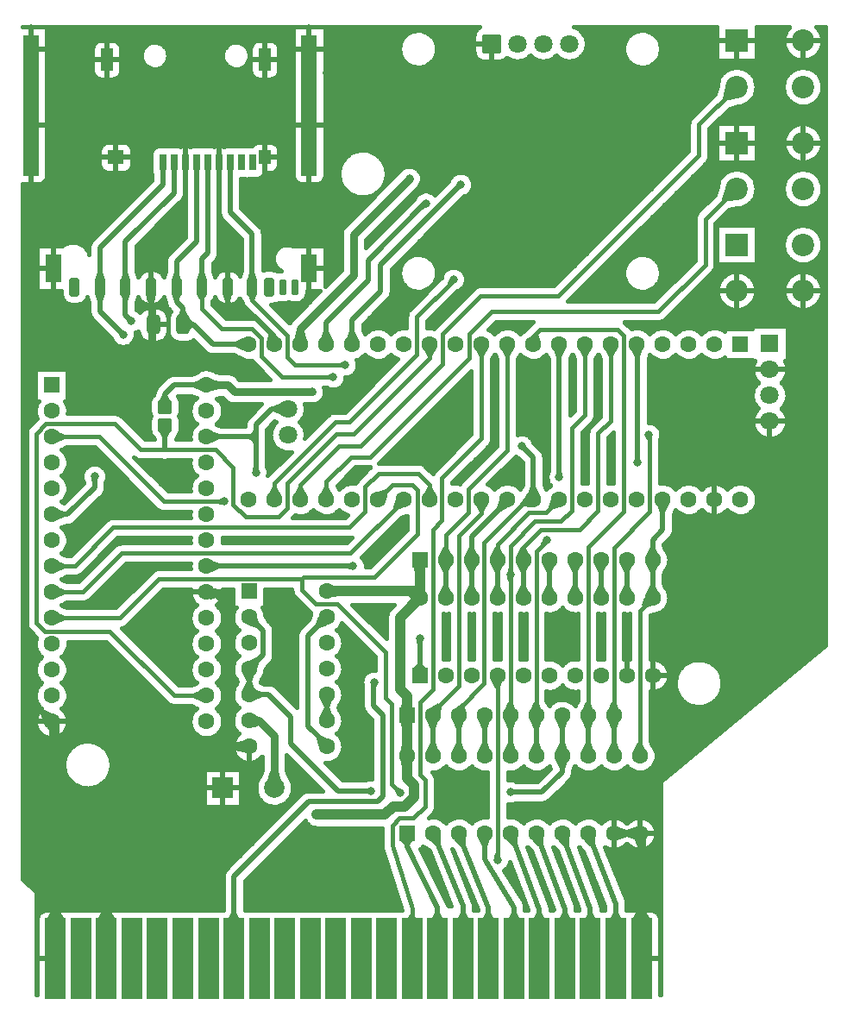
<source format=gtl>
G04 DipTrace 4.2.0.1*
G04 KKV_Top.gbr*
%MOMM*%
G04 #@! TF.FileFunction,Copper,L1,Top*
G04 #@! TF.Part,Single*
%AMOUTLINE6*
4,1,28,
-0.36982,0.91,
0.36982,0.91,
0.44234,0.90045,
0.50991,0.87246,
0.56794,0.82794,
0.61246,0.76991,
0.64045,0.70234,
0.65,0.62982,
0.65,-0.62982,
0.64045,-0.70234,
0.61246,-0.76991,
0.56794,-0.82794,
0.50991,-0.87246,
0.44234,-0.90045,
0.36982,-0.91,
-0.36982,-0.91,
-0.44234,-0.90045,
-0.50991,-0.87246,
-0.56794,-0.82794,
-0.61246,-0.76991,
-0.64045,-0.70234,
-0.65,-0.62982,
-0.65,0.62982,
-0.64045,0.70234,
-0.61246,0.76991,
-0.56794,0.82794,
-0.50991,0.87246,
-0.44234,0.90045,
-0.36982,0.91,
0*%
%AMOUTLINE9*
4,1,28,
0.36982,-0.91,
-0.36982,-0.91,
-0.44234,-0.90045,
-0.50991,-0.87246,
-0.56794,-0.82794,
-0.61246,-0.76991,
-0.64045,-0.70234,
-0.65,-0.62982,
-0.65,0.62982,
-0.64045,0.70234,
-0.61246,0.76991,
-0.56794,0.82794,
-0.50991,0.87246,
-0.44234,0.90045,
-0.36982,0.91,
0.36982,0.91,
0.44234,0.90045,
0.50991,0.87246,
0.56794,0.82794,
0.61246,0.76991,
0.64045,0.70234,
0.65,0.62982,
0.65,-0.62982,
0.64045,-0.70234,
0.61246,-0.76991,
0.56794,-0.82794,
0.50991,-0.87246,
0.44234,-0.90045,
0.36982,-0.91,
0*%
%AMOUTLINE24*
4,1,28,
-0.9,4.0,
0.9,4.0,
0.92588,3.99659,
0.95,3.9866,
0.97071,3.97071,
0.9866,3.95,
0.99659,3.92588,
1.0,3.9,
1.0,-3.9,
0.99659,-3.92588,
0.9866,-3.95,
0.97071,-3.97071,
0.95,-3.9866,
0.92588,-3.99659,
0.9,-4.0,
-0.9,-4.0,
-0.92588,-3.99659,
-0.95,-3.9866,
-0.97071,-3.97071,
-0.9866,-3.95,
-0.99659,-3.92588,
-1.0,-3.9,
-1.0,3.9,
-0.99659,3.92588,
-0.9866,3.95,
-0.97071,3.97071,
-0.95,3.9866,
-0.92588,3.99659,
-0.9,4.0,
0*%
%AMOUTLINE27*
4,1,28,
-0.71,-0.34286,
-0.71,0.34286,
-0.69783,0.43529,
-0.66215,0.52143,
-0.6054,0.5954,
-0.53143,0.65215,
-0.44529,0.68783,
-0.35286,0.7,
0.35286,0.7,
0.44529,0.68783,
0.53143,0.65215,
0.6054,0.5954,
0.66215,0.52143,
0.69783,0.43529,
0.71,0.34286,
0.71,-0.34286,
0.69783,-0.43529,
0.66215,-0.52143,
0.6054,-0.5954,
0.53143,-0.65215,
0.44529,-0.68783,
0.35286,-0.7,
-0.35286,-0.7,
-0.44529,-0.68783,
-0.53143,-0.65215,
-0.6054,-0.5954,
-0.66215,-0.52143,
-0.69783,-0.43529,
-0.71,-0.34286,
0*%
%AMOUTLINE30*
4,1,28,
0.71,0.34286,
0.71,-0.34286,
0.69783,-0.43529,
0.66215,-0.52143,
0.6054,-0.5954,
0.53143,-0.65215,
0.44529,-0.68783,
0.35286,-0.7,
-0.35286,-0.7,
-0.44529,-0.68783,
-0.53143,-0.65215,
-0.6054,-0.5954,
-0.66215,-0.52143,
-0.69783,-0.43529,
-0.71,-0.34286,
-0.71,0.34286,
-0.69783,0.43529,
-0.66215,0.52143,
-0.6054,0.5954,
-0.53143,0.65215,
-0.44529,0.68783,
-0.35286,0.7,
0.35286,0.7,
0.44529,0.68783,
0.53143,0.65215,
0.6054,0.5954,
0.66215,0.52143,
0.69783,0.43529,
0.71,0.34286,
0*%
%AMOUTLINE39*
4,1,28,
-0.81,0.9,
0.81,0.9,
0.83329,0.89693,
0.855,0.88794,
0.87364,0.87364,
0.88794,0.855,
0.89693,0.83329,
0.9,0.81,
0.9,-0.81,
0.89693,-0.83329,
0.88794,-0.855,
0.87364,-0.87364,
0.855,-0.88794,
0.83329,-0.89693,
0.81,-0.9,
-0.81,-0.9,
-0.83329,-0.89693,
-0.855,-0.88794,
-0.87364,-0.87364,
-0.88794,-0.855,
-0.89693,-0.83329,
-0.9,-0.81,
-0.9,0.81,
-0.89693,0.83329,
-0.88794,0.855,
-0.87364,0.87364,
-0.855,0.88794,
-0.83329,0.89693,
-0.81,0.9,
0*%
%AMOUTLINE42*
4,1,28,
-0.54,1.1,
0.54,1.1,
0.55553,1.09796,
0.57,1.09196,
0.58243,1.08243,
0.59196,1.07,
0.59796,1.05553,
0.6,1.04,
0.6,-1.04,
0.59796,-1.05553,
0.59196,-1.07,
0.58243,-1.08243,
0.57,-1.09196,
0.55553,-1.09796,
0.54,-1.1,
-0.54,-1.1,
-0.55553,-1.09796,
-0.57,-1.09196,
-0.58243,-1.08243,
-0.59196,-1.07,
-0.59796,-1.05553,
-0.6,-1.04,
-0.6,1.04,
-0.59796,1.05553,
-0.59196,1.07,
-0.58243,1.08243,
-0.57,1.09196,
-0.55553,1.09796,
-0.54,1.1,
0*%
%AMOUTLINE45*
4,1,28,
-0.73,0.7,
0.73,0.7,
0.74812,0.69761,
0.765,0.69062,
0.7795,0.6795,
0.79062,0.665,
0.79761,0.64812,
0.8,0.63,
0.8,-0.63,
0.79761,-0.64812,
0.79062,-0.665,
0.7795,-0.6795,
0.765,-0.69062,
0.74812,-0.69761,
0.73,-0.7,
-0.73,-0.7,
-0.74812,-0.69761,
-0.765,-0.69062,
-0.7795,-0.6795,
-0.79062,-0.665,
-0.79761,-0.64812,
-0.8,-0.63,
-0.8,0.63,
-0.79761,0.64812,
-0.79062,0.665,
-0.7795,0.6795,
-0.765,0.69062,
-0.74812,0.69761,
-0.73,0.7,
0*%
%AMOUTLINE48*
4,1,28,
-0.54,0.7,
0.54,0.7,
0.55553,0.69796,
0.57,0.69196,
0.58243,0.68243,
0.59196,0.67,
0.59796,0.65553,
0.6,0.64,
0.6,-0.64,
0.59796,-0.65553,
0.59196,-0.67,
0.58243,-0.68243,
0.57,-0.69196,
0.55553,-0.69796,
0.54,-0.7,
-0.54,-0.7,
-0.55553,-0.69796,
-0.57,-0.69196,
-0.58243,-0.68243,
-0.59196,-0.67,
-0.59796,-0.65553,
-0.6,-0.64,
-0.6,0.64,
-0.59796,0.65553,
-0.59196,0.67,
-0.58243,0.68243,
-0.57,0.69196,
-0.55553,0.69796,
-0.54,0.7,
0*%
%AMOUTLINE51*
4,1,28,
-0.315,0.8,
0.315,0.8,
0.32406,0.79881,
0.3325,0.79531,
0.33975,0.78975,
0.34531,0.7825,
0.34881,0.77406,
0.35,0.765,
0.35,-0.765,
0.34881,-0.77406,
0.34531,-0.7825,
0.33975,-0.78975,
0.3325,-0.79531,
0.32406,-0.79881,
0.315,-0.8,
-0.315,-0.8,
-0.32406,-0.79881,
-0.3325,-0.79531,
-0.33975,-0.78975,
-0.34531,-0.7825,
-0.34881,-0.77406,
-0.35,-0.765,
-0.35,0.765,
-0.34881,0.77406,
-0.34531,0.7825,
-0.33975,0.78975,
-0.3325,0.79531,
-0.32406,0.79881,
-0.315,0.8,
0*%
%AMOUTLINE54*
4,1,28,
-0.675,5.0,
0.675,5.0,
0.69441,4.99744,
0.7125,4.98995,
0.72803,4.97803,
0.73995,4.9625,
0.74744,4.94441,
0.75,4.925,
0.75,-4.925,
0.74744,-4.94441,
0.73995,-4.9625,
0.72803,-4.97803,
0.7125,-4.98995,
0.69441,-4.99744,
0.675,-5.0,
-0.675,-5.0,
-0.69441,-4.99744,
-0.7125,-4.98995,
-0.72803,-4.97803,
-0.73995,-4.9625,
-0.74744,-4.94441,
-0.75,-4.925,
-0.75,4.925,
-0.74744,4.94441,
-0.73995,4.9625,
-0.72803,4.97803,
-0.7125,4.98995,
-0.69441,4.99744,
-0.675,5.0,
0*%
%AMOUTLINE57*
4,1,28,
0.175,-0.75,
-0.175,-0.75,
-0.22029,-0.74404,
-0.2625,-0.72655,
-0.29874,-0.69874,
-0.32655,-0.6625,
-0.34404,-0.62029,
-0.35,-0.575,
-0.35,0.575,
-0.34404,0.62029,
-0.32655,0.6625,
-0.29874,0.69874,
-0.2625,0.72655,
-0.22029,0.74404,
-0.175,0.75,
0.175,0.75,
0.22029,0.74404,
0.2625,0.72655,
0.29874,0.69874,
0.32655,0.6625,
0.34404,0.62029,
0.35,0.575,
0.35,-0.575,
0.34404,-0.62029,
0.32655,-0.6625,
0.29874,-0.69874,
0.2625,-0.72655,
0.22029,-0.74404,
0.175,-0.75,
0*%
%AMOUTLINE60*
4,1,28,
0.25,-0.9,
-0.25,-0.9,
-0.3147,-0.89148,
-0.375,-0.86651,
-0.42678,-0.82678,
-0.46651,-0.775,
-0.49148,-0.7147,
-0.5,-0.65,
-0.5,0.65,
-0.49148,0.7147,
-0.46651,0.775,
-0.42678,0.82678,
-0.375,0.86651,
-0.3147,0.89148,
-0.25,0.9,
0.25,0.9,
0.3147,0.89148,
0.375,0.86651,
0.42678,0.82678,
0.46651,0.775,
0.49148,0.7147,
0.5,0.65,
0.5,-0.65,
0.49148,-0.7147,
0.46651,-0.775,
0.42678,-0.82678,
0.375,-0.86651,
0.3147,-0.89148,
0.25,-0.9,
0*%
G04 #@! TA.AperFunction,CopperBalancing*
%ADD15C,0.5*%
%ADD16C,0.4*%
G04 #@! TA.AperFunction,ViaPad*
%ADD17C,0.8*%
G04 #@! TA.AperFunction,Conductor*
%ADD18C,0.6*%
%ADD19C,1.5*%
%ADD20C,1.0*%
G04 #@! TA.AperFunction,ComponentPad*
%ADD25C,2.0*%
%ADD26R,2.0X2.0*%
%ADD28R,1.8X1.8*%
%ADD29C,1.8*%
%ADD30R,1.6X1.6*%
%ADD31C,1.6*%
%ADD32R,2.2X2.2*%
%ADD33C,2.2*%
%ADD34R,1.5X1.5*%
%ADD35R,1.5X2.8*%
%ADD61OUTLINE6*%
%ADD64OUTLINE9*%
%ADD79OUTLINE24*%
%ADD82OUTLINE27*%
%ADD85OUTLINE30*%
G04 #@! TA.AperFunction,ComponentPad*
%ADD94OUTLINE39*%
%ADD97OUTLINE42*%
%ADD100OUTLINE45*%
%ADD103OUTLINE48*%
%ADD106OUTLINE51*%
%ADD109OUTLINE54*%
%ADD112OUTLINE57*%
%ADD115OUTLINE60*%
%FSLAX35Y35*%
G04*
G71*
G90*
G75*
G01*
G04 Top*
%LPD*%
G36*
X-6452547Y-2752417D2*
X-6476117Y-2685750D1*
Y-2676750D1*
X-6378976D1*
Y-2685750D1*
X-6402547Y-2752417D1*
X-6452547D1*
G37*
G36*
X-6335700Y-2841400D2*
X-6310700Y-2894608D1*
Y-2903708D1*
X-6410700D1*
Y-2894608D1*
X-6385700Y-2841400D1*
X-6335700D1*
G37*
X-6427547Y-2612417D2*
D15*
Y-2755553D1*
X-6360700Y-2822400D1*
Y-2982400D1*
G36*
X-5847533Y-3149050D2*
X-5776665Y-3118050D1*
X-5768665D1*
Y-3230050D1*
X-5776665D1*
X-5847533Y-3199050D1*
Y-3149050D1*
G37*
G36*
X-6260200Y-3007400D2*
X-6295700Y-3032400D1*
X-6302200D1*
Y-2932400D1*
X-6295700D1*
X-6260200Y-2957400D1*
Y-3007400D1*
G37*
X-5719533Y-3174050D2*
D15*
X-6068550D1*
X-6260200Y-2982400D1*
X-6360700D1*
G36*
X-6402547Y-2472417D2*
X-6378976Y-2539083D1*
Y-2548083D1*
X-6476117D1*
Y-2539083D1*
X-6452547Y-2472417D1*
X-6402547D1*
G37*
X-6427547Y-2612417D2*
D15*
Y-2363547D1*
X-6232000Y-2168000D1*
Y-1391000D1*
G36*
X-2873503Y-8103780D2*
X-2927600Y-8048493D1*
X-2930437Y-8041013D1*
X-2825700Y-8001330D1*
X-2822867Y-8008810D1*
X-2826747Y-8086063D1*
X-2873503Y-8103780D1*
G37*
G36*
X-2589003Y-8756893D2*
X-2564003Y-8806893D1*
Y-8846893D1*
X-2664003D1*
Y-8806893D1*
X-2639003Y-8756893D1*
X-2589003D1*
G37*
X-2895477Y-7975227D2*
D15*
X-2614003Y-8718107D1*
Y-9206893D1*
G36*
X-3125240Y-8102933D2*
X-3180210Y-8049087D1*
X-3183203Y-8041667D1*
X-3079237Y-8000013D1*
X-3076247Y-8007433D1*
X-3078513Y-8085137D1*
X-3125240Y-8102933D1*
G37*
G36*
X-2839003Y-8756893D2*
X-2814003Y-8806893D1*
Y-8846893D1*
X-2914003D1*
Y-8806893D1*
X-2889003Y-8756893D1*
X-2839003D1*
G37*
X-3149477Y-7975227D2*
D15*
Y-7969047D1*
X-2864003Y-8718623D1*
Y-9206893D1*
G36*
X-4190480Y-8095227D2*
X-4217980Y-8050227D1*
Y-8042727D1*
X-4112980D1*
Y-8050227D1*
X-4140480Y-8095227D1*
X-4190480D1*
G37*
G36*
X-3839003Y-8756893D2*
X-3814003Y-8806893D1*
Y-8846893D1*
X-3914003D1*
Y-8806893D1*
X-3889003Y-8756893D1*
X-3839003D1*
G37*
X-4165480Y-7975227D2*
D15*
Y-8099553D1*
X-3864003Y-8706920D1*
Y-9206893D1*
G36*
X-3878083Y-8099100D2*
X-3936380Y-8051253D1*
X-3939997Y-8044117D1*
X-3839583Y-7994507D1*
X-3835967Y-8001643D1*
X-3831683Y-8080463D1*
X-3878083Y-8099100D1*
G37*
G36*
X-3589003Y-8756893D2*
X-3564003Y-8806893D1*
Y-8846893D1*
X-3664003D1*
Y-8806893D1*
X-3639003Y-8756893D1*
X-3589003D1*
G37*
X-3911480Y-7975227D2*
D15*
X-3905000Y-7965000D1*
X-3614003Y-8689523D1*
Y-9206893D1*
G36*
X-3636280Y-8104790D2*
X-3690227Y-8048217D1*
X-3692963Y-8040700D1*
X-3587893Y-8001910D1*
X-3585160Y-8009427D1*
X-3590060Y-8085720D1*
X-3636280Y-8104790D1*
G37*
G36*
X-3339003Y-8756893D2*
X-3314003Y-8806893D1*
Y-8846893D1*
X-3414003D1*
Y-8806893D1*
X-3389003Y-8756893D1*
X-3339003D1*
G37*
X-3657480Y-7975227D2*
D15*
X-3666353Y-7966353D1*
X-3364003Y-8699143D1*
Y-9206893D1*
G36*
X-3255640Y-8172887D2*
X-3247640Y-8208320D1*
Y-8212320D1*
X-3303640D1*
Y-8208320D1*
X-3295640Y-8172887D1*
X-3255640D1*
G37*
G36*
X-3295640Y-6551173D2*
X-3332757Y-6481213D1*
X-3332897Y-6473213D1*
X-3220913Y-6471437D1*
X-3220770Y-6479437D1*
X-3255640Y-6551173D1*
X-3295640D1*
G37*
X-3275640Y-8236887D2*
D16*
Y-6425230D1*
X-3277670Y-6423200D1*
G36*
X-3428480Y-8103227D2*
X-3459480Y-8032357D1*
Y-8024357D1*
X-3347480D1*
Y-8032357D1*
X-3378480Y-8103227D1*
X-3428480D1*
G37*
G36*
X-3089003Y-8756893D2*
X-3064003Y-8806893D1*
Y-8846893D1*
X-3164003D1*
Y-8806893D1*
X-3139003Y-8756893D1*
X-3089003D1*
G37*
X-3403480Y-7975227D2*
D15*
Y-8233143D1*
X-3114003Y-8701897D1*
Y-9206893D1*
G36*
X-2618983Y-8103450D2*
X-2673257Y-8048643D1*
X-2676137Y-8041180D1*
X-2571590Y-8001003D1*
X-2568713Y-8008467D1*
X-2572143Y-8085957D1*
X-2618983Y-8103450D1*
G37*
G36*
X-2339003Y-8756893D2*
X-2314003Y-8806893D1*
Y-8846893D1*
X-2414003D1*
Y-8806893D1*
X-2389003Y-8756893D1*
X-2339003D1*
G37*
X-2641480Y-7975227D2*
D15*
X-2644000Y-7965000D1*
X-2364003Y-8714770D1*
Y-9206893D1*
G36*
X-2364093Y-8103597D2*
X-2418810Y-8048837D1*
X-2421723Y-8041383D1*
X-2317423Y-8000573D1*
X-2314510Y-8008027D1*
X-2317580Y-8085257D1*
X-2364093Y-8103597D1*
G37*
G36*
X-2089003Y-8756893D2*
X-2064003Y-8806893D1*
Y-8846893D1*
X-2164003D1*
Y-8806893D1*
X-2139003Y-8756893D1*
X-2089003D1*
G37*
X-2387477Y-7975227D2*
D15*
X-2397000Y-7952000D1*
X-2114003Y-8669670D1*
Y-9206893D1*
G36*
X-4014670Y-6303200D2*
X-3987170Y-6348200D1*
Y-6355700D1*
X-4092170D1*
Y-6348200D1*
X-4064670Y-6303200D1*
X-4014670D1*
G37*
G36*
X-4064670Y-6125470D2*
X-4067910Y-6089797D1*
Y-6085797D1*
X-4011910D1*
Y-6089797D1*
X-4014670Y-6125470D1*
X-4064670D1*
G37*
X-4039670Y-6423200D2*
D15*
Y-6061470D1*
X-4039910Y-6061230D1*
G36*
X-1728670Y-5533200D2*
X-1697670Y-5604069D1*
Y-5612069D1*
X-1809670D1*
Y-5604069D1*
X-1778670Y-5533200D1*
X-1728670D1*
G37*
G36*
X-1778670Y-5420210D2*
X-1809723Y-5349341D1*
Y-5341341D1*
X-1697723D1*
Y-5349341D1*
X-1728670Y-5420210D1*
X-1778670D1*
G37*
X-1753670Y-5661200D2*
D15*
Y-5292210D1*
X-1753723D1*
G36*
X-1680533Y-4826050D2*
X-1711533Y-4755181D1*
Y-4747181D1*
X-1599533D1*
Y-4755181D1*
X-1630533Y-4826050D1*
X-1680533D1*
G37*
G36*
X-1728723Y-5164210D2*
X-1697723Y-5235079D1*
Y-5243079D1*
X-1809723D1*
Y-5235079D1*
X-1778723Y-5164210D1*
X-1728723D1*
G37*
X-1655533Y-4698050D2*
D15*
Y-4997793D1*
X-1753723Y-5095983D1*
Y-5292210D1*
G36*
X-1859480Y-7085227D2*
X-1823480Y-7156095D1*
Y-7164095D1*
X-1935480D1*
Y-7156095D1*
X-1899480Y-7085227D1*
X-1859480D1*
G37*
G36*
X-1858322Y-5737568D2*
X-1833666Y-5662000D1*
X-1828009Y-5656343D1*
X-1748813Y-5735539D1*
X-1754470Y-5741196D1*
X-1830038Y-5765852D1*
X-1858322Y-5737568D1*
G37*
X-1879480Y-7213227D2*
D16*
Y-5787010D1*
X-1753670Y-5661200D1*
G36*
X-5445533Y-4570050D2*
X-5409533Y-4640919D1*
Y-4648919D1*
X-5521533D1*
Y-4640919D1*
X-5485533Y-4570050D1*
X-5445533D1*
G37*
G36*
X-3763855Y-2572417D2*
X-3748394Y-2541527D1*
X-3745850Y-2538440D1*
X-3703016Y-2574513D1*
X-3705561Y-2577599D1*
X-3735570Y-2600701D1*
X-3763855Y-2572417D1*
G37*
X-5465533Y-4698050D2*
D16*
Y-4538773D1*
X-4867417Y-3940657D1*
X-4733323D1*
X-4068200Y-3275533D1*
Y-2905047D1*
X-3708577Y-2545423D1*
Y-2537713D1*
G36*
X-4937533Y-4570050D2*
X-4901533Y-4640919D1*
Y-4648919D1*
X-5013533D1*
Y-4640919D1*
X-4977533Y-4570050D1*
X-4937533D1*
G37*
G36*
X-1072215Y-1752574D2*
X-1038455Y-1644156D1*
X-1030325Y-1636746D1*
X-926159Y-1750172D1*
X-934289Y-1757582D1*
X-1043930Y-1780858D1*
X-1072215Y-1752574D1*
G37*
X-4957533Y-4698050D2*
D16*
Y-4522633D1*
X-4714900Y-4280000D1*
X-4523000D1*
X-3557173Y-3314173D1*
Y-3076787D1*
X-3335080Y-2854693D1*
X-1699693D1*
X-1237000Y-2392000D1*
Y-1945643D1*
X-939090Y-1647733D1*
X-928513D1*
G36*
X-5191533Y-4570050D2*
X-5155533Y-4640919D1*
Y-4648919D1*
X-5267533D1*
Y-4640919D1*
X-5231533Y-4570050D1*
X-5191533D1*
G37*
G36*
X-1067106Y-758042D2*
X-1038508Y-648833D1*
X-1030730Y-641055D1*
X-921835Y-749950D1*
X-929613Y-757728D1*
X-1038822Y-786326D1*
X-1067106Y-758042D1*
G37*
X-5211533Y-4698050D2*
D16*
Y-4555710D1*
X-4830643Y-4174820D1*
X-4616820D1*
X-3812600Y-3370600D1*
Y-3073610D1*
X-3440723Y-2701733D1*
X-2679333D1*
X-1298947Y-1321347D1*
Y-1018167D1*
X-928513Y-647733D1*
G36*
X-7202547Y-2752417D2*
X-7226117Y-2685750D1*
Y-2676750D1*
X-7128976D1*
Y-2685750D1*
X-7152547Y-2752417D1*
X-7202547D1*
G37*
G36*
X-6978034Y-3015301D2*
X-6950857Y-3038235D1*
X-6948028Y-3041064D1*
X-6987626Y-3080662D1*
X-6990455Y-3077833D1*
X-7013389Y-3050656D1*
X-6978034Y-3015301D1*
G37*
X-7177547Y-2612417D2*
D15*
Y-2851143D1*
X-6950457Y-3078233D1*
G36*
X-7152547Y-2472417D2*
X-7128976Y-2539083D1*
Y-2548083D1*
X-7226117D1*
Y-2539083D1*
X-7202547Y-2472417D1*
X-7152547D1*
G37*
X-7177547Y-2612417D2*
D15*
Y-2224547D1*
X-6562000Y-1609000D1*
Y-1391000D1*
G36*
X-4678533Y-3046050D2*
X-4647533Y-3116919D1*
Y-3124919D1*
X-4759533D1*
Y-3116919D1*
X-4728533Y-3046050D1*
X-4678533D1*
G37*
G36*
X-3701933Y-1634577D2*
X-3678998Y-1607400D1*
X-3676170Y-1604572D1*
X-3636572Y-1644170D1*
X-3639400Y-1646998D1*
X-3666577Y-1669933D1*
X-3701933Y-1634577D1*
G37*
X-4703533Y-3174050D2*
D15*
Y-2934347D1*
X-4423913Y-2654727D1*
Y-2391913D1*
X-3639000Y-1607000D1*
G36*
X-4044651Y-1816569D2*
X-4018943Y-1789865D1*
X-4015931Y-1787233D1*
X-3978921Y-1829260D1*
X-3981933Y-1831892D1*
X-4009295Y-1851924D1*
X-4044651Y-1816569D1*
G37*
G36*
X-4932533Y-3046050D2*
X-4901533Y-3116919D1*
Y-3124919D1*
X-5013533D1*
Y-3116919D1*
X-4982533Y-3046050D1*
X-4932533D1*
G37*
X-3979000Y-1792000D2*
D15*
X-3981863Y-1789137D1*
X-4543100Y-2350373D1*
Y-2549543D1*
X-4957533Y-2963977D1*
Y-3174050D1*
G36*
X-4518610Y-6555216D2*
X-4518352Y-6517578D1*
X-4517974Y-6513596D1*
X-4462197Y-6518590D1*
X-4462575Y-6522572D1*
X-4468610Y-6555216D1*
X-4518610D1*
G37*
G36*
X-5839003Y-8756893D2*
X-5814003Y-8806893D1*
Y-8846893D1*
X-5914003D1*
Y-8806893D1*
X-5889003Y-8756893D1*
X-5839003D1*
G37*
X-4487917Y-6491623D2*
D15*
X-4493610Y-6497317D1*
Y-6723190D1*
X-4401083Y-6815717D1*
Y-7614567D1*
X-4448707Y-7662190D1*
X-5126207D1*
X-5864003Y-8399987D1*
Y-9206893D1*
G36*
X-1824003Y-8726893D2*
X-1784003Y-8806893D1*
Y-8846893D1*
X-1944003D1*
Y-8806893D1*
X-1904003Y-8726893D1*
X-1824003D1*
G37*
G36*
X-1904003Y-8101715D2*
X-1928127Y-8038736D1*
X-1929220Y-8030811D1*
X-1818049Y-8017209D1*
X-1816956Y-8025134D1*
X-1824003Y-8101715D1*
X-1904003D1*
G37*
X-1864003Y-9206893D2*
D17*
Y-7990703D1*
X-1879480Y-7975227D1*
G36*
X-6707543Y-2762450D2*
X-6726831Y-2683374D1*
Y-2674374D1*
X-6628255D1*
Y-2683374D1*
X-6647543Y-2762450D1*
X-6707543D1*
G37*
G36*
X-7722710Y-6765267D2*
X-7654213Y-6796994D1*
X-7648557Y-6802651D1*
X-7727752Y-6881847D1*
X-7733409Y-6876190D1*
X-7765136Y-6807694D1*
X-7722710Y-6765267D1*
G37*
X-6677543Y-2612450D2*
D18*
Y-3158643D1*
X-6781353Y-3262453D1*
X-7768017D1*
X-7902230Y-3396667D1*
Y-6628173D1*
X-7653413Y-6876990D1*
G36*
X-5952547Y-2752417D2*
X-5976117Y-2685750D1*
Y-2676750D1*
X-5878976D1*
Y-2685750D1*
X-5902547Y-2752417D1*
X-5952547D1*
G37*
G36*
X-5447446Y-3083109D2*
X-5431680Y-3101566D1*
X-5429782Y-3109338D1*
X-5535428Y-3146525D1*
X-5537326Y-3138754D1*
X-5523237Y-3078018D1*
X-5447446Y-3083109D1*
G37*
X-5927547Y-2612417D2*
D15*
Y-2765870D1*
X-5797103Y-2896313D1*
X-5669587D1*
X-5465533Y-3100367D1*
Y-3174050D1*
G36*
X-6046464Y-5667904D2*
X-6093701Y-5676437D1*
X-6101696Y-5676693D1*
X-6071182Y-5568930D1*
X-6063186Y-5568674D1*
X-6030687Y-5572420D1*
X-6046464Y-5667904D1*
G37*
G36*
X-5843643Y-7081223D2*
X-5772775Y-7065223D1*
X-5764775D1*
Y-7177223D1*
X-5772775D1*
X-5843643Y-7161223D1*
Y-7081223D1*
G37*
X-6133413Y-5606990D2*
D17*
X-6050810D1*
X-5928363Y-5729437D1*
Y-7121223D1*
X-5715643D1*
G36*
X-7574003Y-8726893D2*
X-7534003Y-8806893D1*
Y-8846893D1*
X-7694003D1*
Y-8806893D1*
X-7654003Y-8726893D1*
X-7574003D1*
G37*
G36*
X-7654003Y-6994609D2*
X-7688361Y-6948953D1*
X-7691273Y-6941502D1*
X-7585076Y-6905919D1*
X-7582164Y-6913370D1*
X-7574003Y-6994609D1*
X-7654003D1*
G37*
X-7614003Y-9206893D2*
D17*
Y-8126827D1*
Y-6916400D1*
X-7653413Y-6876990D1*
G36*
X-7074003Y-8726893D2*
X-7034003Y-8806893D1*
Y-8846893D1*
X-7194003D1*
Y-8806893D1*
X-7154003Y-8726893D1*
X-7074003D1*
G37*
X-7114003Y-9206893D2*
D17*
Y-8626827D1*
X-7614003Y-8126827D1*
X-7855100Y-1022733D2*
D19*
X-7855113Y-282450D1*
X-5125100Y-1022733D2*
X-5125113Y-282450D1*
G36*
X-2005477Y-8005227D2*
X-2076345Y-8031227D1*
X-2084345D1*
Y-7919227D1*
X-2076345D1*
X-2005477Y-7945227D1*
Y-8005227D1*
G37*
G36*
X-2007480Y-7945227D2*
X-1936611Y-7919227D1*
X-1928611D1*
Y-8031227D1*
X-1936611D1*
X-2007480Y-8005227D1*
Y-7945227D1*
G37*
X-2133477Y-7975227D2*
D18*
X-1879480D1*
G36*
X-2616925Y-7085140D2*
X-2585679Y-7155901D1*
X-2585651Y-7163901D1*
X-2697651Y-7164290D1*
X-2697678Y-7156290D1*
X-2666925Y-7085314D1*
X-2616925Y-7085140D1*
G37*
G36*
X-2667405Y-6947453D2*
X-2698651Y-6876693D1*
X-2698679Y-6868693D1*
X-2586679Y-6868303D1*
X-2586652Y-6876303D1*
X-2617405Y-6947279D1*
X-2667405Y-6947453D1*
G37*
X-2641480Y-7213227D2*
D15*
X-2642850Y-6819367D1*
G36*
X-3086000Y-7595000D2*
X-3121434Y-7598000D1*
X-3125434D1*
Y-7542000D1*
X-3121434D1*
X-3086000Y-7545000D1*
Y-7595000D1*
G37*
G36*
X-2666480Y-7341227D2*
X-2697480Y-7270358D1*
Y-7262358D1*
X-2585480D1*
Y-7270358D1*
X-2616480Y-7341227D1*
X-2666480D1*
G37*
X-3150000Y-7570000D2*
D15*
X-2839267D1*
X-2641480Y-7372213D1*
Y-7213227D1*
G36*
X-7525413Y-5880990D2*
X-7596282Y-5916990D1*
X-7604282D1*
Y-5804990D1*
X-7596282D1*
X-7525413Y-5840990D1*
Y-5880990D1*
G37*
G36*
X-4344882Y-4621682D2*
X-4369537Y-4697250D1*
X-4375194Y-4702907D1*
X-4454390Y-4623711D1*
X-4448733Y-4618054D1*
X-4373166Y-4593398D1*
X-4344882Y-4621682D1*
G37*
X-7653413Y-5860990D2*
D16*
X-6981770D1*
X-6600220Y-5479440D1*
X-5193683D1*
X-5176523Y-5462280D1*
X-4487490D1*
X-4062777Y-5037567D1*
Y-4606667D1*
X-4113557Y-4555887D1*
X-4307370D1*
X-4449533Y-4698050D1*
G36*
X-4261659Y-7515213D2*
X-4230947Y-7534612D1*
X-4228118Y-7537440D1*
X-4267716Y-7577038D1*
X-4270545Y-7574210D1*
X-4289944Y-7543497D1*
X-4261659Y-7515213D1*
G37*
X-4230547Y-7574610D2*
D16*
X-4313907Y-7491250D1*
Y-6708093D1*
X-4377343Y-6644657D1*
Y-6195407D1*
X-4850653Y-5722097D1*
X-5058203D1*
X-5193683Y-5586617D1*
Y-5479440D1*
G36*
X-2236667Y-5533200D2*
X-2205667Y-5604069D1*
Y-5612069D1*
X-2317667D1*
Y-5604069D1*
X-2286667Y-5533200D1*
X-2236667D1*
G37*
G36*
X-2286667Y-5420267D2*
X-2317723Y-5349341D1*
Y-5341341D1*
X-2205723D1*
Y-5349341D1*
X-2236667Y-5420267D1*
X-2286667D1*
G37*
X-2261667Y-5661200D2*
D15*
Y-5292267D1*
X-2261723Y-5292210D1*
G36*
X-4297340Y-4777126D2*
X-4275467Y-4701304D1*
X-4270007Y-4695458D1*
X-4188418Y-4772186D1*
X-4193878Y-4778033D1*
X-4269056Y-4805410D1*
X-4297340Y-4777126D1*
G37*
G36*
X-7525413Y-5626990D2*
X-7596282Y-5662990D1*
X-7604282D1*
Y-5550990D1*
X-7596282D1*
X-7525413Y-5586990D1*
Y-5626990D1*
G37*
X-4195533Y-4698050D2*
D16*
Y-4703603D1*
X-4717700Y-5225770D1*
X-6967287D1*
X-7348507Y-5606990D1*
X-7653413D1*
G36*
X-2870923Y-7085140D2*
X-2839676Y-7155900D1*
X-2839648Y-7163900D1*
X-2951648Y-7164291D1*
X-2951676Y-7156291D1*
X-2920923Y-7085315D1*
X-2870923Y-7085140D1*
G37*
G36*
X-2921404Y-6947453D2*
X-2952650Y-6876693D1*
X-2952678Y-6868693D1*
X-2840679Y-6868303D1*
X-2840651Y-6876302D1*
X-2871404Y-6947279D1*
X-2921404Y-6947453D1*
G37*
X-2895477Y-7213227D2*
D15*
X-2896850Y-6819367D1*
G36*
X-2849377Y-5133840D2*
X-2832892Y-5102942D1*
X-2830272Y-5099919D1*
X-2788237Y-5136920D1*
X-2790857Y-5139943D1*
X-2821093Y-5162124D1*
X-2849377Y-5133840D1*
G37*
G36*
X-2876850Y-6691367D2*
X-2840850Y-6762235D1*
Y-6770235D1*
X-2952850D1*
Y-6762235D1*
X-2916850Y-6691367D1*
X-2876850D1*
G37*
X-2793000Y-5100000D2*
D16*
Y-5105747D1*
X-2896850Y-5209597D1*
Y-6819367D1*
G36*
X-3921533Y-4570050D2*
X-3885533Y-4640919D1*
Y-4648919D1*
X-3997533D1*
Y-4640919D1*
X-3961533Y-4570050D1*
X-3921533D1*
G37*
G36*
X-7525413Y-5372990D2*
X-7596282Y-5408990D1*
X-7604282D1*
Y-5296990D1*
X-7596282D1*
X-7525413Y-5332990D1*
Y-5372990D1*
G37*
X-3941533Y-4698050D2*
D16*
Y-4556743D1*
X-4053443Y-4444833D1*
X-4445490D1*
X-4574030Y-4573373D1*
Y-4820737D1*
X-4726480Y-4973187D1*
X-7046073D1*
X-7425877Y-5352990D1*
X-7653413D1*
G36*
X-2490670Y-5533200D2*
X-2459670Y-5604069D1*
Y-5612069D1*
X-2571670D1*
Y-5604069D1*
X-2540670Y-5533200D1*
X-2490670D1*
G37*
G36*
X-2540670Y-5420263D2*
X-2571723Y-5349341D1*
Y-5341341D1*
X-2459723D1*
Y-5349341D1*
X-2490670Y-5420263D1*
X-2540670D1*
G37*
X-2515670Y-5661200D2*
D15*
Y-5292263D1*
X-2515723Y-5292210D1*
G36*
X-3886477Y-7085227D2*
X-3855477Y-7156095D1*
Y-7164095D1*
X-3967477D1*
Y-7156095D1*
X-3936477Y-7085227D1*
X-3886477D1*
G37*
G36*
X-3936477Y-6947367D2*
X-3968850Y-6876498D1*
Y-6868498D1*
X-3856850D1*
Y-6876498D1*
X-3886477Y-6947367D1*
X-3936477D1*
G37*
X-3911477Y-7213227D2*
D15*
Y-6819367D1*
X-3912850D1*
G36*
X-3827839Y-6728600D2*
X-3834465Y-6803372D1*
X-3838793Y-6810101D1*
X-3931601Y-6747406D1*
X-3927274Y-6740678D1*
X-3856124Y-6700316D1*
X-3827839Y-6728600D1*
G37*
G36*
X-3453533Y-4826050D2*
X-3489533Y-4755181D1*
Y-4747181D1*
X-3377533D1*
Y-4755181D1*
X-3413533Y-4826050D1*
X-3453533D1*
G37*
X-3912850Y-6819367D2*
D16*
Y-6785327D1*
X-3656263Y-6528740D1*
Y-5056737D1*
X-3433533Y-4834007D1*
Y-4698050D1*
G36*
X-7525413Y-4869990D2*
X-7596282Y-4900990D1*
X-7604282D1*
Y-4788990D1*
X-7596282D1*
X-7525413Y-4819990D1*
Y-4869990D1*
G37*
G36*
X-7256613Y-4534913D2*
X-7259613Y-4499479D1*
Y-4495479D1*
X-7203613D1*
Y-4499479D1*
X-7206613Y-4534913D1*
X-7256613D1*
G37*
X-7653413Y-4844990D2*
D15*
X-7494590D1*
X-7231613Y-4582013D1*
Y-4470913D1*
G36*
X-3506667Y-5533200D2*
X-3475667Y-5604069D1*
Y-5612069D1*
X-3587667D1*
Y-5604069D1*
X-3556667Y-5533200D1*
X-3506667D1*
G37*
G36*
X-3556667Y-5420267D2*
X-3587723Y-5349341D1*
Y-5341341D1*
X-3475723D1*
Y-5349341D1*
X-3506667Y-5420267D1*
X-3556667D1*
G37*
X-3531667Y-5661200D2*
D15*
Y-5292267D1*
X-3531723Y-5292210D1*
G36*
X-3506723Y-5164210D2*
X-3475723Y-5235079D1*
Y-5243079D1*
X-3587723D1*
Y-5235079D1*
X-3556723Y-5164210D1*
X-3506723D1*
G37*
G36*
X-3279306Y-4778198D2*
X-3259156Y-4705814D1*
X-3254083Y-4699628D1*
X-3168291Y-4771625D1*
X-3173363Y-4777812D1*
X-3243951Y-4813553D1*
X-3279306Y-4778198D1*
G37*
X-3531723Y-5292210D2*
D15*
Y-5065970D1*
X-3179533Y-4713780D1*
Y-4698050D1*
G36*
X-3632477Y-7085227D2*
X-3601477Y-7156095D1*
Y-7164095D1*
X-3713477D1*
Y-7156095D1*
X-3682477Y-7085227D1*
X-3632477D1*
G37*
G36*
X-3682477Y-6947355D2*
X-3714234Y-6877096D1*
X-3714331Y-6869096D1*
X-3602337Y-6867895D1*
X-3602240Y-6875894D1*
X-3632477Y-6947355D1*
X-3682477D1*
G37*
X-3657477Y-7213227D2*
D15*
Y-6820740D1*
X-3658850Y-6819367D1*
G36*
X-3596465Y-6720856D2*
X-3584881Y-6788893D1*
X-3587664Y-6796394D1*
X-3690621Y-6752304D1*
X-3687838Y-6744803D1*
X-3624750Y-6692572D1*
X-3596465Y-6720856D1*
G37*
G36*
X-3051127Y-4737650D2*
X-3001317Y-4672422D1*
X-2993971Y-4669256D1*
X-2945325Y-4770140D1*
X-2952671Y-4773306D1*
X-3022843Y-4765934D1*
X-3051127Y-4737650D1*
G37*
X-3658850Y-6819367D2*
D16*
Y-6754957D1*
X-3407520Y-6503627D1*
Y-5122327D1*
X-2983243Y-4698050D1*
X-2925533D1*
G36*
X-3011696Y-4236606D2*
X-3038873Y-4213671D1*
X-3041702Y-4210843D1*
X-3002104Y-4171245D1*
X-2999275Y-4174073D1*
X-2976341Y-4201250D1*
X-3011696Y-4236606D1*
G37*
G36*
X-2900533Y-4570050D2*
X-2869533Y-4640919D1*
Y-4648919D1*
X-2981533D1*
Y-4640919D1*
X-2950533Y-4570050D1*
X-2900533D1*
G37*
X-3039273Y-4173673D2*
D15*
X-2925533Y-4287413D1*
Y-4698050D1*
G36*
X-3302723Y-5420210D2*
X-3333723Y-5349341D1*
Y-5341341D1*
X-3221723D1*
Y-5349341D1*
X-3252723Y-5420210D1*
X-3302723D1*
G37*
G36*
X-3252723Y-5533200D2*
X-3221670Y-5604069D1*
Y-5612069D1*
X-3333670D1*
Y-5604069D1*
X-3302723Y-5533200D1*
X-3252723D1*
G37*
X-3277723Y-5292210D2*
D15*
Y-5661200D1*
X-3277670D1*
G36*
X-2776185Y-4774418D2*
X-2751529Y-4698850D1*
X-2745872Y-4693193D1*
X-2666677Y-4772389D1*
X-2672333Y-4778046D1*
X-2747901Y-4802702D1*
X-2776185Y-4774418D1*
G37*
G36*
X-3257723Y-5164210D2*
X-3221723Y-5235079D1*
Y-5243079D1*
X-3333723D1*
Y-5235079D1*
X-3297723Y-5164210D1*
X-3257723D1*
G37*
X-2671533Y-4698050D2*
D16*
X-2801697Y-4828213D1*
X-2970293D1*
X-3277723Y-5135643D1*
Y-5292210D1*
G36*
X-7525413Y-4102990D2*
X-7596282Y-4138990D1*
X-7604282D1*
Y-4026990D1*
X-7596282D1*
X-7525413Y-4062990D1*
Y-4102990D1*
G37*
G36*
X-6021459Y-4698277D2*
X-5985617Y-4690806D1*
X-5981617Y-4690872D1*
X-5982449Y-4746866D1*
X-5986448Y-4746800D1*
X-6021459Y-4738277D1*
Y-4698277D1*
G37*
X-7653413Y-4082990D2*
D16*
X-7187597D1*
X-6552310Y-4718277D1*
X-5958420D1*
X-5957470Y-4719227D1*
G36*
X-3378480Y-7085227D2*
X-3347480Y-7156095D1*
Y-7164095D1*
X-3459480D1*
Y-7156095D1*
X-3428480Y-7085227D1*
X-3378480D1*
G37*
G36*
X-3428480Y-6947355D2*
X-3460235Y-6877094D1*
X-3460332Y-6869095D1*
X-3348338Y-6867896D1*
X-3348242Y-6875895D1*
X-3378480Y-6947355D1*
X-3428480D1*
G37*
X-3403480Y-7213227D2*
D15*
Y-6820737D1*
X-3404850Y-6819367D1*
G36*
X-1876393Y-4266367D2*
X-1873393Y-4301801D1*
Y-4305801D1*
X-1929393D1*
Y-4301801D1*
X-1926393Y-4266367D1*
X-1876393D1*
G37*
G36*
X-1926393Y-3301635D2*
X-1961782Y-3234631D1*
X-1962358Y-3226652D1*
X-1850585Y-3219521D1*
X-1850009Y-3227500D1*
X-1876393Y-3301635D1*
X-1926393D1*
G37*
X-1901393Y-4330367D2*
D15*
Y-3182190D1*
X-1909533Y-3174050D1*
G36*
X-2998667Y-5533200D2*
X-2967667Y-5604069D1*
Y-5612069D1*
X-3079667D1*
Y-5604069D1*
X-3048667Y-5533200D1*
X-2998667D1*
G37*
G36*
X-3048667Y-5420267D2*
X-3079723Y-5349341D1*
Y-5341341D1*
X-2967723D1*
Y-5349341D1*
X-2998667Y-5420267D1*
X-3048667D1*
G37*
X-3023667Y-5661200D2*
D15*
Y-5292267D1*
X-3023723Y-5292210D1*
G36*
X-2183533Y-3302050D2*
X-2219533Y-3231181D1*
Y-3223181D1*
X-2107533D1*
Y-3231181D1*
X-2143533Y-3302050D1*
X-2183533D1*
G37*
G36*
X-3003723Y-5166777D2*
X-2967723Y-5235079D1*
Y-5243079D1*
X-3079723D1*
Y-5235079D1*
X-3043723Y-5166777D1*
X-3003723D1*
G37*
X-2163533Y-3174050D2*
D16*
Y-3924057D1*
X-2289353Y-4049877D1*
Y-4807743D1*
X-2473470Y-4991860D1*
X-2848807D1*
X-3023723Y-5166777D1*
Y-5292210D1*
G36*
X-3124477Y-7085227D2*
X-3093477Y-7156095D1*
Y-7164095D1*
X-3205477D1*
Y-7156095D1*
X-3174477Y-7085227D1*
X-3124477D1*
G37*
G36*
X-3174477Y-6947367D2*
X-3206850Y-6876498D1*
Y-6868498D1*
X-3094850D1*
Y-6876498D1*
X-3124477Y-6947367D1*
X-3174477D1*
G37*
X-3149477Y-7213227D2*
D15*
Y-6819367D1*
X-3150850D1*
G36*
X-3130850Y-6691367D2*
X-3094850Y-6762235D1*
Y-6770235D1*
X-3206850D1*
Y-6762235D1*
X-3170850Y-6691367D1*
X-3130850D1*
G37*
G36*
X-3170850Y-5501168D2*
X-3177472Y-5464714D1*
X-3177300Y-5460718D1*
X-3121341Y-5462866D1*
X-3121513Y-5466862D1*
X-3130850Y-5501168D1*
X-3170850D1*
G37*
X-3150850Y-6819367D2*
D16*
Y-5439697D1*
X-3148397Y-5437243D1*
G36*
X-3128397Y-5373243D2*
X-3120397Y-5408678D1*
Y-5412678D1*
X-3176397D1*
Y-5408678D1*
X-3168397Y-5373243D1*
X-3128397D1*
G37*
G36*
X-2437533Y-3302050D2*
X-2473533Y-3231181D1*
Y-3223181D1*
X-2361533D1*
Y-3231181D1*
X-2397533Y-3302050D1*
X-2437533D1*
G37*
X-3148397Y-5437243D2*
D16*
Y-5151987D1*
X-2909387Y-4912977D1*
X-2653033D1*
X-2546970Y-4806913D1*
Y-3994307D1*
X-2417533Y-3864870D1*
Y-3174050D1*
G36*
X-4756123Y-5327910D2*
X-4720689Y-5324910D1*
X-4716689D1*
Y-5380910D1*
X-4720689D1*
X-4756123Y-5377910D1*
Y-5327910D1*
G37*
G36*
X-6005333Y-5377910D2*
X-6076282Y-5408990D1*
X-6084282D1*
Y-5296990D1*
X-6076282D1*
X-6005333Y-5327910D1*
Y-5377910D1*
G37*
X-4692123Y-5352910D2*
D15*
X-6133333D1*
X-6133413Y-5352990D1*
G36*
X-2794723Y-5420210D2*
X-2825723Y-5349341D1*
Y-5341341D1*
X-2713723D1*
Y-5349341D1*
X-2744723Y-5420210D1*
X-2794723D1*
G37*
G36*
X-2744723Y-5533143D2*
X-2713667Y-5604069D1*
Y-5612069D1*
X-2825667D1*
Y-5604069D1*
X-2794723Y-5533143D1*
X-2744723D1*
G37*
X-2769723Y-5292210D2*
D15*
Y-5661143D1*
X-2769667Y-5661200D1*
G36*
X-2644109Y-4414341D2*
X-2641039Y-4449770D1*
X-2641031Y-4453770D1*
X-2697031Y-4453879D1*
X-2697039Y-4449879D1*
X-2694108Y-4414439D1*
X-2644109Y-4414341D1*
G37*
G36*
X-2696283Y-3302099D2*
X-2727422Y-3231291D1*
X-2727437Y-3223291D1*
X-2615437Y-3223072D1*
X-2615422Y-3231072D1*
X-2646283Y-3302001D1*
X-2696283Y-3302099D1*
G37*
X-2668983Y-4478390D2*
D15*
X-2671533Y-3174050D1*
G36*
X-2362477Y-7085227D2*
X-2331477Y-7156095D1*
Y-7164095D1*
X-2443477D1*
Y-7156095D1*
X-2412477Y-7085227D1*
X-2362477D1*
G37*
G36*
X-2412477Y-6947355D2*
X-2444234Y-6877096D1*
X-2444331Y-6869096D1*
X-2332337Y-6867895D1*
X-2332240Y-6875894D1*
X-2362477Y-6947355D1*
X-2412477D1*
G37*
X-2387477Y-7213227D2*
D15*
Y-6820740D1*
X-2388850Y-6819367D1*
G36*
X-2875742Y-3074269D2*
X-2855027Y-3136250D1*
X-2856898Y-3144028D1*
X-2963787Y-3110580D1*
X-2961916Y-3102802D1*
X-2904026Y-3045985D1*
X-2875742Y-3074269D1*
G37*
G36*
X-2368850Y-6691367D2*
X-2332850Y-6762235D1*
Y-6770235D1*
X-2444850D1*
Y-6762235D1*
X-2408850Y-6691367D1*
X-2368850D1*
G37*
X-2925533Y-3174050D2*
D16*
Y-3095777D1*
X-2860860Y-3031103D1*
X-2096780D1*
X-2035730Y-3092153D1*
Y-4815027D1*
X-2388850Y-5168147D1*
Y-6819367D1*
G36*
X-2032723Y-5420210D2*
X-2063723Y-5349341D1*
Y-5341341D1*
X-1951723D1*
Y-5349341D1*
X-1982723Y-5420210D1*
X-2032723D1*
G37*
G36*
X-1982723Y-5533143D2*
X-1951667Y-5604069D1*
Y-5612069D1*
X-2063667D1*
Y-5604069D1*
X-2032723Y-5533143D1*
X-1982723D1*
G37*
X-2007723Y-5292210D2*
D15*
Y-5661143D1*
X-2007667Y-5661200D1*
G36*
X-5623187Y-4371633D2*
X-5620187Y-4407068D1*
Y-4411068D1*
X-5676187D1*
Y-4407068D1*
X-5673187Y-4371633D1*
X-5623187D1*
G37*
G36*
X-5478770Y-3784300D2*
X-5399043Y-3746300D1*
X-5390043D1*
Y-3872300D1*
X-5399043D1*
X-5478770Y-3834300D1*
Y-3784300D1*
G37*
X-5648187Y-4435633D2*
D15*
Y-4082990D1*
Y-3965437D1*
X-5492050Y-3809300D1*
X-5334770D1*
G36*
X-6005413Y-4107990D2*
X-6076282Y-4138990D1*
X-6084282D1*
Y-4026990D1*
X-6076282D1*
X-6005413Y-4057990D1*
Y-4107990D1*
G37*
G36*
X-5673187Y-4157990D2*
X-5673802Y-4150168D1*
X-5675634Y-4142539D1*
X-5678636Y-4135290D1*
X-5682736Y-4128601D1*
X-5687831Y-4122635D1*
X-5693797Y-4117539D1*
X-5700487Y-4113440D1*
X-5707736Y-4110437D1*
X-5715365Y-4108606D1*
X-5723187Y-4107990D1*
Y-4057990D1*
X-5715365Y-4057374D1*
X-5707736Y-4055543D1*
X-5700487Y-4052540D1*
X-5693797Y-4048441D1*
X-5687831Y-4043345D1*
X-5682736Y-4037379D1*
X-5678636Y-4030690D1*
X-5675634Y-4023441D1*
X-5673802Y-4015812D1*
X-5673187Y-4007990D1*
X-5623187Y-4082990D1*
X-5673187Y-4157990D1*
G37*
X-6133413Y-4082990D2*
D15*
X-5648187D1*
G36*
X-2108477Y-7085227D2*
X-2077477Y-7156095D1*
Y-7164095D1*
X-2189477D1*
Y-7156095D1*
X-2158477Y-7085227D1*
X-2108477D1*
G37*
G36*
X-2158477Y-6947355D2*
X-2190234Y-6877096D1*
X-2190331Y-6869096D1*
X-2078337Y-6867895D1*
X-2078240Y-6875894D1*
X-2108477Y-6947355D1*
X-2158477D1*
G37*
X-2133477Y-7213227D2*
D15*
Y-6820740D1*
X-2134850Y-6819367D1*
G36*
X-2114850Y-6691367D2*
X-2078850Y-6762235D1*
Y-6770235D1*
X-2190850D1*
Y-6762235D1*
X-2154850Y-6691367D1*
X-2114850D1*
G37*
G36*
X-1801360Y-4126411D2*
X-1814843Y-4096750D1*
X-1815604Y-4092823D1*
X-1760407Y-4083376D1*
X-1759646Y-4087303D1*
X-1761360Y-4126411D1*
X-1801360D1*
G37*
X-2134850Y-6819367D2*
D16*
Y-5168540D1*
X-1781360Y-4815050D1*
Y-4063870D1*
X-1792063D1*
G36*
X-3810723Y-5420210D2*
X-3841723Y-5349341D1*
Y-5341341D1*
X-3729723D1*
Y-5349341D1*
X-3760723Y-5420210D1*
X-3810723D1*
G37*
G36*
X-3760723Y-5533143D2*
X-3729667Y-5604069D1*
Y-5612069D1*
X-3841667D1*
Y-5604069D1*
X-3810723Y-5533143D1*
X-3760723D1*
G37*
X-3785723Y-5292210D2*
D15*
Y-5661143D1*
X-3785667Y-5661200D1*
G36*
X-3765723Y-5164210D2*
X-3729723Y-5235079D1*
Y-5243079D1*
X-3841723D1*
Y-5235079D1*
X-3805723Y-5164210D1*
X-3765723D1*
G37*
G36*
X-3199533Y-3302050D2*
X-3235533Y-3231181D1*
Y-3223181D1*
X-3123533D1*
Y-3231181D1*
X-3159533Y-3302050D1*
X-3199533D1*
G37*
X-3785723Y-5292210D2*
D16*
Y-5046217D1*
X-3563690Y-4824183D1*
Y-4599630D1*
X-3179533Y-4215473D1*
Y-3174050D1*
G36*
X-5704550Y-2742220D2*
X-5724550Y-2697417D1*
Y-2688417D1*
X-5644550D1*
Y-2697417D1*
X-5664550Y-2742220D1*
X-5704550D1*
G37*
G36*
X-4835400Y-3359100D2*
X-4799966Y-3351100D1*
X-4795966D1*
Y-3407100D1*
X-4799966D1*
X-4835400Y-3399100D1*
Y-3359100D1*
G37*
X-5684550Y-2612417D2*
D16*
Y-2742220D1*
X-5338190Y-3088580D1*
Y-3302027D1*
X-5261117Y-3379100D1*
X-4771400D1*
G36*
X-5659550Y-2472417D2*
X-5635980Y-2539083D1*
Y-2548083D1*
X-5733120D1*
Y-2539083D1*
X-5709550Y-2472417D1*
X-5659550D1*
G37*
X-5684550Y-2612417D2*
D15*
Y-2094200D1*
X-5902000Y-1876750D1*
Y-1391000D1*
G36*
X-6952543Y-2752450D2*
X-6976114Y-2685783D1*
Y-2676783D1*
X-6878973D1*
Y-2685783D1*
X-6902543Y-2752450D1*
X-6952543D1*
G37*
G36*
X-6897577Y-2881667D2*
X-6870400Y-2904602D1*
X-6867572Y-2907430D1*
X-6907170Y-2947028D1*
X-6909998Y-2944200D1*
X-6932933Y-2917023D1*
X-6897577Y-2881667D1*
G37*
X-6927543Y-2612450D2*
D15*
Y-2887057D1*
X-6870000Y-2944600D1*
G36*
X-6902543Y-2472450D2*
X-6878973Y-2539117D1*
Y-2548117D1*
X-6976114D1*
Y-2539117D1*
X-6952543Y-2472450D1*
X-6902543D1*
G37*
X-6927543Y-2612450D2*
D15*
Y-2165043D1*
X-6452000Y-1689500D1*
Y-1391000D1*
G36*
X-4928643Y-6739223D2*
X-4897643Y-6810093D1*
Y-6818093D1*
X-5009643D1*
Y-6810093D1*
X-4978643Y-6739223D1*
X-4928643D1*
G37*
G36*
X-4978643Y-6741223D2*
X-5009643Y-6670353D1*
Y-6662353D1*
X-4897643D1*
Y-6670353D1*
X-4928643Y-6741223D1*
X-4978643D1*
G37*
X-4953643Y-6867223D2*
D15*
Y-6613223D1*
G36*
X-5623540Y-6922660D2*
X-5672233Y-6934420D1*
X-5680227Y-6934783D1*
X-5655583Y-6825527D1*
X-5647590Y-6825167D1*
X-5604303Y-6831557D1*
X-5623540Y-6922660D1*
G37*
G36*
X-5427203Y-7369443D2*
X-5397203Y-7458030D1*
Y-7468030D1*
X-5537203D1*
Y-7458030D1*
X-5507203Y-7369443D1*
X-5427203D1*
G37*
X-5715643Y-6867223D2*
D17*
X-5622410D1*
X-5467203Y-7022430D1*
Y-7529443D1*
G36*
X-5018650Y-7006170D2*
X-4947933Y-7041427D1*
X-4942820Y-7047580D1*
X-5028197Y-7120073D1*
X-5033310Y-7113920D1*
X-5054003Y-7041523D1*
X-5018650Y-7006170D1*
G37*
G36*
X-5061830Y-5924057D2*
X-5033640Y-5852023D1*
X-5027983Y-5846367D1*
X-4948787Y-5925563D1*
X-4954443Y-5931220D1*
X-5026477Y-5959410D1*
X-5061830Y-5924057D1*
G37*
X-4953643Y-7121223D2*
D15*
Y-7106530D1*
X-5137840Y-6922333D1*
Y-6035420D1*
X-4953643Y-5851223D1*
G36*
X-3453533Y-3302050D2*
X-3489533Y-3231181D1*
Y-3223181D1*
X-3377533D1*
Y-3231181D1*
X-3413533Y-3302050D1*
X-3453533D1*
G37*
G36*
X-4094003Y-8766893D2*
X-4074003Y-8806893D1*
Y-8846893D1*
X-4154003D1*
Y-8806893D1*
X-4134003Y-8766893D1*
X-4094003D1*
G37*
X-3433533Y-3174050D2*
D16*
Y-4099780D1*
X-3820787Y-4487033D1*
Y-4903470D1*
X-3910023Y-4992707D1*
Y-6560980D1*
X-4036597Y-6687553D1*
Y-7399003D1*
X-3983000Y-7452600D1*
Y-7708457D1*
X-4101243Y-7826700D1*
X-4237220D1*
X-4309460Y-7898940D1*
Y-8091930D1*
X-4114003Y-8712513D1*
Y-9206893D1*
G36*
X-6197543Y-2742350D2*
X-6217543Y-2697350D1*
Y-2688350D1*
X-6137543D1*
Y-2697350D1*
X-6157543Y-2742350D1*
X-6197543D1*
G37*
G36*
X-4953100Y-3477100D2*
X-4917666Y-3469100D1*
X-4913666D1*
Y-3525100D1*
X-4917666D1*
X-4953100Y-3517100D1*
Y-3477100D1*
G37*
X-6177543Y-2612350D2*
D16*
Y-2824450D1*
X-5982250Y-3019743D1*
X-5688297D1*
X-5592443Y-3115597D1*
Y-3291607D1*
X-5386950Y-3497100D1*
X-4889100D1*
G36*
X-6152543Y-2472350D2*
X-6128973Y-2539017D1*
Y-2548017D1*
X-6226114D1*
Y-2539017D1*
X-6202543Y-2472350D1*
X-6152543D1*
G37*
X-6177543Y-2612350D2*
D15*
Y-2335793D1*
X-6122000Y-2280250D1*
Y-1391000D1*
G36*
X-3961533Y-3302050D2*
X-3997533Y-3231181D1*
Y-3223181D1*
X-3885533D1*
Y-3231181D1*
X-3921533Y-3302050D1*
X-3961533D1*
G37*
G36*
X-6261413Y-6602990D2*
X-6190545Y-6566990D1*
X-6182545D1*
Y-6678990D1*
X-6190545D1*
X-6261413Y-6642990D1*
Y-6602990D1*
G37*
X-3941533Y-3174050D2*
D16*
Y-3313683D1*
X-4686847Y-4058997D1*
X-4857957D1*
X-5337173Y-4538213D1*
Y-4779850D1*
X-5424397Y-4867073D1*
X-5747523D1*
X-5868980Y-4745617D1*
Y-4381260D1*
X-6041317Y-4208923D1*
X-6540500D1*
X-6776963D1*
X-7029113Y-3956773D1*
X-7708200D1*
X-7804067Y-4052640D1*
Y-5905940D1*
X-7719213Y-5990793D1*
X-7079950D1*
X-6447753Y-6622990D1*
X-6133413D1*
G36*
X-6565500Y-4089750D2*
X-6590500Y-4036578D1*
Y-4029578D1*
X-6490500D1*
Y-4036578D1*
X-6515500Y-4089750D1*
X-6565500D1*
G37*
X-6540500Y-3969750D2*
D15*
Y-4208923D1*
G36*
X-5690643Y-6485223D2*
X-5659643Y-6556092D1*
Y-6564092D1*
X-5771643D1*
Y-6556092D1*
X-5740643Y-6485223D1*
X-5690643D1*
G37*
G36*
X-5740643Y-6487223D2*
X-5771643Y-6416355D1*
Y-6408355D1*
X-5659643D1*
Y-6416355D1*
X-5690643Y-6487223D1*
X-5740643D1*
G37*
X-5715643Y-6613223D2*
D15*
Y-6359223D1*
G36*
X-5642811Y-5959411D2*
X-5714843Y-5931219D1*
X-5720500Y-5925562D1*
X-5641304Y-5846367D1*
X-5635647Y-5852023D1*
X-5607456Y-5924055D1*
X-5642811Y-5959411D1*
G37*
G36*
X-5607456Y-6286391D2*
X-5635647Y-6358423D1*
X-5641304Y-6364080D1*
X-5720500Y-6284884D1*
X-5714843Y-6279227D1*
X-5642811Y-6251036D1*
X-5607456Y-6286391D1*
G37*
X-5715643Y-5851223D2*
D15*
X-5578920Y-5987947D1*
Y-6222500D1*
X-5715643Y-6359223D1*
G36*
X-5587643Y-6638223D2*
X-5658512Y-6669223D1*
X-5666512D1*
Y-6557223D1*
X-5658512D1*
X-5587643Y-6588223D1*
Y-6638223D1*
G37*
G36*
X-4584000Y-7535000D2*
X-4548566Y-7532000D1*
X-4544566D1*
Y-7588000D1*
X-4548566D1*
X-4584000Y-7585000D1*
Y-7535000D1*
G37*
X-5715643Y-6613223D2*
D15*
X-5522113D1*
X-5304210Y-6831127D1*
Y-7095790D1*
X-4840000Y-7560000D1*
X-4520000D1*
G36*
X-3989686Y-5533192D2*
X-3983675Y-5604060D1*
X-3983674Y-5612060D1*
X-4095674Y-5612077D1*
X-4095675Y-5604077D1*
X-4089686Y-5533208D1*
X-3989686Y-5533192D1*
G37*
G36*
X-4089704Y-5420218D2*
X-4095711Y-5372219D1*
X-4095712Y-5364219D1*
X-3983712Y-5364201D1*
X-3983711Y-5372201D1*
X-3989704Y-5420202D1*
X-4089704Y-5420218D1*
G37*
X-4039667Y-5661200D2*
D20*
X-4039723Y-5292210D1*
G36*
X-4116850Y-6691367D2*
X-4110850Y-6739367D1*
Y-6747367D1*
X-4222850D1*
Y-6739367D1*
X-4216850Y-6691367D1*
X-4116850D1*
G37*
G36*
X-4165532Y-5716354D2*
X-4119663Y-5662000D1*
X-4114006Y-5656343D1*
X-4034810Y-5735539D1*
X-4040467Y-5741196D1*
X-4094821Y-5787065D1*
X-4165532Y-5716354D1*
G37*
X-4166850Y-6819367D2*
D20*
Y-6626967D1*
X-4233720Y-6560097D1*
Y-5855253D1*
X-4039667Y-5661200D1*
G36*
X-4825643Y-5647223D2*
X-4896512Y-5653223D1*
X-4904512D1*
Y-5541223D1*
X-4896512D1*
X-4825643Y-5547223D1*
Y-5647223D1*
G37*
G36*
X-4144201Y-5547223D2*
X-4059164Y-5583612D1*
X-4052749Y-5588393D1*
X-4111214Y-5683922D1*
X-4117629Y-5679141D1*
X-4144201Y-5647223D1*
Y-5547223D1*
G37*
X-4953643Y-5597223D2*
D20*
X-4103643D1*
X-4039667Y-5661200D1*
G36*
X-4215477Y-7341227D2*
X-4221477Y-7270358D1*
Y-7262358D1*
X-4109477D1*
Y-7270358D1*
X-4115477Y-7341227D1*
X-4215477D1*
G37*
X-4970000Y-7790000D2*
D20*
X-4379937D1*
X-4299963Y-7710027D1*
X-4192000D1*
X-4098433Y-7616460D1*
Y-7501293D1*
X-4165477Y-7434250D1*
Y-7213227D1*
X-5050000Y-7790000D2*
X-4970000D1*
G36*
X-6261413Y-3549990D2*
X-6190545Y-3518990D1*
X-6182545D1*
Y-3630990D1*
X-6190545D1*
X-6261413Y-3599990D1*
Y-3549990D1*
G37*
G36*
X-6515500Y-3670750D2*
X-6490500Y-3723922D1*
Y-3730922D1*
X-6590500D1*
Y-3723922D1*
X-6565500Y-3670750D1*
X-6515500D1*
G37*
X-6133413Y-3574990D2*
D15*
X-6450573D1*
X-6540500Y-3664917D1*
Y-3790750D1*
G36*
X-6005413Y-3614990D2*
X-6076282Y-3630990D1*
X-6084282D1*
Y-3518990D1*
X-6076282D1*
X-6005413Y-3534990D1*
Y-3614990D1*
G37*
X-5093820Y-3640267D2*
D17*
X-5860033D1*
X-5925310Y-3574990D1*
X-6133413D1*
G36*
X-4115477Y-7085227D2*
X-4109477Y-7156095D1*
Y-7164095D1*
X-4221477D1*
Y-7156095D1*
X-4215477Y-7085227D1*
X-4115477D1*
G37*
G36*
X-4215477Y-6947367D2*
X-4222025Y-6899367D1*
X-4222119Y-6891367D1*
X-4110158D1*
X-4110065Y-6899367D1*
X-4115477Y-6947367D1*
X-4215477D1*
G37*
X-4165477Y-7213227D2*
D20*
Y-6820740D1*
X-4166850Y-6819367D1*
G36*
X-5171533Y-3046050D2*
X-5155533Y-3116919D1*
Y-3124919D1*
X-5267533D1*
Y-3116919D1*
X-5251533Y-3046050D1*
X-5171533D1*
G37*
X-4141000Y-1549000D2*
D17*
X-4688100Y-2096100D1*
Y-2498217D1*
X-5211533Y-3021650D1*
Y-3174050D1*
X-4699000Y-381000D3*
Y-508000D3*
Y-635000D3*
Y-762000D3*
Y-889000D3*
Y-1016000D3*
X-3639000Y-1607000D3*
X-6604000Y-2095500D3*
X-5937250D3*
X-6604000Y-2222500D3*
X-5937250D3*
X-6604000Y-2349500D3*
X-5937250D3*
X-3708577Y-2537713D3*
X-6870000Y-2944600D3*
X-6950457Y-3078233D3*
X-4771400Y-3379100D3*
X-4889100Y-3497100D3*
X-5093820Y-3640267D3*
X-1792063Y-4063870D3*
X-3039273Y-4173673D3*
X-1901393Y-4330367D3*
X-5648187Y-4435633D3*
X-7231613Y-4470913D3*
X-2668983Y-4478390D3*
X-5957470Y-4719227D3*
X-1232200Y-5033000D3*
X-2793000Y-5100000D3*
X-1232200Y-5160000D3*
Y-5287000D3*
X-4692123Y-5352910D3*
X-1232200Y-5414000D3*
X-3148397Y-5437243D3*
X-1232200Y-5541000D3*
X-698500Y-5588000D3*
X-1232200Y-5668000D3*
X-698500Y-5715000D3*
Y-5842000D3*
Y-5969000D3*
X-4039910Y-6061230D3*
X-698500Y-6096000D3*
Y-6223000D3*
X-4487917Y-6491623D3*
X-7239000Y-6985000D3*
X-7112000D3*
X-6985000D3*
X-6858000D3*
X-6731000D3*
X-6604000D3*
X-4520000Y-7560000D3*
X-3150000Y-7570000D3*
X-4230547Y-7574610D3*
X-5050000Y-7790000D3*
X-4970000D3*
X-3275640Y-8236887D3*
X-4141000Y-1549000D3*
X-3979000Y-1792000D3*
X-7695301Y-99667D2*
D16*
X-5284902D1*
X-4965301D2*
X-4104434D1*
X-4006082D2*
X-3499512D1*
X-2453934D2*
X-1904434D1*
X-1806082D2*
X-1123301D1*
X-733699D2*
X-446152D1*
X-110848D2*
X-64004D1*
X-7695301Y-139333D2*
X-5284902D1*
X-4965301D2*
X-4179082D1*
X-3931434D2*
X-3510957D1*
X-2422332D2*
X-1979082D1*
X-1731434D2*
X-1123301D1*
X-733699D2*
X-464160D1*
X-92840D2*
X-64004D1*
X-7695301Y-179000D2*
X-5284902D1*
X-4965301D2*
X-4212637D1*
X-3897879D2*
X-3511035D1*
X-2405691D2*
X-2012637D1*
X-1697879D2*
X-1123301D1*
X-733699D2*
X-472363D1*
X-84637D2*
X-64004D1*
X-7695301Y-218667D2*
X-7234277D1*
X-6989715D2*
X-6692285D1*
X-6591707D2*
X-5894277D1*
X-5793699D2*
X-5684277D1*
X-5439715D2*
X-5284902D1*
X-4965301D2*
X-4231152D1*
X-3879363D2*
X-3511035D1*
X-2399559D2*
X-2031152D1*
X-1679363D2*
X-1123301D1*
X-733699D2*
X-472129D1*
X-84871D2*
X-64004D1*
X-7695301Y-258333D2*
X-7254785D1*
X-6969246D2*
X-6747363D1*
X-6536629D2*
X-5949355D1*
X-5738621D2*
X-5704785D1*
X-5419246D2*
X-5284902D1*
X-4965301D2*
X-4239316D1*
X-3871199D2*
X-3511035D1*
X-2402801D2*
X-2039316D1*
X-1671199D2*
X-1123301D1*
X-733699D2*
X-463418D1*
X-93582D2*
X-64004D1*
X-7695301Y-298000D2*
X-7256816D1*
X-6967215D2*
X-6769512D1*
X-6514480D2*
X-5971543D1*
X-5417215D2*
X-5284902D1*
X-4965301D2*
X-4238535D1*
X-3871941D2*
X-3511035D1*
X-2415965D2*
X-2038535D1*
X-1671941D2*
X-1123301D1*
X-733699D2*
X-444824D1*
X-112176D2*
X-64004D1*
X-7695301Y-337667D2*
X-7256816D1*
X-6967215D2*
X-6776738D1*
X-6507254D2*
X-5978770D1*
X-5417215D2*
X-5284902D1*
X-4965301D2*
X-4228730D1*
X-3881746D2*
X-3505176D1*
X-2442098D2*
X-2028730D1*
X-1681746D2*
X-1123301D1*
X-733699D2*
X-412207D1*
X-144793D2*
X-64004D1*
X-7695301Y-377333D2*
X-7256816D1*
X-6967215D2*
X-6771660D1*
X-6512332D2*
X-5973652D1*
X-5417215D2*
X-5284902D1*
X-4965301D2*
X-4208105D1*
X-3902371D2*
X-3475449D1*
X-3197059D2*
X-3162988D1*
X-3001512D2*
X-2908965D1*
X-2747527D2*
X-2654980D1*
X-2493543D2*
X-2008105D1*
X-1702371D2*
X-1123301D1*
X-733699D2*
X-346895D1*
X-210105D2*
X-64004D1*
X-7695301Y-417000D2*
X-7256816D1*
X-6967215D2*
X-6752441D1*
X-6531551D2*
X-5954473D1*
X-5733543D2*
X-5706816D1*
X-5417215D2*
X-5284902D1*
X-4965301D2*
X-4170840D1*
X-3939676D2*
X-1970840D1*
X-1739676D2*
X-64004D1*
X-7695301Y-456667D2*
X-7256816D1*
X-6967215D2*
X-6707090D1*
X-6576941D2*
X-5909082D1*
X-5778934D2*
X-5706816D1*
X-5417215D2*
X-5284902D1*
X-4965301D2*
X-64004D1*
X-7695301Y-496333D2*
X-7256074D1*
X-6967957D2*
X-5706074D1*
X-5417957D2*
X-5284902D1*
X-4965301D2*
X-1048613D1*
X-808387D2*
X-398613D1*
X-158387D2*
X-64004D1*
X-7695301Y-536000D2*
X-7240254D1*
X-6983777D2*
X-5690254D1*
X-5433777D2*
X-5284902D1*
X-4965301D2*
X-1087168D1*
X-769832D2*
X-437168D1*
X-119832D2*
X-64004D1*
X-7695301Y-575667D2*
X-5284902D1*
X-4965301D2*
X-1109199D1*
X-747840D2*
X-459160D1*
X-97801D2*
X-64004D1*
X-7695301Y-615333D2*
X-5284902D1*
X-4965301D2*
X-1120527D1*
X-736473D2*
X-470527D1*
X-86473D2*
X-64004D1*
X-7695301Y-655000D2*
X-5284902D1*
X-4965301D2*
X-1127637D1*
X-733855D2*
X-473145D1*
X-83816D2*
X-64004D1*
X-7695301Y-694667D2*
X-5284902D1*
X-4965301D2*
X-1138027D1*
X-739559D2*
X-467441D1*
X-89559D2*
X-64004D1*
X-7695301Y-734333D2*
X-5284902D1*
X-4965301D2*
X-1161660D1*
X-754480D2*
X-452520D1*
X-104480D2*
X-64004D1*
X-7695301Y-774000D2*
X-5284902D1*
X-4965301D2*
X-1201348D1*
X-781473D2*
X-425527D1*
X-131434D2*
X-64004D1*
X-7695301Y-813667D2*
X-5284902D1*
X-4965301D2*
X-1240996D1*
X-830340D2*
X-376660D1*
X-180301D2*
X-64004D1*
X-7695301Y-853333D2*
X-5284902D1*
X-4965301D2*
X-1280684D1*
X-971746D2*
X-64004D1*
X-7695301Y-893000D2*
X-5284902D1*
X-4965301D2*
X-1320332D1*
X-1027215D2*
X-64004D1*
X-7695301Y-932667D2*
X-5284902D1*
X-4965301D2*
X-1359980D1*
X-1066902D2*
X-64004D1*
X-7695301Y-972333D2*
X-5284902D1*
X-4965301D2*
X-1392715D1*
X-1106551D2*
X-64004D1*
X-7695301Y-1012000D2*
X-5284902D1*
X-4965301D2*
X-1403574D1*
X-1146238D2*
X-1123301D1*
X-733699D2*
X-326191D1*
X-230809D2*
X-64004D1*
X-7695301Y-1051667D2*
X-5284902D1*
X-4965301D2*
X-1403730D1*
X-1185887D2*
X-1123301D1*
X-733699D2*
X-405254D1*
X-151746D2*
X-64004D1*
X-7695301Y-1091333D2*
X-5284902D1*
X-4965301D2*
X-1403730D1*
X-1194129D2*
X-1123301D1*
X-733699D2*
X-440879D1*
X-116121D2*
X-64004D1*
X-7695301Y-1131000D2*
X-5284902D1*
X-4965301D2*
X-1403730D1*
X-1194129D2*
X-1123301D1*
X-733699D2*
X-461230D1*
X-95770D2*
X-64004D1*
X-7695301Y-1170667D2*
X-5284902D1*
X-4965301D2*
X-1403730D1*
X-1194129D2*
X-1123301D1*
X-733699D2*
X-471387D1*
X-85613D2*
X-64004D1*
X-7695301Y-1210333D2*
X-7154941D1*
X-6889051D2*
X-5675605D1*
X-5448426D2*
X-5284902D1*
X-4965301D2*
X-1403730D1*
X-1194129D2*
X-1123301D1*
X-733699D2*
X-472871D1*
X-84129D2*
X-64004D1*
X-7695301Y-1250000D2*
X-7182207D1*
X-6861785D2*
X-6651777D1*
X-5421512D2*
X-5284902D1*
X-4965301D2*
X-1403730D1*
X-1194129D2*
X-1123301D1*
X-733699D2*
X-465996D1*
X-91004D2*
X-64004D1*
X-7695301Y-1289667D2*
X-7186816D1*
X-6857215D2*
X-6678066D1*
X-5417215D2*
X-5284902D1*
X-4965301D2*
X-4699004D1*
X-4500965D2*
X-1413809D1*
X-1194129D2*
X-1123301D1*
X-733699D2*
X-449707D1*
X-107293D2*
X-64004D1*
X-7695301Y-1329333D2*
X-7186816D1*
X-6857215D2*
X-6681816D1*
X-5417215D2*
X-5284902D1*
X-4965301D2*
X-4759395D1*
X-4440613D2*
X-1453496D1*
X-1194480D2*
X-1123301D1*
X-733699D2*
X-420645D1*
X-136355D2*
X-64004D1*
X-7695301Y-1369000D2*
X-7186816D1*
X-6857215D2*
X-6681816D1*
X-5417215D2*
X-5284902D1*
X-4965301D2*
X-4794004D1*
X-4405965D2*
X-1493145D1*
X-1206121D2*
X-1123301D1*
X-733699D2*
X-366582D1*
X-190418D2*
X-64004D1*
X-7695301Y-1408667D2*
X-7186660D1*
X-6857332D2*
X-6681816D1*
X-5417293D2*
X-5284902D1*
X-4965301D2*
X-4815957D1*
X-4384051D2*
X-1532832D1*
X-1239715D2*
X-64004D1*
X-7695301Y-1448333D2*
X-7174785D1*
X-6869207D2*
X-6681816D1*
X-5428777D2*
X-5284902D1*
X-4965301D2*
X-4828926D1*
X-4371043D2*
X-4211777D1*
X-4070223D2*
X-1572480D1*
X-1279363D2*
X-64004D1*
X-7695301Y-1488000D2*
X-7124551D1*
X-6919441D2*
X-6679277D1*
X-5478582D2*
X-5284902D1*
X-4965301D2*
X-4834473D1*
X-4365496D2*
X-4254824D1*
X-4032723D2*
X-3663770D1*
X-3614207D2*
X-1612168D1*
X-1319051D2*
X-1036855D1*
X-820145D2*
X-386855D1*
X-170145D2*
X-64004D1*
X-7696160Y-1527667D2*
X-6671816D1*
X-5587449D2*
X-5284004D1*
X-4966199D2*
X-4833145D1*
X-4366863D2*
X-4294512D1*
X-4018113D2*
X-3734082D1*
X-3543895D2*
X-1651816D1*
X-1358699D2*
X-1080801D1*
X-776238D2*
X-430762D1*
X-126199D2*
X-64004D1*
X-7712293Y-1567333D2*
X-6673965D1*
X-5792215D2*
X-5267910D1*
X-4982293D2*
X-4824746D1*
X-4375223D2*
X-4334160D1*
X-4017605D2*
X-3757090D1*
X-3520887D2*
X-1691504D1*
X-1398387D2*
X-1105527D1*
X-751473D2*
X-455527D1*
X-101473D2*
X-64004D1*
X-7936980Y-1607000D2*
X-6713613D1*
X-5792215D2*
X-4808496D1*
X-4391512D2*
X-4373848D1*
X-4031043D2*
X-3792637D1*
X-3514207D2*
X-1731152D1*
X-1438035D2*
X-1118926D1*
X-738113D2*
X-468887D1*
X-88074D2*
X-64004D1*
X-7936980Y-1646667D2*
X-6753301D1*
X-5792215D2*
X-4782207D1*
X-4063816D2*
X-3832285D1*
X-3520887D2*
X-1770801D1*
X-1477723D2*
X-1127871D1*
X-733699D2*
X-473301D1*
X-83699D2*
X-64004D1*
X-7936980Y-1686333D2*
X-6792949D1*
X-5792215D2*
X-4740176D1*
X-4103504D2*
X-4041543D1*
X-3916473D2*
X-3871973D1*
X-3543895D2*
X-1810488D1*
X-1517371D2*
X-1140215D1*
X-737645D2*
X-469355D1*
X-87645D2*
X-64004D1*
X-7936980Y-1726000D2*
X-6832637D1*
X-5792215D2*
X-4650840D1*
X-4549168D2*
X-4492832D1*
X-4143152D2*
X-4084160D1*
X-3603738D2*
X-1850137D1*
X-1557059D2*
X-1163926D1*
X-750496D2*
X-456504D1*
X-100496D2*
X-64004D1*
X-7936980Y-1765667D2*
X-6872285D1*
X-6374559D2*
X-6341816D1*
X-5792215D2*
X-4532520D1*
X-4182840D2*
X-4112012D1*
X-3644051D2*
X-1889824D1*
X-1596707D2*
X-1203574D1*
X-774520D2*
X-432480D1*
X-124480D2*
X-64004D1*
X-7936980Y-1805333D2*
X-6911973D1*
X-6414207D2*
X-6341816D1*
X-5792215D2*
X-4572168D1*
X-4222488D2*
X-4151699D1*
X-3683699D2*
X-1929473D1*
X-1636395D2*
X-1243262D1*
X-816980D2*
X-390020D1*
X-166941D2*
X-64004D1*
X-7936980Y-1845000D2*
X-6951621D1*
X-6453895D2*
X-6341816D1*
X-5780145D2*
X-4611855D1*
X-4262176D2*
X-4191348D1*
X-3723387D2*
X-1969160D1*
X-1676043D2*
X-1282910D1*
X-952996D2*
X-64004D1*
X-7936980Y-1884667D2*
X-6991309D1*
X-6493543D2*
X-6341816D1*
X-5740457D2*
X-4651504D1*
X-4301824D2*
X-4231035D1*
X-3763035D2*
X-2008809D1*
X-1715730D2*
X-1321270D1*
X-1029480D2*
X-64004D1*
X-7936980Y-1924333D2*
X-7030957D1*
X-6533191D2*
X-6341816D1*
X-5700809D2*
X-4691152D1*
X-4341512D2*
X-4270684D1*
X-3802723D2*
X-2048496D1*
X-1755379D2*
X-1339512D1*
X-1069129D2*
X-64004D1*
X-7936980Y-1964000D2*
X-7070605D1*
X-6572879D2*
X-6341816D1*
X-6012215D2*
X-5968379D1*
X-5661121D2*
X-4730840D1*
X-4381160D2*
X-4310332D1*
X-3842371D2*
X-2088145D1*
X-1795066D2*
X-1341816D1*
X-1108816D2*
X-64004D1*
X-7936980Y-2003667D2*
X-7110293D1*
X-6612527D2*
X-6341816D1*
X-6012215D2*
X-5928691D1*
X-5621473D2*
X-4770488D1*
X-4420848D2*
X-4350020D1*
X-3882059D2*
X-2127832D1*
X-1834715D2*
X-1341816D1*
X-1132215D2*
X-64004D1*
X-7936980Y-2043333D2*
X-7149941D1*
X-6652215D2*
X-6341816D1*
X-6012215D2*
X-5889043D1*
X-5587762D2*
X-4800762D1*
X-4460496D2*
X-4389668D1*
X-3921707D2*
X-2167480D1*
X-1874363D2*
X-1341816D1*
X-733699D2*
X-394590D1*
X-162410D2*
X-64004D1*
X-7936980Y-2083000D2*
X-7189629D1*
X-6691863D2*
X-6341816D1*
X-6012215D2*
X-5849355D1*
X-5575340D2*
X-4812207D1*
X-4500145D2*
X-4429355D1*
X-3961395D2*
X-2207168D1*
X-1914051D2*
X-1341816D1*
X-733699D2*
X-434941D1*
X-122059D2*
X-64004D1*
X-7936980Y-2122667D2*
X-7229277D1*
X-6731551D2*
X-6341816D1*
X-6012215D2*
X-5809707D1*
X-5574754D2*
X-4812910D1*
X-4539832D2*
X-4469004D1*
X-4001043D2*
X-2246816D1*
X-1953699D2*
X-1341816D1*
X-733699D2*
X-457910D1*
X-99090D2*
X-64004D1*
X-7936980Y-2162333D2*
X-7267129D1*
X-6771199D2*
X-6379941D1*
X-6012215D2*
X-5794355D1*
X-5574754D2*
X-4812910D1*
X-4563309D2*
X-4508691D1*
X-4040691D2*
X-2286504D1*
X-1993387D2*
X-1341816D1*
X-733699D2*
X-469980D1*
X-87020D2*
X-64004D1*
X-7936980Y-2202000D2*
X-7538145D1*
X-7342098D2*
X-7284902D1*
X-6810887D2*
X-6419629D1*
X-6012215D2*
X-5794355D1*
X-5574754D2*
X-5381855D1*
X-5298387D2*
X-4812910D1*
X-4563309D2*
X-4548340D1*
X-4080379D2*
X-2326152D1*
X-2033035D2*
X-1341816D1*
X-733699D2*
X-473262D1*
X-83738D2*
X-64004D1*
X-7936980Y-2241667D2*
X-7794902D1*
X-7303387D2*
X-7287363D1*
X-6817762D2*
X-6459277D1*
X-6012215D2*
X-5794355D1*
X-5574754D2*
X-5445098D1*
X-4965301D2*
X-4812910D1*
X-4120027D2*
X-2365801D1*
X-2072723D2*
X-1341816D1*
X-733699D2*
X-468184D1*
X-88816D2*
X-64004D1*
X-7936980Y-2281333D2*
X-7794902D1*
X-6817762D2*
X-6498965D1*
X-6012215D2*
X-5794355D1*
X-5574754D2*
X-5469941D1*
X-4965301D2*
X-4812910D1*
X-4159715D2*
X-2405488D1*
X-2112371D2*
X-1341816D1*
X-733699D2*
X-454004D1*
X-102996D2*
X-64004D1*
X-7936980Y-2321000D2*
X-7794902D1*
X-6817762D2*
X-6528418D1*
X-6020379D2*
X-5794355D1*
X-5574754D2*
X-5479434D1*
X-4965301D2*
X-4812910D1*
X-4199363D2*
X-4154395D1*
X-3956082D2*
X-2445137D1*
X-2152059D2*
X-1954395D1*
X-1756082D2*
X-1341816D1*
X-733699D2*
X-428145D1*
X-128855D2*
X-64004D1*
X-7936980Y-2360667D2*
X-7794902D1*
X-6817762D2*
X-6537324D1*
X-6048777D2*
X-5794355D1*
X-5574754D2*
X-5476934D1*
X-4965301D2*
X-4812910D1*
X-4239051D2*
X-4199512D1*
X-3910965D2*
X-2484824D1*
X-2191707D2*
X-1999512D1*
X-1710965D2*
X-1352207D1*
X-733699D2*
X-381777D1*
X-175223D2*
X-64004D1*
X-7936980Y-2400333D2*
X-7794902D1*
X-6817762D2*
X-6537363D1*
X-6067762D2*
X-5794355D1*
X-5574754D2*
X-5461738D1*
X-4965301D2*
X-4812910D1*
X-4278699D2*
X-4224043D1*
X-3886473D2*
X-2524473D1*
X-2231395D2*
X-2024043D1*
X-1686473D2*
X-1391895D1*
X-1132527D2*
X-64004D1*
X-7936980Y-2440000D2*
X-7794902D1*
X-6817762D2*
X-6537363D1*
X-6067762D2*
X-5794355D1*
X-5574754D2*
X-5427012D1*
X-4965301D2*
X-4812910D1*
X-4314129D2*
X-4236699D1*
X-3873816D2*
X-3783613D1*
X-3633543D2*
X-2564160D1*
X-2271043D2*
X-2036699D1*
X-1673816D2*
X-1431543D1*
X-1144363D2*
X-64004D1*
X-7936980Y-2479667D2*
X-7794902D1*
X-6810301D2*
X-6787793D1*
X-6567293D2*
X-6544824D1*
X-6060262D2*
X-6037793D1*
X-5817293D2*
X-5801816D1*
X-4965301D2*
X-4844395D1*
X-4314129D2*
X-4239980D1*
X-3870535D2*
X-3818535D1*
X-3598621D2*
X-2603809D1*
X-2310730D2*
X-2039980D1*
X-1670535D2*
X-1471230D1*
X-1178113D2*
X-1022832D1*
X-834207D2*
X-372793D1*
X-184168D2*
X-64004D1*
X-7936980Y-2519333D2*
X-7794902D1*
X-4965301D2*
X-4884043D1*
X-4314129D2*
X-4234473D1*
X-3876043D2*
X-3831973D1*
X-3585184D2*
X-2643496D1*
X-2350379D2*
X-2034473D1*
X-1676043D2*
X-1510879D1*
X-1217762D2*
X-1073652D1*
X-783387D2*
X-423613D1*
X-133348D2*
X-64004D1*
X-7936980Y-2559000D2*
X-7794902D1*
X-4965301D2*
X-4923730D1*
X-4314129D2*
X-4219199D1*
X-3891277D2*
X-3868691D1*
X-3585652D2*
X-2683145D1*
X-2390066D2*
X-2019199D1*
X-1691277D2*
X-1550566D1*
X-1257449D2*
X-1101426D1*
X-755613D2*
X-451387D1*
X-105574D2*
X-64004D1*
X-7936980Y-2598667D2*
X-7794902D1*
X-4314129D2*
X-4190879D1*
X-3600301D2*
X-2722832D1*
X-2429715D2*
X-1990879D1*
X-1719598D2*
X-1590215D1*
X-1297098D2*
X-1116895D1*
X-740145D2*
X-466855D1*
X-90105D2*
X-64004D1*
X-7936980Y-2638333D2*
X-7794902D1*
X-4314129D2*
X-4136230D1*
X-3974285D2*
X-3948027D1*
X-3637723D2*
X-3523887D1*
X-2469363D2*
X-1936230D1*
X-1774285D2*
X-1629902D1*
X-1336785D2*
X-1123066D1*
X-733934D2*
X-473066D1*
X-83934D2*
X-64004D1*
X-7936980Y-2678000D2*
X-7562324D1*
X-5145066D2*
X-5042715D1*
X-4316707D2*
X-3987715D1*
X-3694598D2*
X-3563535D1*
X-2509051D2*
X-1669551D1*
X-1376434D2*
X-1120879D1*
X-736121D2*
X-470879D1*
X-86121D2*
X-64004D1*
X-7936980Y-2717667D2*
X-7554395D1*
X-5157098D2*
X-5082402D1*
X-4334871D2*
X-4027363D1*
X-3734285D2*
X-3603223D1*
X-2548699D2*
X-1709238D1*
X-1416121D2*
X-1110020D1*
X-746980D2*
X-460020D1*
X-96980D2*
X-64004D1*
X-7936980Y-2757333D2*
X-7525918D1*
X-7329168D2*
X-7290527D1*
X-6814559D2*
X-6775918D1*
X-6579168D2*
X-6540527D1*
X-6071785D2*
X-6025879D1*
X-5829207D2*
X-5790293D1*
X-5198035D2*
X-5122051D1*
X-4372879D2*
X-4067051D1*
X-3773934D2*
X-3642871D1*
X-1455770D2*
X-1088691D1*
X-768348D2*
X-438652D1*
X-118309D2*
X-64004D1*
X-7936980Y-2797000D2*
X-7287363D1*
X-6817762D2*
X-6528887D1*
X-6058426D2*
X-5773184D1*
X-5483230D2*
X-5161738D1*
X-4412566D2*
X-4106699D1*
X-3813582D2*
X-3682559D1*
X-1495457D2*
X-1051348D1*
X-805652D2*
X-401348D1*
X-155652D2*
X-64004D1*
X-7936980Y-2836667D2*
X-7287363D1*
X-6811746D2*
X-6767363D1*
X-6544051D2*
X-6500059D1*
X-6018777D2*
X-5736660D1*
X-5443543D2*
X-5201387D1*
X-4452215D2*
X-4146270D1*
X-3853270D2*
X-3722207D1*
X-1535105D2*
X-959121D1*
X-897879D2*
X-309121D1*
X-247879D2*
X-64004D1*
X-7936980Y-2876333D2*
X-7284316D1*
X-6514793D2*
X-6501621D1*
X-5979090D2*
X-5696973D1*
X-5403895D2*
X-5241035D1*
X-4491902D2*
X-4168809D1*
X-3892918D2*
X-3761895D1*
X-1574793D2*
X-64004D1*
X-7936980Y-2916000D2*
X-7265137D1*
X-5939441D2*
X-5657324D1*
X-5364207D2*
X-5280723D1*
X-4531551D2*
X-4172988D1*
X-3932605D2*
X-3801543D1*
X-1614441D2*
X-64004D1*
X-7936980Y-2955667D2*
X-7226660D1*
X-4571238D2*
X-4172988D1*
X-3963387D2*
X-3841191D1*
X-3289520D2*
X-2931699D1*
X-2025926D2*
X-64004D1*
X-7936980Y-2995333D2*
X-7186973D1*
X-4593738D2*
X-4172988D1*
X-3963387D2*
X-3880879D1*
X-3329168D2*
X-2971777D1*
X-1986004D2*
X-64004D1*
X-7936980Y-3035000D2*
X-7147324D1*
X-4591160D2*
X-4534277D1*
X-4364793D2*
X-4280293D1*
X-3348777D2*
X-3264277D1*
X-3094793D2*
X-3012168D1*
X-1824793D2*
X-1740293D1*
X-1570770D2*
X-1486309D1*
X-1316785D2*
X-1232285D1*
X-428738D2*
X-64004D1*
X-7936980Y-3074667D2*
X-7107637D1*
X-6825691D2*
X-6801504D1*
X-428738D2*
X-64004D1*
X-7936980Y-3114333D2*
X-7069746D1*
X-6831160D2*
X-6780879D1*
X-6530535D2*
X-6485879D1*
X-428738D2*
X-64004D1*
X-7936980Y-3154000D2*
X-7048535D1*
X-6852371D2*
X-6703262D1*
X-6608113D2*
X-6408262D1*
X-6313113D2*
X-6242207D1*
X-428738D2*
X-64004D1*
X-7936980Y-3193667D2*
X-6990059D1*
X-6910848D2*
X-6202559D1*
X-428738D2*
X-64004D1*
X-7936980Y-3233333D2*
X-6162910D1*
X-428738D2*
X-64004D1*
X-7936980Y-3273000D2*
X-6110020D1*
X-428738D2*
X-64004D1*
X-7936980Y-3312667D2*
X-5805020D1*
X-4618035D2*
X-4535020D1*
X-4364051D2*
X-4281035D1*
X-3324285D2*
X-3288770D1*
X-3070301D2*
X-3011035D1*
X-2840027D2*
X-2783887D1*
X-2558816D2*
X-2526777D1*
X-2308309D2*
X-2272754D1*
X-1790574D2*
X-1741035D1*
X-1570027D2*
X-1487051D1*
X-1316043D2*
X-1233027D1*
X-428738D2*
X-64004D1*
X-7936980Y-3352333D2*
X-5676895D1*
X-4649598D2*
X-4291543D1*
X-3328738D2*
X-3284316D1*
X-3074715D2*
X-2780996D1*
X-2561395D2*
X-2522324D1*
X-2312723D2*
X-2268340D1*
X-1791590D2*
X-763184D1*
X-443934D2*
X-64004D1*
X-7936980Y-3392000D2*
X-5638613D1*
X-4647293D2*
X-4331230D1*
X-3328738D2*
X-3284316D1*
X-3074715D2*
X-2780918D1*
X-2561316D2*
X-2522324D1*
X-2312723D2*
X-2268340D1*
X-1791590D2*
X-775566D1*
X-431551D2*
X-64004D1*
X-7936980Y-3431667D2*
X-7813223D1*
X-7493621D2*
X-6210332D1*
X-6056512D2*
X-5598926D1*
X-4658621D2*
X-4370879D1*
X-3328738D2*
X-3284316D1*
X-3074715D2*
X-2780840D1*
X-2561238D2*
X-2522324D1*
X-2312723D2*
X-2268340D1*
X-1791590D2*
X-778105D1*
X-428973D2*
X-64004D1*
X-7936980Y-3471333D2*
X-7813223D1*
X-7493621D2*
X-6475762D1*
X-5859285D2*
X-5559277D1*
X-4689402D2*
X-4410566D1*
X-3567762D2*
X-3538340D1*
X-3328738D2*
X-3284316D1*
X-3074715D2*
X-2780762D1*
X-2561160D2*
X-2522324D1*
X-2312723D2*
X-2268340D1*
X-1791590D2*
X-771270D1*
X-435809D2*
X-64004D1*
X-7936980Y-3511000D2*
X-7813223D1*
X-7493621D2*
X-6540215D1*
X-5814480D2*
X-5519590D1*
X-4765105D2*
X-4450215D1*
X-3607449D2*
X-3538340D1*
X-3328738D2*
X-3284316D1*
X-3074715D2*
X-2780684D1*
X-2561082D2*
X-2522324D1*
X-2312723D2*
X-2268340D1*
X-1791590D2*
X-753770D1*
X-453348D2*
X-64004D1*
X-7936980Y-3550667D2*
X-7813223D1*
X-7493621D2*
X-6579863D1*
X-4776824D2*
X-4489902D1*
X-3647098D2*
X-3538340D1*
X-3328738D2*
X-3284316D1*
X-3074715D2*
X-2780605D1*
X-2561004D2*
X-2522324D1*
X-2312723D2*
X-2268340D1*
X-1791590D2*
X-722832D1*
X-484285D2*
X-64004D1*
X-7936980Y-3590333D2*
X-7813223D1*
X-7493621D2*
X-6619551D1*
X-4808270D2*
X-4529551D1*
X-3686785D2*
X-3538340D1*
X-3328738D2*
X-3284316D1*
X-3074715D2*
X-2780527D1*
X-2560926D2*
X-2522324D1*
X-2312723D2*
X-2268340D1*
X-1791590D2*
X-754902D1*
X-452176D2*
X-64004D1*
X-7936980Y-3630000D2*
X-7813223D1*
X-7493621D2*
X-6644355D1*
X-4969441D2*
X-4569238D1*
X-3726434D2*
X-3538340D1*
X-3328738D2*
X-3284316D1*
X-3074715D2*
X-2780449D1*
X-2560848D2*
X-2522324D1*
X-2312723D2*
X-2268340D1*
X-1791590D2*
X-771855D1*
X-435262D2*
X-64004D1*
X-7936980Y-3669667D2*
X-7813223D1*
X-7493621D2*
X-6658262D1*
X-4972645D2*
X-4608887D1*
X-3766121D2*
X-3538340D1*
X-3328738D2*
X-3284316D1*
X-3074715D2*
X-2780371D1*
X-2560770D2*
X-2522324D1*
X-2312723D2*
X-2268340D1*
X-1791590D2*
X-778223D1*
X-428895D2*
X-64004D1*
X-7936980Y-3709333D2*
X-7813223D1*
X-7493621D2*
X-6686348D1*
X-6394676D2*
X-6244824D1*
X-6021980D2*
X-5965801D1*
X-4990730D2*
X-4648535D1*
X-3805770D2*
X-3538340D1*
X-3328738D2*
X-3284316D1*
X-3074715D2*
X-2780293D1*
X-2560691D2*
X-2522324D1*
X-2312723D2*
X-2268340D1*
X-1791590D2*
X-775215D1*
X-431902D2*
X-64004D1*
X-7936980Y-3749000D2*
X-7796895D1*
X-7509910D2*
X-6696074D1*
X-6384949D2*
X-6276895D1*
X-5989910D2*
X-5916660D1*
X-5037176D2*
X-4688223D1*
X-3845457D2*
X-3538340D1*
X-3328738D2*
X-3284316D1*
X-3074715D2*
X-2780215D1*
X-2560613D2*
X-2522324D1*
X-2312723D2*
X-2268340D1*
X-1791590D2*
X-762285D1*
X-444793D2*
X-64004D1*
X-7936980Y-3788667D2*
X-7813066D1*
X-7493738D2*
X-6696309D1*
X-6384715D2*
X-6293066D1*
X-5973738D2*
X-5625059D1*
X-5161238D2*
X-4727871D1*
X-3885105D2*
X-3538340D1*
X-3328738D2*
X-3284316D1*
X-3074715D2*
X-2780137D1*
X-2560535D2*
X-2522324D1*
X-2312723D2*
X-2268340D1*
X-1791590D2*
X-736543D1*
X-470574D2*
X-64004D1*
X-7936980Y-3828333D2*
X-7818223D1*
X-7488621D2*
X-6696270D1*
X-6384754D2*
X-6298223D1*
X-5968621D2*
X-5664707D1*
X-5161043D2*
X-4767559D1*
X-3924793D2*
X-3538340D1*
X-3328738D2*
X-3284316D1*
X-3074715D2*
X-2780059D1*
X-2560457D2*
X-2527559D1*
X-2312723D2*
X-2268340D1*
X-1791590D2*
X-744277D1*
X-462840D2*
X-64004D1*
X-7936980Y-3868000D2*
X-7813418D1*
X-6977371D2*
X-6688105D1*
X-6392918D2*
X-6293418D1*
X-5973426D2*
X-5704355D1*
X-5170379D2*
X-4941270D1*
X-3964441D2*
X-3538340D1*
X-3328738D2*
X-3284316D1*
X-3074715D2*
X-2779980D1*
X-2312801D2*
X-2268340D1*
X-1791590D2*
X-766426D1*
X-440691D2*
X-64004D1*
X-7936980Y-3907667D2*
X-7805645D1*
X-6931668D2*
X-6692949D1*
X-6388074D2*
X-6277637D1*
X-5989168D2*
X-5740840D1*
X-5191121D2*
X-4980996D1*
X-4004129D2*
X-3538340D1*
X-3328738D2*
X-3284316D1*
X-3074715D2*
X-2779902D1*
X-2322254D2*
X-2293691D1*
X-1791590D2*
X-776777D1*
X-430301D2*
X-64004D1*
X-7936980Y-3947333D2*
X-7845332D1*
X-6892020D2*
X-6696309D1*
X-6384715D2*
X-6246270D1*
X-6020535D2*
X-5756426D1*
X-5476473D2*
X-5464160D1*
X-5205379D2*
X-5020645D1*
X-4043777D2*
X-3538340D1*
X-3328738D2*
X-3284316D1*
X-3074715D2*
X-2779824D1*
X-2353426D2*
X-2333379D1*
X-1756238D2*
X-777520D1*
X-429559D2*
X-64004D1*
X-7936980Y-3987000D2*
X-7884551D1*
X-6852332D2*
X-6696309D1*
X-6384715D2*
X-6266426D1*
X-5516121D2*
X-5491582D1*
X-5177957D2*
X-5060332D1*
X-4083465D2*
X-3538340D1*
X-3328738D2*
X-3284316D1*
X-3074715D2*
X-2779746D1*
X-2393113D2*
X-2372129D1*
X-1694871D2*
X-768809D1*
X-438309D2*
X-64004D1*
X-7936980Y-4026667D2*
X-7905449D1*
X-6812684D2*
X-6694082D1*
X-6386902D2*
X-6288027D1*
X-5538387D2*
X-5505605D1*
X-5163934D2*
X-5099980D1*
X-4123113D2*
X-3538340D1*
X-3328738D2*
X-3284316D1*
X-3074715D2*
X-2779668D1*
X-2432762D2*
X-2391426D1*
X-1673152D2*
X-748848D1*
X-458270D2*
X-64004D1*
X-7936980Y-4066333D2*
X-7908848D1*
X-6772996D2*
X-6678262D1*
X-6402762D2*
X-6297363D1*
X-5538387D2*
X-5509551D1*
X-5159988D2*
X-5139629D1*
X-4162762D2*
X-3546621D1*
X-3328738D2*
X-3284316D1*
X-2979871D2*
X-2779590D1*
X-2442176D2*
X-2394160D1*
X-2159246D2*
X-2140527D1*
X-1667293D2*
X-711348D1*
X-495730D2*
X-64004D1*
X-7936980Y-4106000D2*
X-7908848D1*
X-6733348D2*
X-6651152D1*
X-6429871D2*
X-6296543D1*
X-5538387D2*
X-5504160D1*
X-4202449D2*
X-3586309D1*
X-3328934D2*
X-3284316D1*
X-2935223D2*
X-2779512D1*
X-2442176D2*
X-2394160D1*
X-2184559D2*
X-2140527D1*
X-1674832D2*
X-64004D1*
X-7936980Y-4145667D2*
X-7908848D1*
X-5538387D2*
X-5488379D1*
X-4242098D2*
X-3625957D1*
X-3339793D2*
X-3284316D1*
X-2913504D2*
X-2779434D1*
X-2442176D2*
X-2394160D1*
X-2184559D2*
X-2140527D1*
X-1676551D2*
X-64004D1*
X-7936980Y-4185333D2*
X-7908848D1*
X-7505105D2*
X-7231816D1*
X-5538387D2*
X-5458262D1*
X-4281785D2*
X-3665645D1*
X-3372527D2*
X-3295957D1*
X-2873973D2*
X-2779355D1*
X-2442176D2*
X-2394160D1*
X-2184559D2*
X-2140527D1*
X-1676551D2*
X-64004D1*
X-7936980Y-4225000D2*
X-7908848D1*
X-7534012D2*
X-7192129D1*
X-5538387D2*
X-5393770D1*
X-4321434D2*
X-3705293D1*
X-3412215D2*
X-3335605D1*
X-2836121D2*
X-2779277D1*
X-2442176D2*
X-2394160D1*
X-2184559D2*
X-2140527D1*
X-1676551D2*
X-64004D1*
X-7936980Y-4264667D2*
X-7908848D1*
X-7505809D2*
X-7152480D1*
X-5538387D2*
X-5337988D1*
X-4361121D2*
X-3744980D1*
X-3451863D2*
X-3375293D1*
X-2818191D2*
X-2779199D1*
X-2442176D2*
X-2394160D1*
X-2184559D2*
X-2140527D1*
X-1676551D2*
X-64004D1*
X-7936980Y-4304333D2*
X-7908848D1*
X-7491980D2*
X-7112793D1*
X-5538387D2*
X-5377637D1*
X-4400770D2*
X-3784629D1*
X-3491551D2*
X-3414941D1*
X-3121824D2*
X-3062246D1*
X-2815730D2*
X-2779121D1*
X-2442176D2*
X-2394160D1*
X-2184559D2*
X-2140527D1*
X-1676551D2*
X-64004D1*
X-7936980Y-4344000D2*
X-7908848D1*
X-7488777D2*
X-7073145D1*
X-6780027D2*
X-6298066D1*
X-5538387D2*
X-5417324D1*
X-4440457D2*
X-3824316D1*
X-3531199D2*
X-3454629D1*
X-3161512D2*
X-3035332D1*
X-2815730D2*
X-2779043D1*
X-2442176D2*
X-2394160D1*
X-2184559D2*
X-2140527D1*
X-1676551D2*
X-64004D1*
X-7936980Y-4383667D2*
X-7908848D1*
X-7495535D2*
X-7319160D1*
X-7144051D2*
X-7033457D1*
X-6740379D2*
X-6291309D1*
X-5535145D2*
X-5456973D1*
X-4672020D2*
X-4530879D1*
X-3968074D2*
X-3863965D1*
X-3570848D2*
X-3494277D1*
X-3201160D2*
X-3035332D1*
X-2815730D2*
X-2778965D1*
X-2442176D2*
X-2394160D1*
X-2184559D2*
X-2140527D1*
X-1676551D2*
X-64004D1*
X-7936980Y-4423333D2*
X-7908848D1*
X-7513777D2*
X-7346660D1*
X-7116590D2*
X-6993809D1*
X-6700691D2*
X-6273066D1*
X-5524012D2*
X-5496660D1*
X-4711668D2*
X-4570527D1*
X-3928387D2*
X-3902910D1*
X-3610535D2*
X-3533965D1*
X-3240848D2*
X-3035332D1*
X-2815730D2*
X-2780488D1*
X-2442176D2*
X-2394160D1*
X-2184559D2*
X-2140527D1*
X-1676551D2*
X-64004D1*
X-7936980Y-4463000D2*
X-7908848D1*
X-7549520D2*
X-7356152D1*
X-7107059D2*
X-6954121D1*
X-6661043D2*
X-6237285D1*
X-4751355D2*
X-4610215D1*
X-3650184D2*
X-3573613D1*
X-3280496D2*
X-3035332D1*
X-2815730D2*
X-2792793D1*
X-2442176D2*
X-2394160D1*
X-2184559D2*
X-2140527D1*
X-1676551D2*
X-64004D1*
X-7936980Y-4502667D2*
X-7908848D1*
X-7515027D2*
X-7352168D1*
X-7111043D2*
X-6914473D1*
X-6621355D2*
X-6271777D1*
X-4791004D2*
X-4649863D1*
X-3689871D2*
X-3613262D1*
X-3320184D2*
X-3035332D1*
X-2815730D2*
X-2791309D1*
X-2442176D2*
X-2394160D1*
X-2184559D2*
X-2140527D1*
X-1676551D2*
X-64004D1*
X-7936980Y-4542333D2*
X-7908848D1*
X-7496160D2*
X-7345566D1*
X-7121824D2*
X-6874824D1*
X-6581707D2*
X-6290684D1*
X-4830691D2*
X-4747637D1*
X-3359832D2*
X-3223652D1*
X-3135418D2*
X-3035332D1*
X-2815730D2*
X-2775488D1*
X-1611434D2*
X-1445645D1*
X-1357410D2*
X-1191660D1*
X-1103426D2*
X-937637D1*
X-849402D2*
X-64004D1*
X-7936980Y-4582000D2*
X-7908848D1*
X-7488855D2*
X-7385215D1*
X-7121824D2*
X-6835137D1*
X-6542020D2*
X-6297949D1*
X-4836824D2*
X-4818848D1*
X-3318230D2*
X-3294824D1*
X-3064246D2*
X-3047949D1*
X-2803113D2*
X-2786855D1*
X-1540223D2*
X-1516855D1*
X-1286238D2*
X-1262832D1*
X-1032215D2*
X-1008848D1*
X-778230D2*
X-64004D1*
X-7936980Y-4621667D2*
X-7908848D1*
X-7491551D2*
X-7424902D1*
X-7129520D2*
X-6795488D1*
X-748035D2*
X-64004D1*
X-7936980Y-4661333D2*
X-7908848D1*
X-7504832D2*
X-7464551D1*
X-7157293D2*
X-6755801D1*
X-732996D2*
X-64004D1*
X-7936980Y-4701000D2*
X-7908848D1*
X-7532137D2*
X-7504238D1*
X-7196980D2*
X-6716152D1*
X-728777D2*
X-64004D1*
X-7936980Y-4740667D2*
X-7908848D1*
X-7236629D2*
X-6676465D1*
X-734480D2*
X-64004D1*
X-7936980Y-4780333D2*
X-7908848D1*
X-7276316D2*
X-6636816D1*
X-751395D2*
X-64004D1*
X-7936980Y-4820000D2*
X-7908848D1*
X-7315965D2*
X-6296270D1*
X-5102723D2*
X-5066348D1*
X-4848738D2*
X-4812324D1*
X-1535691D2*
X-1510332D1*
X-1292723D2*
X-1256348D1*
X-1038738D2*
X-1002324D1*
X-784715D2*
X-64004D1*
X-7936980Y-4859667D2*
X-7908848D1*
X-7355652D2*
X-6297559D1*
X-5270418D2*
X-4759512D1*
X-1545730D2*
X-64004D1*
X-7936980Y-4899333D2*
X-7908848D1*
X-7395301D2*
X-7118691D1*
X-4244715D2*
X-4167559D1*
X-1545730D2*
X-64004D1*
X-7936980Y-4939000D2*
X-7908848D1*
X-7442059D2*
X-7158457D1*
X-4284363D2*
X-4167559D1*
X-1545730D2*
X-64004D1*
X-7936980Y-4978667D2*
X-7908848D1*
X-7542723D2*
X-7198105D1*
X-4324051D2*
X-4167559D1*
X-1545730D2*
X-64004D1*
X-7936980Y-5018333D2*
X-7908848D1*
X-7510301D2*
X-7237754D1*
X-4363699D2*
X-4190098D1*
X-1547762D2*
X-64004D1*
X-7936980Y-5058000D2*
X-7908848D1*
X-7493934D2*
X-7277441D1*
X-4403387D2*
X-4229746D1*
X-1564520D2*
X-64004D1*
X-7936980Y-5097667D2*
X-7908848D1*
X-7488621D2*
X-7317090D1*
X-7024012D2*
X-6298223D1*
X-5968621D2*
X-4736152D1*
X-4443035D2*
X-4269434D1*
X-1601785D2*
X-64004D1*
X-7936980Y-5137333D2*
X-7908848D1*
X-7493270D2*
X-7356777D1*
X-7063660D2*
X-7019668D1*
X-4482723D2*
X-4309082D1*
X-1641434D2*
X-64004D1*
X-7936980Y-5177000D2*
X-7908848D1*
X-7508816D2*
X-7396426D1*
X-7103348D2*
X-7065059D1*
X-4522371D2*
X-4348770D1*
X-1630926D2*
X-64004D1*
X-7936980Y-5216667D2*
X-7908848D1*
X-7539832D2*
X-7436113D1*
X-7142996D2*
X-7104746D1*
X-4562059D2*
X-4388418D1*
X-1607762D2*
X-64004D1*
X-7936980Y-5256333D2*
X-7908848D1*
X-7182684D2*
X-7144395D1*
X-4601707D2*
X-4428105D1*
X-1592996D2*
X-64004D1*
X-7936980Y-5296000D2*
X-7908848D1*
X-7222332D2*
X-7184082D1*
X-4581551D2*
X-4467754D1*
X-1588973D2*
X-64004D1*
X-7936980Y-5335667D2*
X-7908848D1*
X-7262020D2*
X-7223730D1*
X-6930613D2*
X-6297285D1*
X-4568543D2*
X-4507441D1*
X-1594910D2*
X-64004D1*
X-7936980Y-5375333D2*
X-7908848D1*
X-7301668D2*
X-7263418D1*
X-6970301D2*
X-6296660D1*
X-1612059D2*
X-64004D1*
X-7936980Y-5415000D2*
X-7908848D1*
X-7341316D2*
X-7303066D1*
X-7009949D2*
X-6682324D1*
X-1634246D2*
X-64004D1*
X-7936980Y-5454667D2*
X-7908848D1*
X-7503777D2*
X-7342754D1*
X-7049637D2*
X-6722012D1*
X-1643855D2*
X-64004D1*
X-7936980Y-5494333D2*
X-7908848D1*
X-7525418D2*
X-7382402D1*
X-7089285D2*
X-6761660D1*
X-1643855D2*
X-64004D1*
X-7936980Y-5534000D2*
X-7908848D1*
X-7128973D2*
X-6801348D1*
X-1636121D2*
X-64004D1*
X-7936980Y-5573667D2*
X-7908848D1*
X-7168621D2*
X-6840996D1*
X-1614793D2*
X-64004D1*
X-7936980Y-5613333D2*
X-7908848D1*
X-7208309D2*
X-6880684D1*
X-6587566D2*
X-6298105D1*
X-5968738D2*
X-5875449D1*
X-5555848D2*
X-5294863D1*
X-1596160D2*
X-64004D1*
X-7936980Y-5653000D2*
X-7908848D1*
X-7247957D2*
X-6920332D1*
X-6627215D2*
X-6291504D1*
X-5975340D2*
X-5875449D1*
X-5555848D2*
X-5273535D1*
X-1589090D2*
X-64004D1*
X-7936980Y-5692667D2*
X-7908848D1*
X-7291395D2*
X-6959980D1*
X-6666902D2*
X-6273496D1*
X-5993348D2*
X-5875449D1*
X-5555848D2*
X-5234199D1*
X-1591980D2*
X-64004D1*
X-7936980Y-5732333D2*
X-7908848D1*
X-7548699D2*
X-6999668D1*
X-6706551D2*
X-6238145D1*
X-6028699D2*
X-5875449D1*
X-5555848D2*
X-5194512D1*
X-4693855D2*
X-4299785D1*
X-1605457D2*
X-64004D1*
X-7936980Y-5772000D2*
X-7908848D1*
X-6746238D2*
X-6271348D1*
X-5995496D2*
X-5859590D1*
X-5571707D2*
X-5154863D1*
X-4654207D2*
X-4338613D1*
X-2649129D2*
X-2636191D1*
X-1633152D2*
X-64004D1*
X-7936980Y-5811667D2*
X-7908848D1*
X-6785887D2*
X-6290449D1*
X-5976355D2*
X-5875488D1*
X-5555770D2*
X-5113496D1*
X-4614520D2*
X-4361035D1*
X-2708973D2*
X-2576387D1*
X-1692957D2*
X-64004D1*
X-7936980Y-5851333D2*
X-7908848D1*
X-6825574D2*
X-6297910D1*
X-5968895D2*
X-5880449D1*
X-5545145D2*
X-5124121D1*
X-4574871D2*
X-4368457D1*
X-3805223D2*
X-3761074D1*
X-3551473D2*
X-3512324D1*
X-3302723D2*
X-3255645D1*
X-3046043D2*
X-3001660D1*
X-2792059D2*
X-2493652D1*
X-2284051D2*
X-2239668D1*
X-2030066D2*
X-1984277D1*
X-1774676D2*
X-64004D1*
X-7936980Y-5891000D2*
X-7908848D1*
X-6865223D2*
X-6295371D1*
X-5971434D2*
X-5875449D1*
X-5522254D2*
X-5147051D1*
X-4535184D2*
X-4368535D1*
X-3805223D2*
X-3761074D1*
X-3551473D2*
X-3512324D1*
X-3302723D2*
X-3255645D1*
X-3046043D2*
X-3001660D1*
X-2792059D2*
X-2493652D1*
X-2284051D2*
X-2239668D1*
X-2030066D2*
X-1984277D1*
X-1774676D2*
X-64004D1*
X-7936980Y-5930667D2*
X-7905801D1*
X-6904910D2*
X-6282324D1*
X-5984480D2*
X-5859434D1*
X-5485965D2*
X-5186699D1*
X-4809832D2*
X-4788652D1*
X-4495535D2*
X-4368535D1*
X-3805223D2*
X-3761074D1*
X-3551473D2*
X-3512324D1*
X-3302723D2*
X-3255645D1*
X-3046043D2*
X-3001660D1*
X-2792059D2*
X-2493652D1*
X-2284051D2*
X-2239668D1*
X-2030066D2*
X-1984277D1*
X-1774676D2*
X-64004D1*
X-7936980Y-5970333D2*
X-7885605D1*
X-6953855D2*
X-6255332D1*
X-6011512D2*
X-5827676D1*
X-5470613D2*
X-5225254D1*
X-4841629D2*
X-4748965D1*
X-4455848D2*
X-4368535D1*
X-3805223D2*
X-3761074D1*
X-3551473D2*
X-3512324D1*
X-3302723D2*
X-3255645D1*
X-3046043D2*
X-3001660D1*
X-2792059D2*
X-2493652D1*
X-2284051D2*
X-2239668D1*
X-2030066D2*
X-1984277D1*
X-1774676D2*
X-64004D1*
X-7936980Y-6010000D2*
X-7846543D1*
X-6914207D2*
X-6259199D1*
X-6007605D2*
X-5849199D1*
X-5469129D2*
X-5244551D1*
X-4820066D2*
X-4709316D1*
X-4416199D2*
X-4368535D1*
X-3805223D2*
X-3761074D1*
X-3551473D2*
X-3512324D1*
X-3302723D2*
X-3255645D1*
X-3046043D2*
X-3001660D1*
X-2792059D2*
X-2493652D1*
X-2284051D2*
X-2239668D1*
X-2030066D2*
X-1984277D1*
X-1774676D2*
X-64004D1*
X-7936980Y-6049667D2*
X-7806895D1*
X-6874520D2*
X-6284355D1*
X-5982488D2*
X-5870527D1*
X-5469129D2*
X-5247637D1*
X-4798738D2*
X-4669629D1*
X-3805223D2*
X-3761074D1*
X-3551473D2*
X-3512324D1*
X-3302723D2*
X-3255645D1*
X-3046043D2*
X-3001660D1*
X-2792059D2*
X-2493652D1*
X-2284051D2*
X-2239668D1*
X-2030066D2*
X-1984277D1*
X-1774676D2*
X-64004D1*
X-7936980Y-6089333D2*
X-7816152D1*
X-6834871D2*
X-6296152D1*
X-5970691D2*
X-5879668D1*
X-5469129D2*
X-5247637D1*
X-4789637D2*
X-4629980D1*
X-3805223D2*
X-3761074D1*
X-3551473D2*
X-3512324D1*
X-3302723D2*
X-3255645D1*
X-3046043D2*
X-3001660D1*
X-2792059D2*
X-2493652D1*
X-2284051D2*
X-2239668D1*
X-2030066D2*
X-1984277D1*
X-1774676D2*
X-64004D1*
X-7936980Y-6129000D2*
X-7817598D1*
X-7489207D2*
X-7088301D1*
X-6795184D2*
X-6297598D1*
X-5969207D2*
X-5878691D1*
X-5469129D2*
X-5247637D1*
X-4790613D2*
X-4590293D1*
X-3805223D2*
X-3761074D1*
X-3551473D2*
X-3512324D1*
X-3302723D2*
X-3255645D1*
X-3046043D2*
X-3001660D1*
X-2792059D2*
X-2493652D1*
X-2284051D2*
X-2239668D1*
X-2030066D2*
X-1984277D1*
X-1774676D2*
X-64004D1*
X-7936980Y-6168667D2*
X-7809004D1*
X-7497840D2*
X-7048613D1*
X-6755535D2*
X-6289004D1*
X-5977840D2*
X-5867402D1*
X-5469129D2*
X-5247637D1*
X-4801902D2*
X-4550645D1*
X-3805223D2*
X-3761074D1*
X-3551473D2*
X-3512324D1*
X-3302723D2*
X-3255645D1*
X-3046043D2*
X-3001660D1*
X-2792059D2*
X-2493652D1*
X-2284051D2*
X-2239668D1*
X-2030066D2*
X-1984277D1*
X-1774676D2*
X-109277D1*
X-7936980Y-6208333D2*
X-7788340D1*
X-7518465D2*
X-7008965D1*
X-6715848D2*
X-6268340D1*
X-5998465D2*
X-5843027D1*
X-5469129D2*
X-5247637D1*
X-4826238D2*
X-4510957D1*
X-3805223D2*
X-3761074D1*
X-3551473D2*
X-3512324D1*
X-3302723D2*
X-3255645D1*
X-3046043D2*
X-3001660D1*
X-2792059D2*
X-2493652D1*
X-2284051D2*
X-2239668D1*
X-2030066D2*
X-1984277D1*
X-1774676D2*
X-157285D1*
X-7936980Y-6248000D2*
X-7763340D1*
X-7543504D2*
X-6969277D1*
X-6676199D2*
X-6243340D1*
X-6023504D2*
X-5835762D1*
X-5472254D2*
X-5247637D1*
X-4833504D2*
X-4482129D1*
X-3805223D2*
X-3761074D1*
X-3551473D2*
X-3512324D1*
X-3302723D2*
X-3255645D1*
X-3046043D2*
X-3001660D1*
X-2792059D2*
X-2493652D1*
X-2284051D2*
X-2239668D1*
X-2030066D2*
X-1984277D1*
X-1774676D2*
X-205254D1*
X-7936980Y-6287667D2*
X-7796152D1*
X-7510691D2*
X-6929629D1*
X-6636512D2*
X-6276152D1*
X-5990691D2*
X-5863652D1*
X-5491590D2*
X-5247637D1*
X-4805652D2*
X-4482129D1*
X-2679129D2*
X-2606191D1*
X-1663152D2*
X-1394473D1*
X-1205535D2*
X-253223D1*
X-7936980Y-6327333D2*
X-7812715D1*
X-7494090D2*
X-6889980D1*
X-6596863D2*
X-6292715D1*
X-5974090D2*
X-5877246D1*
X-5530145D2*
X-5247637D1*
X-4792020D2*
X-4482129D1*
X-1620574D2*
X-1457168D1*
X-1142840D2*
X-301191D1*
X-7936980Y-6367000D2*
X-7818184D1*
X-7488621D2*
X-6850293D1*
X-6557176D2*
X-6298184D1*
X-5968621D2*
X-5880254D1*
X-5548230D2*
X-5247637D1*
X-4789051D2*
X-4482129D1*
X-1599012D2*
X-1492637D1*
X-1107371D2*
X-349160D1*
X-7936980Y-6406667D2*
X-7813730D1*
X-7493074D2*
X-6810645D1*
X-6517527D2*
X-6293730D1*
X-5973074D2*
X-5873301D1*
X-5557996D2*
X-5247637D1*
X-4796004D2*
X-4577793D1*
X-1589715D2*
X-1515098D1*
X-1084910D2*
X-397168D1*
X-7936980Y-6446333D2*
X-7798379D1*
X-7508426D2*
X-6770957D1*
X-6477840D2*
X-6278379D1*
X-5988426D2*
X-5854785D1*
X-5576473D2*
X-5247637D1*
X-4814480D2*
X-4603887D1*
X-1590535D2*
X-1528457D1*
X-1071512D2*
X-445137D1*
X-7936980Y-6486000D2*
X-7767715D1*
X-7539129D2*
X-6731309D1*
X-6438191D2*
X-6247715D1*
X-6019129D2*
X-5833379D1*
X-5597918D2*
X-5247637D1*
X-4850730D2*
X-4612598D1*
X-1601629D2*
X-1534355D1*
X-1065613D2*
X-493105D1*
X-7936980Y-6525667D2*
X-7785410D1*
X-7521395D2*
X-6691621D1*
X-6001395D2*
X-5854512D1*
X-5458738D2*
X-5247637D1*
X-4814754D2*
X-4607832D1*
X-1625730D2*
X-1533379D1*
X-1066629D2*
X-541074D1*
X-7936980Y-6565333D2*
X-7807520D1*
X-7499324D2*
X-6651973D1*
X-5979324D2*
X-5873145D1*
X-5416395D2*
X-5247637D1*
X-4796121D2*
X-4603418D1*
X-2690457D2*
X-2594863D1*
X-1674480D2*
X-1525371D1*
X-1074637D2*
X-589043D1*
X-7936980Y-6605000D2*
X-7817207D1*
X-7489637D2*
X-6612285D1*
X-5969637D2*
X-5880215D1*
X-5376707D2*
X-5247637D1*
X-4789051D2*
X-4603418D1*
X-2792059D2*
X-2493652D1*
X-1774676D2*
X-1509551D1*
X-1090457D2*
X-637051D1*
X-7936980Y-6644667D2*
X-7816738D1*
X-7490066D2*
X-6572637D1*
X-5970066D2*
X-5877324D1*
X-5337059D2*
X-5247637D1*
X-4791941D2*
X-4603418D1*
X-2792059D2*
X-2493652D1*
X-1774676D2*
X-1483848D1*
X-1116160D2*
X-685020D1*
X-7936980Y-6684333D2*
X-7806035D1*
X-7500770D2*
X-6532949D1*
X-5980770D2*
X-5863848D1*
X-5297371D2*
X-5247637D1*
X-4805418D2*
X-4603418D1*
X-2785809D2*
X-2734160D1*
X-2551551D2*
X-2499902D1*
X-1774676D2*
X-1442871D1*
X-1157098D2*
X-732988D1*
X-7936980Y-6724000D2*
X-7782520D1*
X-7524285D2*
X-6284355D1*
X-6004285D2*
X-5836191D1*
X-4828934D2*
X-4603418D1*
X-1774676D2*
X-1359629D1*
X-1240379D2*
X-780957D1*
X-7936980Y-6763667D2*
X-7771504D1*
X-7535340D2*
X-6251504D1*
X-6015340D2*
X-5842676D1*
X-4825770D2*
X-4595371D1*
X-1774676D2*
X-828926D1*
X-7936980Y-6803333D2*
X-7800332D1*
X-7506473D2*
X-6280332D1*
X-5986473D2*
X-5867207D1*
X-4802098D2*
X-4567090D1*
X-1774676D2*
X-876934D1*
X-7936980Y-6843000D2*
X-7814590D1*
X-7492254D2*
X-6294590D1*
X-5972254D2*
X-5878613D1*
X-4790691D2*
X-4527441D1*
X-1774676D2*
X-924902D1*
X-7936980Y-6882667D2*
X-7818105D1*
X-7488699D2*
X-6298105D1*
X-5968699D2*
X-5879707D1*
X-4789598D2*
X-4510879D1*
X-1774676D2*
X-972871D1*
X-7936980Y-6922333D2*
X-7811699D1*
X-7495145D2*
X-6291699D1*
X-5975145D2*
X-5870723D1*
X-4798582D2*
X-4510879D1*
X-1774676D2*
X-1020840D1*
X-7936980Y-6962000D2*
X-7793887D1*
X-7512918D2*
X-6273887D1*
X-5992918D2*
X-5849551D1*
X-4819754D2*
X-4510879D1*
X-1774676D2*
X-1068809D1*
X-7936980Y-7001667D2*
X-7758965D1*
X-7547879D2*
X-6238965D1*
X-6027879D2*
X-5827168D1*
X-4842098D2*
X-4510879D1*
X-1774676D2*
X-1116816D1*
X-7936980Y-7041333D2*
X-5859199D1*
X-4810105D2*
X-4510879D1*
X-1774676D2*
X-1164785D1*
X-7936980Y-7081000D2*
X-7376855D1*
X-7223152D2*
X-5875332D1*
X-4793973D2*
X-4510879D1*
X-1766980D2*
X-1212754D1*
X-7936980Y-7120667D2*
X-7449277D1*
X-7150730D2*
X-5880449D1*
X-4788855D2*
X-4510879D1*
X-1743973D2*
X-1260723D1*
X-7936980Y-7160333D2*
X-7487754D1*
X-7112254D2*
X-5875605D1*
X-4793660D2*
X-4510879D1*
X-1723621D2*
X-1308691D1*
X-7936980Y-7200000D2*
X-7512012D1*
X-7087996D2*
X-5859824D1*
X-4809480D2*
X-4510879D1*
X-1715223D2*
X-1356699D1*
X-7936980Y-7239667D2*
X-7526777D1*
X-7073230D2*
X-5828418D1*
X-5342410D2*
X-5313965D1*
X-4840887D2*
X-4510879D1*
X-1716863D2*
X-1404668D1*
X-7936980Y-7279333D2*
X-7533887D1*
X-7066121D2*
X-5748926D1*
X-5682371D2*
X-5592012D1*
X-5342410D2*
X-5274277D1*
X-4920340D2*
X-4510879D1*
X-1728895D2*
X-1452637D1*
X-7936980Y-7319000D2*
X-7534004D1*
X-7065965D2*
X-5592012D1*
X-5342410D2*
X-5234629D1*
X-4927371D2*
X-4510879D1*
X-1754363D2*
X-1500605D1*
X-7936980Y-7358667D2*
X-7527207D1*
X-7072762D2*
X-6160020D1*
X-5790418D2*
X-5592871D1*
X-5341551D2*
X-5194941D1*
X-4887723D2*
X-4510879D1*
X-3838895D2*
X-3730059D1*
X-3584910D2*
X-3476074D1*
X-3076902D2*
X-2968066D1*
X-2822879D2*
X-2781543D1*
X-2531668D2*
X-2460059D1*
X-2314910D2*
X-2206074D1*
X-2060887D2*
X-1952051D1*
X-1806902D2*
X-1548574D1*
X-7936980Y-7398333D2*
X-7512793D1*
X-7087215D2*
X-6160020D1*
X-5790418D2*
X-5606309D1*
X-5328113D2*
X-5155293D1*
X-4848035D2*
X-4510879D1*
X-3894051D2*
X-3380449D1*
X-3170848D2*
X-2821230D1*
X-2534949D2*
X-1596582D1*
X-7936980Y-7438000D2*
X-7489004D1*
X-7111004D2*
X-6160020D1*
X-5790418D2*
X-5627168D1*
X-5307215D2*
X-5115605D1*
X-4808387D2*
X-4510879D1*
X-3879246D2*
X-3380449D1*
X-3170848D2*
X-2860879D1*
X-2554637D2*
X-1644551D1*
X-7936980Y-7477667D2*
X-7451309D1*
X-7148699D2*
X-6160020D1*
X-5790418D2*
X-5644434D1*
X-5289988D2*
X-5075957D1*
X-3878191D2*
X-3380449D1*
X-2593309D2*
X-1676895D1*
X-7936980Y-7517333D2*
X-7381699D1*
X-7218309D2*
X-6160020D1*
X-5790418D2*
X-5651582D1*
X-5282801D2*
X-5036309D1*
X-3878191D2*
X-3380449D1*
X-2632957D2*
X-1676895D1*
X-7936980Y-7557000D2*
X-6160020D1*
X-5790418D2*
X-5649902D1*
X-5284520D2*
X-5141543D1*
X-3878191D2*
X-3380449D1*
X-2672645D2*
X-1676895D1*
X-7936980Y-7596667D2*
X-6160020D1*
X-5790418D2*
X-5639043D1*
X-5295379D2*
X-5214316D1*
X-3878191D2*
X-3380449D1*
X-2712293D2*
X-1676895D1*
X-7936980Y-7636333D2*
X-6160020D1*
X-5790418D2*
X-5617012D1*
X-5317371D2*
X-5253965D1*
X-3878191D2*
X-3380449D1*
X-2751980D2*
X-1676895D1*
X-7936980Y-7676000D2*
X-6160020D1*
X-5790418D2*
X-5577090D1*
X-5357332D2*
X-5293652D1*
X-3878191D2*
X-3380449D1*
X-3080965D2*
X-1676895D1*
X-7936980Y-7715667D2*
X-5333301D1*
X-3878465D2*
X-3380449D1*
X-3170848D2*
X-1676895D1*
X-7936980Y-7755333D2*
X-5372988D1*
X-3889754D2*
X-3380449D1*
X-3170848D2*
X-1676895D1*
X-7936980Y-7795000D2*
X-5412637D1*
X-3922996D2*
X-3380449D1*
X-3170848D2*
X-1676895D1*
X-7936980Y-7834667D2*
X-5452324D1*
X-3829363D2*
X-3739590D1*
X-3575379D2*
X-3485566D1*
X-3067371D2*
X-2977559D1*
X-2813387D2*
X-2723574D1*
X-2559363D2*
X-2469590D1*
X-2305379D2*
X-2215566D1*
X-2051395D2*
X-1961582D1*
X-1797371D2*
X-1676895D1*
X-7936980Y-7874333D2*
X-5491973D1*
X-5184715D2*
X-5153965D1*
X-1750262D2*
X-1676895D1*
X-7936980Y-7914000D2*
X-5531621D1*
X-5224402D2*
X-5095645D1*
X-1726785D2*
X-1676895D1*
X-7936980Y-7953667D2*
X-5571309D1*
X-5264051D2*
X-4414277D1*
X-1716121D2*
X-1676895D1*
X-7936980Y-7993333D2*
X-5610957D1*
X-5303738D2*
X-4414277D1*
X-1715691D2*
X-1676895D1*
X-7936980Y-8033000D2*
X-5650645D1*
X-5343387D2*
X-4414277D1*
X-1725418D2*
X-1676895D1*
X-7936980Y-8072667D2*
X-5690293D1*
X-5383074D2*
X-4414277D1*
X-1747566D2*
X-1676895D1*
X-7936980Y-8112333D2*
X-5729980D1*
X-5422723D2*
X-4412168D1*
X-2045457D2*
X-1967480D1*
X-1791473D2*
X-1676895D1*
X-7936980Y-8152000D2*
X-5769629D1*
X-5462410D2*
X-4400215D1*
X-4017332D2*
X-3947910D1*
X-2962605D2*
X-2945645D1*
X-2711355D2*
X-2691113D1*
X-2457215D2*
X-2435879D1*
X-2200418D2*
X-1676895D1*
X-7936980Y-8191667D2*
X-5809316D1*
X-5502059D2*
X-4387715D1*
X-3997645D2*
X-3931973D1*
X-2947488D2*
X-2930605D1*
X-2696316D2*
X-2676309D1*
X-2442410D2*
X-2420215D1*
X-2184754D2*
X-1676895D1*
X-7936980Y-8231333D2*
X-5848965D1*
X-5541707D2*
X-4375254D1*
X-3977957D2*
X-3916035D1*
X-2932371D2*
X-2915566D1*
X-2681316D2*
X-2661465D1*
X-2427605D2*
X-2404590D1*
X-2169129D2*
X-1676895D1*
X-7936980Y-8271000D2*
X-5888652D1*
X-5581395D2*
X-4362754D1*
X-3958270D2*
X-3900098D1*
X-2917254D2*
X-2900566D1*
X-2666277D2*
X-2646660D1*
X-2412801D2*
X-2388926D1*
X-2153465D2*
X-1676895D1*
X-7936980Y-8310667D2*
X-5928301D1*
X-5621043D2*
X-4350254D1*
X-3938582D2*
X-3884199D1*
X-3176004D2*
X-3136582D1*
X-2902176D2*
X-2885527D1*
X-2651238D2*
X-2631855D1*
X-2397957D2*
X-2373301D1*
X-2137840D2*
X-1676895D1*
X-7936980Y-8350333D2*
X-5961426D1*
X-5660730D2*
X-4337754D1*
X-3918895D2*
X-3868262D1*
X-3202762D2*
X-3121465D1*
X-2887059D2*
X-2870488D1*
X-2636199D2*
X-2617051D1*
X-2383152D2*
X-2357637D1*
X-2122215D2*
X-1676895D1*
X-7936980Y-8390000D2*
X-5973340D1*
X-5700379D2*
X-4325254D1*
X-3899207D2*
X-3852324D1*
X-3178270D2*
X-3106387D1*
X-2871941D2*
X-2855449D1*
X-2621199D2*
X-2602207D1*
X-2368348D2*
X-2342012D1*
X-2106551D2*
X-1676895D1*
X-7926668Y-8429667D2*
X-5973809D1*
X-5740066D2*
X-4312754D1*
X-3879520D2*
X-3836387D1*
X-3153777D2*
X-3091270D1*
X-2856824D2*
X-2840449D1*
X-2606160D2*
X-2587402D1*
X-2353543D2*
X-2326387D1*
X-2090926D2*
X-1676895D1*
X-7885105Y-8469333D2*
X-5973809D1*
X-5754207D2*
X-4300293D1*
X-3859832D2*
X-3820449D1*
X-3129285D2*
X-3076152D1*
X-2841746D2*
X-2825410D1*
X-2591121D2*
X-2572598D1*
X-2338738D2*
X-2310723D1*
X-2075262D2*
X-1676895D1*
X-7843543Y-8509000D2*
X-5973809D1*
X-5754207D2*
X-4287793D1*
X-3840145D2*
X-3804512D1*
X-3104793D2*
X-3061035D1*
X-2826629D2*
X-2810371D1*
X-2576082D2*
X-2557793D1*
X-2323895D2*
X-2295098D1*
X-2059637D2*
X-1676895D1*
X-7802020Y-8548667D2*
X-5973809D1*
X-5754207D2*
X-4275293D1*
X-3820457D2*
X-3788574D1*
X-3080301D2*
X-3045957D1*
X-2811512D2*
X-2795332D1*
X-2561082D2*
X-2542988D1*
X-2309090D2*
X-2279434D1*
X-2043973D2*
X-1676895D1*
X-7797293Y-8588333D2*
X-5973809D1*
X-5754207D2*
X-4262793D1*
X-3800730D2*
X-3772676D1*
X-3055770D2*
X-3030840D1*
X-2796395D2*
X-2780332D1*
X-2546043D2*
X-2528145D1*
X-2294285D2*
X-2263809D1*
X-2028348D2*
X-1676895D1*
X-7797293Y-8628000D2*
X-5973809D1*
X-5754207D2*
X-4250293D1*
X-3781043D2*
X-3756738D1*
X-3031277D2*
X-3015723D1*
X-2781316D2*
X-2765293D1*
X-2531004D2*
X-2513340D1*
X-2279480D2*
X-2248145D1*
X-2012723D2*
X-1676895D1*
X-7797293Y-8667667D2*
X-5973809D1*
X-5754207D2*
X-4237793D1*
X-3761746D2*
X-3740801D1*
X-2766199D2*
X-2750254D1*
X-2515965D2*
X-2498535D1*
X-2264676D2*
X-2232520D1*
X-2004207D2*
X-1676895D1*
X-7797293Y-8707333D2*
X-5973809D1*
X-5754207D2*
X-4225332D1*
X-3504207D2*
X-3479082D1*
X-3004207D2*
X-2985527D1*
X-2754793D2*
X-2735215D1*
X-2504754D2*
X-2483730D1*
X-2254480D2*
X-2223809D1*
X-2004207D2*
X-1676895D1*
X-7797293Y-8747000D2*
X-7765957D1*
X-1712059D2*
X-1676895D1*
X-6149336Y-7348644D2*
X-5794403D1*
Y-7710244D1*
X-6156003D1*
Y-7348644D1*
X-6149336D1*
X-4370066Y-1519975D2*
X-4372634Y-1539667D1*
X-4376886Y-1559066D1*
X-4382790Y-1578027D1*
X-4390301Y-1596411D1*
X-4399365Y-1614081D1*
X-4409915Y-1630906D1*
X-4421872Y-1646762D1*
X-4435148Y-1661531D1*
X-4449644Y-1675105D1*
X-4465253Y-1687382D1*
X-4481860Y-1698272D1*
X-4499342Y-1707694D1*
X-4517569Y-1715578D1*
X-4536406Y-1721866D1*
X-4555714Y-1726511D1*
X-4575350Y-1729480D1*
X-4595169Y-1730749D1*
X-4615023Y-1730311D1*
X-4634766Y-1728167D1*
X-4654252Y-1724333D1*
X-4673336Y-1718839D1*
X-4691877Y-1711725D1*
X-4709737Y-1703043D1*
X-4726786Y-1692858D1*
X-4742895Y-1681245D1*
X-4757947Y-1668290D1*
X-4771829Y-1654089D1*
X-4784439Y-1638747D1*
X-4795684Y-1622378D1*
X-4805480Y-1605103D1*
X-4813754Y-1587050D1*
X-4820446Y-1568353D1*
X-4825506Y-1549149D1*
X-4828896Y-1529581D1*
X-4830592Y-1509795D1*
X-4830580Y-1489936D1*
X-4828862Y-1470151D1*
X-4825449Y-1450588D1*
X-4820366Y-1431390D1*
X-4813652Y-1412700D1*
X-4805357Y-1394657D1*
X-4795541Y-1377393D1*
X-4784277Y-1361038D1*
X-4771649Y-1345711D1*
X-4757750Y-1331526D1*
X-4742683Y-1318589D1*
X-4726560Y-1306994D1*
X-4709500Y-1296829D1*
X-4691629Y-1288168D1*
X-4673080Y-1281075D1*
X-4653990Y-1275604D1*
X-4634500Y-1271793D1*
X-4614754Y-1269672D1*
X-4594899Y-1269256D1*
X-4575082Y-1270549D1*
X-4555450Y-1273540D1*
X-4536147Y-1278209D1*
X-4517317Y-1284519D1*
X-4499100Y-1292424D1*
X-4481629Y-1301866D1*
X-4465035Y-1312776D1*
X-4449440Y-1325071D1*
X-4434959Y-1338661D1*
X-4421701Y-1353446D1*
X-4409762Y-1369316D1*
X-4399232Y-1386154D1*
X-4390189Y-1403834D1*
X-4382699Y-1422227D1*
X-4376817Y-1441195D1*
X-4372588Y-1460598D1*
X-4370043Y-1480294D1*
X-4369200Y-1500000D1*
X-4370066Y-1519975D1*
X-1070066Y-6519975D2*
X-1072634Y-6539667D1*
X-1076886Y-6559066D1*
X-1082790Y-6578027D1*
X-1090301Y-6596411D1*
X-1099365Y-6614081D1*
X-1109915Y-6630906D1*
X-1121872Y-6646762D1*
X-1135148Y-6661531D1*
X-1149644Y-6675105D1*
X-1165253Y-6687382D1*
X-1181860Y-6698272D1*
X-1199342Y-6707694D1*
X-1217569Y-6715578D1*
X-1236406Y-6721866D1*
X-1255714Y-6726511D1*
X-1275350Y-6729480D1*
X-1295169Y-6730749D1*
X-1315023Y-6730311D1*
X-1334766Y-6728167D1*
X-1354252Y-6724333D1*
X-1373336Y-6718839D1*
X-1391877Y-6711725D1*
X-1409737Y-6703043D1*
X-1426786Y-6692858D1*
X-1442895Y-6681245D1*
X-1457947Y-6668290D1*
X-1471829Y-6654089D1*
X-1484439Y-6638747D1*
X-1495684Y-6622378D1*
X-1505480Y-6605103D1*
X-1513754Y-6587050D1*
X-1520446Y-6568353D1*
X-1525506Y-6549149D1*
X-1528896Y-6529581D1*
X-1530592Y-6509795D1*
X-1530580Y-6489936D1*
X-1528862Y-6470151D1*
X-1525449Y-6450588D1*
X-1520366Y-6431390D1*
X-1513652Y-6412700D1*
X-1505357Y-6394657D1*
X-1495541Y-6377393D1*
X-1484277Y-6361038D1*
X-1471649Y-6345711D1*
X-1457750Y-6331526D1*
X-1442683Y-6318589D1*
X-1426560Y-6306994D1*
X-1409500Y-6296829D1*
X-1391629Y-6288168D1*
X-1373080Y-6281075D1*
X-1353990Y-6275604D1*
X-1334500Y-6271793D1*
X-1314754Y-6269672D1*
X-1294899Y-6269256D1*
X-1275082Y-6270549D1*
X-1255450Y-6273540D1*
X-1236147Y-6278209D1*
X-1217317Y-6284519D1*
X-1199100Y-6292424D1*
X-1181629Y-6301866D1*
X-1165035Y-6312776D1*
X-1149440Y-6325071D1*
X-1134959Y-6338661D1*
X-1121701Y-6353446D1*
X-1109762Y-6369316D1*
X-1099232Y-6386154D1*
X-1090189Y-6403834D1*
X-1082699Y-6422227D1*
X-1076817Y-6441195D1*
X-1072588Y-6460598D1*
X-1070043Y-6480294D1*
X-1069200Y-6500000D1*
X-1070066Y-6519975D1*
X-7070066Y-7319975D2*
X-7072634Y-7339667D1*
X-7076886Y-7359066D1*
X-7082790Y-7378027D1*
X-7090301Y-7396411D1*
X-7099365Y-7414081D1*
X-7109915Y-7430906D1*
X-7121872Y-7446762D1*
X-7135148Y-7461531D1*
X-7149644Y-7475105D1*
X-7165253Y-7487382D1*
X-7181860Y-7498272D1*
X-7199342Y-7507694D1*
X-7217569Y-7515578D1*
X-7236406Y-7521866D1*
X-7255714Y-7526511D1*
X-7275350Y-7529480D1*
X-7295169Y-7530749D1*
X-7315023Y-7530311D1*
X-7334766Y-7528167D1*
X-7354252Y-7524333D1*
X-7373336Y-7518839D1*
X-7391877Y-7511725D1*
X-7409737Y-7503043D1*
X-7426786Y-7492858D1*
X-7442895Y-7481245D1*
X-7457947Y-7468290D1*
X-7471829Y-7454089D1*
X-7484439Y-7438747D1*
X-7495684Y-7422378D1*
X-7505480Y-7405103D1*
X-7513754Y-7387050D1*
X-7520446Y-7368353D1*
X-7525506Y-7349149D1*
X-7528896Y-7329581D1*
X-7530592Y-7309795D1*
X-7530580Y-7289936D1*
X-7528862Y-7270151D1*
X-7525449Y-7250588D1*
X-7520366Y-7231390D1*
X-7513652Y-7212700D1*
X-7505357Y-7194657D1*
X-7495541Y-7177393D1*
X-7484277Y-7161038D1*
X-7471649Y-7145711D1*
X-7457750Y-7131526D1*
X-7442683Y-7118589D1*
X-7426560Y-7106994D1*
X-7409500Y-7096829D1*
X-7391629Y-7088168D1*
X-7373080Y-7081075D1*
X-7353990Y-7075604D1*
X-7334500Y-7071793D1*
X-7314754Y-7069672D1*
X-7294899Y-7069256D1*
X-7275082Y-7070549D1*
X-7255450Y-7073540D1*
X-7236147Y-7078209D1*
X-7217317Y-7084519D1*
X-7199100Y-7092424D1*
X-7181629Y-7101866D1*
X-7165035Y-7112776D1*
X-7149440Y-7125071D1*
X-7134959Y-7138661D1*
X-7121701Y-7153446D1*
X-7109762Y-7169316D1*
X-7099232Y-7186154D1*
X-7090189Y-7203834D1*
X-7082699Y-7222227D1*
X-7076817Y-7241195D1*
X-7072588Y-7260598D1*
X-7070043Y-7280294D1*
X-7069200Y-7300000D1*
X-7070066Y-7319975D1*
X-4976672Y-3610796D2*
X-4973413Y-3630525D1*
X-4973454Y-3650502D1*
X-4976787Y-3670199D1*
X-4983321Y-3689078D1*
X-4992876Y-3706622D1*
X-5005192Y-3722351D1*
X-5019932Y-3735835D1*
X-5036693Y-3746705D1*
X-5055016Y-3754665D1*
X-5074400Y-3759495D1*
X-5093820Y-3761067D1*
X-5171225Y-3761057D1*
X-5168545Y-3770034D1*
X-5165110Y-3789597D1*
X-5163970Y-3809300D1*
X-5165140Y-3829254D1*
X-5168603Y-3848812D1*
X-5174314Y-3867836D1*
X-5182194Y-3886068D1*
X-5192138Y-3903262D1*
X-5204011Y-3919185D1*
X-5217652Y-3933622D1*
X-5220700Y-3936176D1*
X-5217468Y-3939151D1*
X-5203848Y-3953609D1*
X-5191999Y-3969550D1*
X-5182081Y-3986758D1*
X-5174227Y-4005002D1*
X-5168545Y-4024034D1*
X-5165110Y-4043597D1*
X-5163970Y-4063300D1*
X-5165140Y-4083254D1*
X-5167842Y-4098515D1*
X-4938737Y-3869424D1*
X-4936907Y-3867638D1*
X-4921150Y-3855373D1*
X-4903286Y-3846454D1*
X-4884013Y-3841232D1*
X-4867417Y-3839857D1*
X-4775089D1*
X-4257565Y-3322348D1*
X-4258385Y-3322058D1*
X-4276097Y-3313212D1*
X-4292588Y-3302257D1*
X-4307608Y-3289358D1*
X-4320928Y-3274712D1*
X-4322434Y-3272580D1*
X-4330828Y-3282520D1*
X-4345058Y-3296286D1*
X-4360871Y-3308198D1*
X-4378028Y-3318077D1*
X-4396269Y-3325772D1*
X-4415318Y-3331168D1*
X-4434885Y-3334181D1*
X-4454675Y-3334768D1*
X-4474386Y-3332918D1*
X-4493721Y-3328660D1*
X-4512385Y-3322058D1*
X-4530097Y-3313212D1*
X-4546588Y-3302257D1*
X-4561608Y-3289358D1*
X-4574928Y-3274712D1*
X-4576434Y-3272580D1*
X-4584828Y-3282520D1*
X-4599058Y-3296286D1*
X-4614871Y-3308198D1*
X-4632028Y-3318077D1*
X-4650269Y-3325772D1*
X-4661487Y-3328949D1*
X-4661776Y-3329319D1*
X-4657137Y-3339901D1*
X-4652243Y-3359243D1*
X-4650600Y-3379100D1*
X-4652252Y-3399009D1*
X-4657154Y-3418348D1*
X-4665172Y-3436617D1*
X-4676088Y-3453317D1*
X-4689604Y-3467993D1*
X-4705351Y-3480244D1*
X-4722899Y-3489736D1*
X-4741771Y-3496210D1*
X-4761450Y-3499490D1*
X-4768328Y-3499488D1*
X-4769952Y-3517009D1*
X-4774854Y-3536348D1*
X-4782872Y-3554617D1*
X-4793788Y-3571317D1*
X-4807304Y-3585993D1*
X-4823051Y-3598244D1*
X-4840599Y-3607736D1*
X-4859471Y-3614210D1*
X-4879150Y-3617490D1*
X-4899102Y-3617485D1*
X-4918780Y-3614197D1*
X-4937649Y-3607715D1*
X-4951235Y-3600358D1*
X-4962122Y-3597897D1*
X-4980689Y-3597900D1*
X-4979557Y-3601068D1*
X-4974663Y-3620409D1*
X-4973020Y-3640267D1*
X-4974672Y-3660175D1*
X-4979574Y-3679515D1*
X-4987592Y-3697784D1*
X-4998508Y-3714484D1*
X-5012024Y-3729160D1*
X-5027771Y-3741411D1*
X-5045319Y-3750903D1*
X-5064191Y-3757377D1*
X-5083890Y-3760656D1*
X-5299478Y-4230167D2*
X-5305235Y-4231527D1*
X-5324965Y-4233818D1*
X-5344827Y-4233804D1*
X-5364554Y-4231483D1*
X-5383877Y-4226888D1*
X-5402537Y-4220081D1*
X-5420280Y-4211154D1*
X-5436866Y-4200227D1*
X-5452072Y-4187449D1*
X-5465692Y-4172991D1*
X-5477541Y-4157050D1*
X-5487459Y-4139842D1*
X-5495313Y-4121598D1*
X-5500995Y-4102566D1*
X-5504430Y-4083003D1*
X-5505570Y-4063173D1*
X-5504400Y-4043346D1*
X-5500937Y-4023788D1*
X-5495226Y-4004764D1*
X-5487346Y-3986532D1*
X-5477402Y-3969338D1*
X-5465529Y-3953415D1*
X-5451888Y-3938978D1*
X-5450089Y-3937470D1*
X-5463983Y-3930857D1*
X-5542378Y-4009252D1*
X-5542386Y-4368226D1*
X-5541458Y-4379223D1*
X-5533881Y-4396558D1*
X-5529009Y-4415905D1*
X-5527387Y-4435633D1*
X-5529039Y-4455542D1*
X-5530460Y-4461151D1*
X-5299789Y-4230476D1*
X-5741397Y-8732152D2*
X-5726399Y-8728898D1*
X-5706612Y-8726133D1*
X-5646003Y-8726093D1*
X-5524060D1*
X-5510680Y-8727076D1*
X-5491361Y-8732166D1*
X-5476399Y-8728898D1*
X-5456612Y-8726133D1*
X-5396003Y-8726093D1*
X-5274060D1*
X-5260680Y-8727076D1*
X-5241361Y-8732166D1*
X-5226398Y-8728898D1*
X-5206612Y-8726133D1*
X-5146003Y-8726093D1*
X-5024060D1*
X-5010680Y-8727076D1*
X-4991361Y-8732166D1*
X-4976398Y-8728898D1*
X-4956612Y-8726133D1*
X-4896003Y-8726093D1*
X-4774060D1*
X-4760680Y-8727076D1*
X-4741361Y-8732166D1*
X-4728937Y-8729583D1*
X-4709258Y-8726245D1*
X-4704003Y-8726093D1*
X-4524060D1*
X-4510681Y-8727076D1*
X-4491361Y-8732165D1*
X-4476399Y-8728898D1*
X-4456612Y-8726133D1*
X-4396003Y-8726093D1*
X-4274060D1*
X-4260680Y-8727076D1*
X-4241361Y-8732166D1*
X-4226379Y-8728896D1*
X-4215194Y-8726770D1*
X-4405604Y-8122211D1*
X-4409687Y-8102646D1*
X-4410260Y-8091873D1*
Y-7920815D1*
X-4719605Y-7920800D1*
X-5050000D1*
X-5069922Y-7919274D1*
X-5089379Y-7914732D1*
X-5107918Y-7907279D1*
X-5125105Y-7897089D1*
X-5140539Y-7884400D1*
X-5153861Y-7869509D1*
X-5164759Y-7852762D1*
X-5165506Y-7851108D1*
X-5758203Y-8443810D1*
Y-8727484D1*
X-5741397Y-8732152D1*
X-3491397D2*
X-3476379Y-8728895D1*
X-3469804Y-8727364D1*
Y-8720118D1*
X-3705191Y-8149616D1*
X-3725320Y-8128498D1*
X-3515848Y-8650036D1*
X-3513120Y-8657646D1*
X-3508927Y-8677171D1*
X-3508203Y-8689523D1*
Y-8727489D1*
X-3491397Y-8732152D1*
X-2991397D2*
X-2976379Y-8728896D1*
X-2977131Y-8718849D1*
X-3155579Y-8250292D1*
X-3156492Y-8256795D1*
X-3161394Y-8276135D1*
X-3169412Y-8294404D1*
X-3180328Y-8311104D1*
X-3193844Y-8325780D1*
X-3209591Y-8338031D1*
X-3213172Y-8339968D1*
X-3024014Y-8646259D1*
X-3020907Y-8651630D1*
X-3013120Y-8670019D1*
X-3008927Y-8689544D1*
X-3008203Y-8701897D1*
Y-8721320D1*
X-2991397Y-8732152D1*
X-2741397D2*
X-2728918Y-8729580D1*
X-2727063Y-8718319D1*
X-2943077Y-8148202D1*
X-2976335Y-8114219D1*
X-2982560Y-8110058D1*
X-2765151Y-8680914D1*
X-2763120Y-8686745D1*
X-2758927Y-8706270D1*
X-2758203Y-8718623D1*
Y-8727464D1*
X-2741397Y-8732152D1*
X-2241397D2*
X-2226379Y-8728896D1*
X-2219804Y-8707707D1*
Y-8689758D1*
X-2433106Y-8148848D1*
X-2466855Y-8115068D1*
X-2468041Y-8114389D1*
X-2477655Y-8108002D1*
X-2264910Y-8677701D1*
X-2263120Y-8682893D1*
X-2258927Y-8702418D1*
X-2258203Y-8714770D1*
Y-8727469D1*
X-2241397Y-8732152D1*
X-2476417Y-8728905D2*
X-2476379Y-8728895D1*
X-2477114Y-8714303D1*
X-2688600Y-8147992D1*
X-2721630Y-8114626D1*
X-2732141Y-8107681D1*
X-2515092Y-8680554D1*
X-2513120Y-8686229D1*
X-2508927Y-8705754D1*
X-2508203Y-8718107D1*
Y-8727474D1*
X-2504146Y-8728293D1*
X-6413232Y-4075551D2*
X-6402357Y-4058772D1*
X-6394519Y-4040398D1*
X-6389934Y-4020937D1*
X-6388700Y-4003980D1*
Y-3935464D1*
X-6388856Y-3929427D1*
X-6391598Y-3909641D1*
X-6397687Y-3890596D1*
X-6402357Y-3879772D1*
X-6394519Y-3861398D1*
X-6389934Y-3841937D1*
X-6388700Y-3824980D1*
X-6388739Y-3753444D1*
X-6390967Y-3733593D1*
X-6396552Y-3714415D1*
X-6405343Y-3696456D1*
X-6412218Y-3686259D1*
X-6406732Y-3680790D1*
X-6278306Y-3680793D1*
X-6234136Y-3700114D1*
X-6232529Y-3701303D1*
X-6231944Y-3702075D1*
X-6245216Y-3713418D1*
X-6258571Y-3728033D1*
X-6270028Y-3744179D1*
X-6279415Y-3761610D1*
X-6286589Y-3780063D1*
X-6291440Y-3799257D1*
X-6293897Y-3818902D1*
X-6293920Y-3838700D1*
X-6291510Y-3858351D1*
X-6286704Y-3877556D1*
X-6279574Y-3896026D1*
X-6270228Y-3913479D1*
X-6258808Y-3929652D1*
X-6245488Y-3944298D1*
X-6231944Y-3956075D1*
X-6245216Y-3967418D1*
X-6258571Y-3982033D1*
X-6270028Y-3998179D1*
X-6279415Y-4015610D1*
X-6286589Y-4034063D1*
X-6291440Y-4053257D1*
X-6293897Y-4072902D1*
X-6293920Y-4092700D1*
X-6292030Y-4108110D1*
X-6421301Y-4108123D1*
X-6434700Y-4108124D1*
X-6434706Y-4107812D1*
X-6426147Y-4089606D1*
X-6413232Y-4075551D1*
X-2773176Y-6717049D2*
X-2770029Y-6720969D1*
X-2768007Y-6718410D1*
X-2754652Y-6703795D1*
X-2739602Y-6690931D1*
X-2723086Y-6680015D1*
X-2705353Y-6671211D1*
X-2686673Y-6664653D1*
X-2667328Y-6660441D1*
X-2647612Y-6658637D1*
X-2627825Y-6659270D1*
X-2608264Y-6662330D1*
X-2589229Y-6667771D1*
X-2571006Y-6675509D1*
X-2553872Y-6685428D1*
X-2538087Y-6697378D1*
X-2523890Y-6711177D1*
X-2516035Y-6720961D1*
X-2514007Y-6718410D1*
X-2512221Y-6716454D1*
X-2489642Y-6672005D1*
X-2489650Y-6581877D1*
X-2501022Y-6583331D1*
X-2520811Y-6583918D1*
X-2540523Y-6582068D1*
X-2559857Y-6577810D1*
X-2578522Y-6571208D1*
X-2596234Y-6562362D1*
X-2612725Y-6551407D1*
X-2627744Y-6538508D1*
X-2641065Y-6523862D1*
X-2642570Y-6521730D1*
X-2650962Y-6531670D1*
X-2665191Y-6545436D1*
X-2681004Y-6557348D1*
X-2698162Y-6567227D1*
X-2716403Y-6574922D1*
X-2735451Y-6580318D1*
X-2755019Y-6583331D1*
X-2774808Y-6583918D1*
X-2794519Y-6582068D1*
X-2796049Y-6581731D1*
X-2796050Y-6672004D1*
X-2773176Y-6717049D1*
X-88734Y-667697D2*
X-91860Y-687422D1*
X-97031Y-706712D1*
X-104190Y-725356D1*
X-113259Y-743150D1*
X-124138Y-759899D1*
X-136708Y-775418D1*
X-150831Y-789538D1*
X-166353Y-802105D1*
X-183104Y-812981D1*
X-200899Y-822046D1*
X-219545Y-829201D1*
X-238836Y-834368D1*
X-258562Y-837490D1*
X-278506Y-838533D1*
X-298450Y-837486D1*
X-318175Y-834360D1*
X-337466Y-829189D1*
X-356110Y-822030D1*
X-373904Y-812961D1*
X-390652Y-802082D1*
X-406171Y-789512D1*
X-420292Y-775389D1*
X-432859Y-759867D1*
X-443734Y-743116D1*
X-452799Y-725321D1*
X-459954Y-706675D1*
X-465121Y-687384D1*
X-468243Y-667658D1*
X-469287Y-647714D1*
X-468239Y-627770D1*
X-465113Y-608045D1*
X-459942Y-588754D1*
X-452783Y-570110D1*
X-443715Y-552316D1*
X-432836Y-535568D1*
X-420266Y-520049D1*
X-406142Y-505928D1*
X-390620Y-493361D1*
X-373870Y-482486D1*
X-356074Y-473421D1*
X-337429Y-466266D1*
X-318137Y-461099D1*
X-298411Y-457977D1*
X-278467Y-456933D1*
X-258523Y-457981D1*
X-238798Y-461107D1*
X-219508Y-466278D1*
X-200864Y-473437D1*
X-183070Y-482505D1*
X-166321Y-493384D1*
X-150802Y-505954D1*
X-136682Y-520078D1*
X-124115Y-535600D1*
X-113239Y-552350D1*
X-104174Y-570146D1*
X-97019Y-588791D1*
X-91852Y-608083D1*
X-88730Y-627809D1*
X-87687Y-647733D1*
X-88734Y-667697D1*
X-1112633Y-1006934D2*
X-737699D1*
Y-1388534D1*
X-1119299D1*
Y-1006934D1*
X-1112633D1*
X-88734Y-1667697D2*
X-91860Y-1687422D1*
X-97031Y-1706712D1*
X-104190Y-1725356D1*
X-113259Y-1743150D1*
X-124138Y-1759899D1*
X-136708Y-1775418D1*
X-150831Y-1789538D1*
X-166353Y-1802105D1*
X-183104Y-1812981D1*
X-200899Y-1822046D1*
X-219545Y-1829201D1*
X-238836Y-1834368D1*
X-258562Y-1837490D1*
X-278506Y-1838533D1*
X-298450Y-1837486D1*
X-318175Y-1834360D1*
X-337466Y-1829189D1*
X-356110Y-1822030D1*
X-373904Y-1812961D1*
X-390652Y-1802082D1*
X-406171Y-1789512D1*
X-420292Y-1775389D1*
X-432859Y-1759867D1*
X-443734Y-1743116D1*
X-452799Y-1725321D1*
X-459954Y-1706675D1*
X-465121Y-1687384D1*
X-468243Y-1667658D1*
X-469287Y-1647714D1*
X-468239Y-1627770D1*
X-465113Y-1608045D1*
X-459942Y-1588754D1*
X-452783Y-1570110D1*
X-443715Y-1552316D1*
X-432836Y-1535568D1*
X-420266Y-1520049D1*
X-406142Y-1505928D1*
X-390620Y-1493361D1*
X-373870Y-1482486D1*
X-356074Y-1473421D1*
X-337429Y-1466266D1*
X-318137Y-1461099D1*
X-298411Y-1457977D1*
X-278467Y-1456933D1*
X-258523Y-1457981D1*
X-238798Y-1461107D1*
X-219508Y-1466278D1*
X-200864Y-1473437D1*
X-183070Y-1482505D1*
X-166321Y-1493384D1*
X-150802Y-1505954D1*
X-136682Y-1520078D1*
X-124115Y-1535600D1*
X-113239Y-1552350D1*
X-104174Y-1570146D1*
X-97019Y-1588791D1*
X-91852Y-1608083D1*
X-88730Y-1627809D1*
X-87687Y-1647733D1*
X-88734Y-1667697D1*
X-87816Y-1204399D2*
X-88165Y-1211049D1*
X-88746Y-1217684D1*
X-89558Y-1224294D1*
X-90600Y-1230872D1*
X-91871Y-1237409D1*
X-93369Y-1243898D1*
X-95093Y-1250331D1*
X-97040Y-1256700D1*
X-99209Y-1262997D1*
X-101596Y-1269214D1*
X-104198Y-1275345D1*
X-107013Y-1281380D1*
X-110037Y-1287314D1*
X-113266Y-1293139D1*
X-116696Y-1298847D1*
X-120323Y-1304433D1*
X-124143Y-1309888D1*
X-128152Y-1315207D1*
X-132343Y-1320382D1*
X-136712Y-1325408D1*
X-141254Y-1330279D1*
X-145964Y-1334988D1*
X-150835Y-1339530D1*
X-155861Y-1343899D1*
X-161037Y-1348090D1*
X-166356Y-1352098D1*
X-171811Y-1355917D1*
X-177397Y-1359544D1*
X-183106Y-1362974D1*
X-188931Y-1366203D1*
X-194865Y-1369226D1*
X-200901Y-1372040D1*
X-207031Y-1374642D1*
X-213249Y-1377029D1*
X-219546Y-1379197D1*
X-225915Y-1381144D1*
X-232348Y-1382867D1*
X-238837Y-1384365D1*
X-245374Y-1385636D1*
X-251952Y-1386677D1*
X-258562Y-1387489D1*
X-265197Y-1388069D1*
X-271848Y-1388417D1*
X-278506Y-1388533D1*
X-285165Y-1388417D1*
X-291816Y-1388068D1*
X-298450Y-1387487D1*
X-305061Y-1386676D1*
X-311638Y-1385634D1*
X-318176Y-1384363D1*
X-324665Y-1382864D1*
X-331098Y-1381140D1*
X-337467Y-1379193D1*
X-343764Y-1377024D1*
X-349981Y-1374638D1*
X-356111Y-1372035D1*
X-362147Y-1369220D1*
X-368081Y-1366197D1*
X-373906Y-1362968D1*
X-379614Y-1359537D1*
X-385199Y-1355910D1*
X-390655Y-1352090D1*
X-395973Y-1348082D1*
X-401149Y-1343890D1*
X-406175Y-1339521D1*
X-411045Y-1334979D1*
X-415755Y-1330269D1*
X-420296Y-1325399D1*
X-424665Y-1320372D1*
X-428856Y-1315196D1*
X-432864Y-1309878D1*
X-436684Y-1304422D1*
X-440311Y-1298836D1*
X-443741Y-1293128D1*
X-446969Y-1287303D1*
X-449993Y-1281369D1*
X-452807Y-1275333D1*
X-455409Y-1269202D1*
X-457796Y-1262985D1*
X-459964Y-1256688D1*
X-461911Y-1250319D1*
X-463634Y-1243886D1*
X-465132Y-1237397D1*
X-466402Y-1230859D1*
X-467444Y-1224281D1*
X-468255Y-1217671D1*
X-468836Y-1211036D1*
X-469184Y-1204386D1*
X-469300Y-1197727D1*
X-469184Y-1191068D1*
X-468835Y-1184417D1*
X-468254Y-1177783D1*
X-467442Y-1171173D1*
X-466400Y-1164595D1*
X-465129Y-1158057D1*
X-463631Y-1151568D1*
X-461907Y-1145135D1*
X-459960Y-1138767D1*
X-457791Y-1132470D1*
X-455404Y-1126252D1*
X-452802Y-1120122D1*
X-449987Y-1114086D1*
X-446963Y-1108152D1*
X-443734Y-1102328D1*
X-440304Y-1096619D1*
X-436677Y-1091034D1*
X-432857Y-1085579D1*
X-428848Y-1080260D1*
X-424657Y-1075084D1*
X-420288Y-1070058D1*
X-415746Y-1065188D1*
X-411036Y-1060479D1*
X-406165Y-1055937D1*
X-401139Y-1051568D1*
X-395963Y-1047377D1*
X-390644Y-1043369D1*
X-385189Y-1039549D1*
X-379603Y-1035922D1*
X-373894Y-1032492D1*
X-368069Y-1029264D1*
X-362135Y-1026241D1*
X-356099Y-1023426D1*
X-349969Y-1020824D1*
X-343751Y-1018438D1*
X-337454Y-1016270D1*
X-331085Y-1014323D1*
X-324652Y-1012599D1*
X-318163Y-1011101D1*
X-311626Y-1009831D1*
X-305048Y-1008789D1*
X-298438Y-1007978D1*
X-291803Y-1007398D1*
X-285152Y-1007049D1*
X-278494Y-1006933D1*
X-271835Y-1007050D1*
X-265184Y-1007399D1*
X-258550Y-1007979D1*
X-251939Y-1008791D1*
X-245362Y-1009833D1*
X-238824Y-1011104D1*
X-232335Y-1012602D1*
X-225902Y-1014326D1*
X-219533Y-1016274D1*
X-213236Y-1018442D1*
X-207019Y-1020829D1*
X-200889Y-1023431D1*
X-194853Y-1026246D1*
X-188919Y-1029270D1*
X-183094Y-1032499D1*
X-177386Y-1035929D1*
X-171801Y-1039557D1*
X-166345Y-1043377D1*
X-161027Y-1047385D1*
X-155851Y-1051576D1*
X-150825Y-1055946D1*
X-145955Y-1060488D1*
X-141245Y-1065197D1*
X-136704Y-1070068D1*
X-132335Y-1075094D1*
X-128144Y-1080270D1*
X-124136Y-1085589D1*
X-120316Y-1091045D1*
X-116689Y-1096630D1*
X-113259Y-1102339D1*
X-110031Y-1108164D1*
X-107007Y-1114098D1*
X-104193Y-1120134D1*
X-101591Y-1126264D1*
X-99204Y-1132482D1*
X-97036Y-1138779D1*
X-95089Y-1145148D1*
X-93366Y-1151581D1*
X-91868Y-1158070D1*
X-90598Y-1164608D1*
X-89556Y-1171186D1*
X-88745Y-1177796D1*
X-88164Y-1184430D1*
X-87816Y-1191081D1*
X-87700Y-1197733D1*
X-87816Y-1204399D1*
X-1099299Y-2006934D2*
X-737699D1*
Y-2388534D1*
X-1119299D1*
Y-2006934D1*
X-1099299D1*
X-737830Y-2654399D2*
X-738179Y-2661049D1*
X-738759Y-2667684D1*
X-739571Y-2674294D1*
X-740613Y-2680872D1*
X-741884Y-2687409D1*
X-743382Y-2693898D1*
X-745106Y-2700331D1*
X-747054Y-2706700D1*
X-749222Y-2712997D1*
X-751609Y-2719214D1*
X-754211Y-2725345D1*
X-757026Y-2731380D1*
X-760050Y-2737314D1*
X-763279Y-2743139D1*
X-766709Y-2748847D1*
X-770337Y-2754433D1*
X-774157Y-2759888D1*
X-778165Y-2765207D1*
X-782356Y-2770382D1*
X-786726Y-2775408D1*
X-791268Y-2780279D1*
X-795977Y-2784988D1*
X-800848Y-2789530D1*
X-805874Y-2793899D1*
X-811050Y-2798090D1*
X-816369Y-2802098D1*
X-821825Y-2805917D1*
X-827410Y-2809544D1*
X-833119Y-2812974D1*
X-838944Y-2816203D1*
X-844878Y-2819226D1*
X-850914Y-2822040D1*
X-857044Y-2824642D1*
X-863262Y-2827029D1*
X-869559Y-2829197D1*
X-875928Y-2831144D1*
X-882361Y-2832867D1*
X-888850Y-2834365D1*
X-895388Y-2835636D1*
X-901966Y-2836677D1*
X-908576Y-2837489D1*
X-915210Y-2838069D1*
X-921861Y-2838417D1*
X-928520Y-2838533D1*
X-935179Y-2838417D1*
X-941829Y-2838068D1*
X-948464Y-2837487D1*
X-955074Y-2836676D1*
X-961652Y-2835634D1*
X-968189Y-2834363D1*
X-974678Y-2832864D1*
X-981111Y-2831140D1*
X-987480Y-2829193D1*
X-993777Y-2827024D1*
X-999994Y-2824638D1*
X-1006125Y-2822035D1*
X-1012160Y-2819220D1*
X-1018094Y-2816197D1*
X-1023919Y-2812968D1*
X-1029627Y-2809537D1*
X-1035213Y-2805910D1*
X-1040668Y-2802090D1*
X-1045987Y-2798082D1*
X-1051162Y-2793890D1*
X-1056188Y-2789521D1*
X-1061059Y-2784979D1*
X-1065768Y-2780269D1*
X-1070310Y-2775399D1*
X-1074679Y-2770372D1*
X-1078870Y-2765196D1*
X-1082878Y-2759878D1*
X-1086697Y-2754422D1*
X-1090324Y-2748836D1*
X-1093754Y-2743128D1*
X-1096983Y-2737303D1*
X-1100006Y-2731369D1*
X-1102820Y-2725333D1*
X-1105422Y-2719202D1*
X-1107809Y-2712985D1*
X-1109977Y-2706688D1*
X-1111924Y-2700319D1*
X-1113647Y-2693886D1*
X-1115145Y-2687397D1*
X-1116416Y-2680859D1*
X-1117457Y-2674281D1*
X-1118269Y-2667671D1*
X-1118849Y-2661036D1*
X-1119197Y-2654386D1*
X-1119313Y-2647727D1*
X-1119197Y-2641068D1*
X-1118848Y-2634417D1*
X-1118267Y-2627783D1*
X-1117456Y-2621173D1*
X-1116414Y-2614595D1*
X-1115143Y-2608057D1*
X-1113644Y-2601568D1*
X-1111920Y-2595135D1*
X-1109973Y-2588767D1*
X-1107804Y-2582470D1*
X-1105418Y-2576252D1*
X-1102815Y-2570122D1*
X-1100000Y-2564086D1*
X-1096977Y-2558152D1*
X-1093748Y-2552328D1*
X-1090317Y-2546619D1*
X-1086690Y-2541034D1*
X-1082870Y-2535579D1*
X-1078862Y-2530260D1*
X-1074670Y-2525084D1*
X-1070301Y-2520058D1*
X-1065759Y-2515188D1*
X-1061049Y-2510479D1*
X-1056179Y-2505937D1*
X-1051152Y-2501568D1*
X-1045976Y-2497377D1*
X-1040658Y-2493369D1*
X-1035202Y-2489549D1*
X-1029616Y-2485922D1*
X-1023908Y-2482492D1*
X-1018083Y-2479264D1*
X-1012149Y-2476241D1*
X-1006113Y-2473426D1*
X-999982Y-2470824D1*
X-993765Y-2468438D1*
X-987468Y-2466270D1*
X-981099Y-2464323D1*
X-974666Y-2462599D1*
X-968177Y-2461101D1*
X-961639Y-2459831D1*
X-955061Y-2458789D1*
X-948451Y-2457978D1*
X-941816Y-2457398D1*
X-935166Y-2457049D1*
X-928507Y-2456933D1*
X-921848Y-2457050D1*
X-915197Y-2457399D1*
X-908563Y-2457979D1*
X-901953Y-2458791D1*
X-895375Y-2459833D1*
X-888837Y-2461104D1*
X-882348Y-2462602D1*
X-875915Y-2464326D1*
X-869547Y-2466274D1*
X-863250Y-2468442D1*
X-857032Y-2470829D1*
X-850902Y-2473431D1*
X-844866Y-2476246D1*
X-838932Y-2479270D1*
X-833108Y-2482499D1*
X-827399Y-2485929D1*
X-821814Y-2489557D1*
X-816359Y-2493377D1*
X-811040Y-2497385D1*
X-805864Y-2501576D1*
X-800838Y-2505946D1*
X-795968Y-2510488D1*
X-791259Y-2515197D1*
X-786717Y-2520068D1*
X-782348Y-2525094D1*
X-778157Y-2530270D1*
X-774149Y-2535589D1*
X-770329Y-2541045D1*
X-766702Y-2546630D1*
X-763272Y-2552339D1*
X-760044Y-2558164D1*
X-757021Y-2564098D1*
X-754206Y-2570134D1*
X-751604Y-2576264D1*
X-749218Y-2582482D1*
X-747050Y-2588779D1*
X-745103Y-2595148D1*
X-743379Y-2601581D1*
X-741881Y-2608070D1*
X-740611Y-2614608D1*
X-739569Y-2621186D1*
X-738758Y-2627796D1*
X-738178Y-2634430D1*
X-737829Y-2641081D1*
X-737713Y-2647733D1*
X-737830Y-2654399D1*
X-87803D2*
X-88152Y-2661049D1*
X-88733Y-2667684D1*
X-89544Y-2674294D1*
X-90586Y-2680872D1*
X-91857Y-2687409D1*
X-93356Y-2693898D1*
X-95080Y-2700331D1*
X-97027Y-2706700D1*
X-99196Y-2712997D1*
X-101582Y-2719214D1*
X-104185Y-2725345D1*
X-107000Y-2731380D1*
X-110023Y-2737314D1*
X-113252Y-2743139D1*
X-116683Y-2748847D1*
X-120310Y-2754433D1*
X-124130Y-2759888D1*
X-128138Y-2765207D1*
X-132330Y-2770382D1*
X-136699Y-2775408D1*
X-141241Y-2780279D1*
X-145951Y-2784988D1*
X-150821Y-2789530D1*
X-155848Y-2793899D1*
X-161024Y-2798090D1*
X-166342Y-2802098D1*
X-171798Y-2805917D1*
X-177384Y-2809544D1*
X-183092Y-2812974D1*
X-188917Y-2816203D1*
X-194851Y-2819226D1*
X-200887Y-2822040D1*
X-207018Y-2824642D1*
X-213235Y-2827029D1*
X-219532Y-2829197D1*
X-225901Y-2831144D1*
X-232334Y-2832867D1*
X-238823Y-2834365D1*
X-245361Y-2835636D1*
X-251939Y-2836677D1*
X-258549Y-2837489D1*
X-265184Y-2838069D1*
X-271834Y-2838417D1*
X-278493Y-2838533D1*
X-285152Y-2838417D1*
X-291803Y-2838068D1*
X-298437Y-2837487D1*
X-305047Y-2836676D1*
X-311625Y-2835634D1*
X-318163Y-2834363D1*
X-324652Y-2832864D1*
X-331085Y-2831140D1*
X-337453Y-2829193D1*
X-343750Y-2827024D1*
X-349968Y-2824638D1*
X-356098Y-2822035D1*
X-362134Y-2819220D1*
X-368068Y-2816197D1*
X-373892Y-2812968D1*
X-379601Y-2809537D1*
X-385186Y-2805910D1*
X-390641Y-2802090D1*
X-395960Y-2798082D1*
X-401136Y-2793890D1*
X-406162Y-2789521D1*
X-411032Y-2784979D1*
X-415741Y-2780269D1*
X-420283Y-2775399D1*
X-424652Y-2770372D1*
X-428843Y-2765196D1*
X-432851Y-2759878D1*
X-436671Y-2754422D1*
X-440298Y-2748836D1*
X-443728Y-2743128D1*
X-446956Y-2737303D1*
X-449979Y-2731369D1*
X-452794Y-2725333D1*
X-455396Y-2719202D1*
X-457782Y-2712985D1*
X-459950Y-2706688D1*
X-461897Y-2700319D1*
X-463621Y-2693886D1*
X-465119Y-2687397D1*
X-466389Y-2680859D1*
X-467431Y-2674281D1*
X-468242Y-2667671D1*
X-468822Y-2661036D1*
X-469171Y-2654386D1*
X-469287Y-2647727D1*
X-469170Y-2641068D1*
X-468821Y-2634417D1*
X-468241Y-2627783D1*
X-467429Y-2621173D1*
X-466387Y-2614595D1*
X-465116Y-2608057D1*
X-463618Y-2601568D1*
X-461894Y-2595135D1*
X-459946Y-2588767D1*
X-457778Y-2582470D1*
X-455391Y-2576252D1*
X-452789Y-2570122D1*
X-449974Y-2564086D1*
X-446950Y-2558152D1*
X-443721Y-2552328D1*
X-440291Y-2546619D1*
X-436663Y-2541034D1*
X-432843Y-2535579D1*
X-428835Y-2530260D1*
X-424644Y-2525084D1*
X-420274Y-2520058D1*
X-415732Y-2515188D1*
X-411023Y-2510479D1*
X-406152Y-2505937D1*
X-401126Y-2501568D1*
X-395950Y-2497377D1*
X-390631Y-2493369D1*
X-385175Y-2489549D1*
X-379590Y-2485922D1*
X-373881Y-2482492D1*
X-368056Y-2479264D1*
X-362122Y-2476241D1*
X-356086Y-2473426D1*
X-349956Y-2470824D1*
X-343738Y-2468438D1*
X-337441Y-2466270D1*
X-331072Y-2464323D1*
X-324639Y-2462599D1*
X-318150Y-2461101D1*
X-311612Y-2459831D1*
X-305034Y-2458789D1*
X-298424Y-2457978D1*
X-291790Y-2457398D1*
X-285139Y-2457049D1*
X-278480Y-2456933D1*
X-271821Y-2457050D1*
X-265171Y-2457399D1*
X-258536Y-2457979D1*
X-251926Y-2458791D1*
X-245348Y-2459833D1*
X-238811Y-2461104D1*
X-232322Y-2462602D1*
X-225889Y-2464326D1*
X-219520Y-2466274D1*
X-213223Y-2468442D1*
X-207006Y-2470829D1*
X-200875Y-2473431D1*
X-194840Y-2476246D1*
X-188906Y-2479270D1*
X-183081Y-2482499D1*
X-177373Y-2485929D1*
X-171787Y-2489557D1*
X-166332Y-2493377D1*
X-161013Y-2497385D1*
X-155838Y-2501576D1*
X-150812Y-2505946D1*
X-145941Y-2510488D1*
X-141232Y-2515197D1*
X-136690Y-2520068D1*
X-132321Y-2525094D1*
X-128130Y-2530270D1*
X-124122Y-2535589D1*
X-120303Y-2541045D1*
X-116676Y-2546630D1*
X-113246Y-2552339D1*
X-110017Y-2558164D1*
X-106994Y-2564098D1*
X-104180Y-2570134D1*
X-101578Y-2576264D1*
X-99191Y-2582482D1*
X-97023Y-2588779D1*
X-95076Y-2595148D1*
X-93353Y-2601581D1*
X-91855Y-2608070D1*
X-90584Y-2614608D1*
X-89543Y-2621186D1*
X-88731Y-2627796D1*
X-88151Y-2634430D1*
X-87803Y-2641081D1*
X-87687Y-2647733D1*
X-87803Y-2654399D1*
X-88747Y-2217697D2*
X-91873Y-2237422D1*
X-97044Y-2256712D1*
X-104203Y-2275356D1*
X-113272Y-2293150D1*
X-124151Y-2309899D1*
X-136721Y-2325418D1*
X-150844Y-2339538D1*
X-166366Y-2352105D1*
X-183117Y-2362981D1*
X-200912Y-2372046D1*
X-219558Y-2379201D1*
X-238849Y-2384368D1*
X-258575Y-2387490D1*
X-278519Y-2388533D1*
X-298463Y-2387486D1*
X-318189Y-2384360D1*
X-337479Y-2379189D1*
X-356123Y-2372030D1*
X-373917Y-2362961D1*
X-390665Y-2352082D1*
X-406185Y-2339512D1*
X-420305Y-2325389D1*
X-432872Y-2309867D1*
X-443747Y-2293116D1*
X-452812Y-2275321D1*
X-459968Y-2256675D1*
X-465135Y-2237384D1*
X-468257Y-2217658D1*
X-469300Y-2197714D1*
X-468253Y-2177770D1*
X-465127Y-2158045D1*
X-459956Y-2138754D1*
X-452797Y-2120110D1*
X-443728Y-2102316D1*
X-432849Y-2085568D1*
X-420279Y-2070049D1*
X-406156Y-2055928D1*
X-390634Y-2043361D1*
X-373883Y-2032486D1*
X-356088Y-2023421D1*
X-337442Y-2016266D1*
X-318151Y-2011099D1*
X-298425Y-2007977D1*
X-278481Y-2006933D1*
X-258537Y-2007981D1*
X-238811Y-2011107D1*
X-219521Y-2016278D1*
X-200877Y-2023437D1*
X-183083Y-2032505D1*
X-166335Y-2043384D1*
X-150815Y-2055954D1*
X-136695Y-2070078D1*
X-124128Y-2085600D1*
X-113253Y-2102350D1*
X-104188Y-2120146D1*
X-97032Y-2138791D1*
X-91865Y-2158083D1*
X-88743Y-2177809D1*
X-87700Y-2197733D1*
X-88747Y-2217697D1*
X-3078725Y-4059933D2*
X-3068903Y-4056563D1*
X-3049223Y-4053284D1*
X-3029272Y-4053288D1*
X-3009593Y-4056576D1*
X-2990725Y-4063058D1*
X-2973180Y-4072558D1*
X-2957439Y-4084816D1*
X-2943929Y-4099497D1*
X-2933020Y-4116202D1*
X-2925010Y-4134474D1*
X-2924174Y-4137780D1*
X-2916791Y-4146532D1*
X-2850721Y-4212601D1*
X-2837996Y-4227992D1*
X-2828389Y-4245500D1*
X-2822244Y-4264501D1*
X-2819779Y-4284338D1*
X-2819733Y-4346079D1*
Y-4553168D1*
X-2800674Y-4596723D1*
X-2799813Y-4598281D1*
X-2798707Y-4599659D1*
X-2796691Y-4597093D1*
X-2783336Y-4582478D1*
X-2768286Y-4569615D1*
X-2756398Y-4561758D1*
X-2759279Y-4558635D1*
X-2771256Y-4542679D1*
X-2780442Y-4524968D1*
X-2786589Y-4505988D1*
X-2789527Y-4486254D1*
X-2789177Y-4466306D1*
X-2785549Y-4446687D1*
X-2778741Y-4427934D1*
X-2775879Y-4422860D1*
X-2774915Y-4411180D1*
X-2777050Y-3319168D1*
X-2796195Y-3275621D1*
X-2796928Y-3274712D1*
X-2798434Y-3272580D1*
X-2806828Y-3282520D1*
X-2821058Y-3296286D1*
X-2836871Y-3308198D1*
X-2854028Y-3318077D1*
X-2872269Y-3325772D1*
X-2891318Y-3331168D1*
X-2910885Y-3334181D1*
X-2930675Y-3334768D1*
X-2950386Y-3332918D1*
X-2969721Y-3328660D1*
X-2988385Y-3322058D1*
X-3006097Y-3313212D1*
X-3022588Y-3302257D1*
X-3037608Y-3289358D1*
X-3050928Y-3274712D1*
X-3052434Y-3272580D1*
X-3054613Y-3274815D1*
X-3055846Y-3276343D1*
X-3078741Y-3321411D1*
X-3078733Y-4059488D1*
X-4612056Y-5262676D2*
X-4610289Y-5264052D1*
X-4596779Y-5278734D1*
X-4585870Y-5295438D1*
X-4577860Y-5313711D1*
X-4572967Y-5333053D1*
X-4571323Y-5352910D1*
X-4572035Y-5361484D1*
X-4529246Y-5361480D1*
X-4163586Y-4995824D1*
X-4163577Y-4855656D1*
X-4171102Y-4856675D1*
X-4175602Y-4857368D1*
X-4224573Y-4875202D1*
X-4611939Y-5262562D1*
X-4599403Y-6537157D2*
X-4602180Y-6530822D1*
X-4607073Y-6511481D1*
X-4608717Y-6491597D1*
X-4607065Y-6471715D1*
X-4602163Y-6452375D1*
X-4594145Y-6434106D1*
X-4583229Y-6417406D1*
X-4569713Y-6402730D1*
X-4553966Y-6390479D1*
X-4536418Y-6380987D1*
X-4517546Y-6374513D1*
X-4497866Y-6371234D1*
X-4478129Y-6371238D1*
X-4478144Y-6237146D1*
X-4804341Y-5910962D1*
X-4812066Y-5927464D1*
X-4822508Y-5944284D1*
X-4834938Y-5959694D1*
X-4849168Y-5973459D1*
X-4855237Y-5978031D1*
X-4848880Y-5983234D1*
X-4834683Y-5997033D1*
X-4822289Y-6012472D1*
X-4811887Y-6029317D1*
X-4803633Y-6047312D1*
X-4797654Y-6066186D1*
X-4794039Y-6085651D1*
X-4792843Y-6105223D1*
X-4794086Y-6125172D1*
X-4797746Y-6144628D1*
X-4803770Y-6163488D1*
X-4812066Y-6181464D1*
X-4822508Y-6198284D1*
X-4834938Y-6213694D1*
X-4849168Y-6227459D1*
X-4855237Y-6232031D1*
X-4848880Y-6237234D1*
X-4834683Y-6251033D1*
X-4822289Y-6266472D1*
X-4811887Y-6283317D1*
X-4803633Y-6301312D1*
X-4797654Y-6320186D1*
X-4794039Y-6339651D1*
X-4792843Y-6359223D1*
X-4794086Y-6379172D1*
X-4797746Y-6398628D1*
X-4803770Y-6417488D1*
X-4812066Y-6435464D1*
X-4822508Y-6452284D1*
X-4834938Y-6467694D1*
X-4849168Y-6481459D1*
X-4855237Y-6486031D1*
X-4848880Y-6491234D1*
X-4834683Y-6505033D1*
X-4822289Y-6520472D1*
X-4811887Y-6537317D1*
X-4803633Y-6555312D1*
X-4797654Y-6574186D1*
X-4794039Y-6593651D1*
X-4792843Y-6613223D1*
X-4794086Y-6633172D1*
X-4797746Y-6652628D1*
X-4803770Y-6671488D1*
X-4812066Y-6689464D1*
X-4822508Y-6706284D1*
X-4828323Y-6713492D1*
X-4840015Y-6740225D1*
X-4828783Y-6765897D1*
X-4822289Y-6774472D1*
X-4811887Y-6791317D1*
X-4803633Y-6809312D1*
X-4797654Y-6828186D1*
X-4794039Y-6847651D1*
X-4792843Y-6867223D1*
X-4794086Y-6887172D1*
X-4797746Y-6906628D1*
X-4803770Y-6925488D1*
X-4812066Y-6943464D1*
X-4822508Y-6960284D1*
X-4834938Y-6975694D1*
X-4849168Y-6989459D1*
X-4855237Y-6994031D1*
X-4848880Y-6999234D1*
X-4834683Y-7013033D1*
X-4822289Y-7028472D1*
X-4811887Y-7045317D1*
X-4803633Y-7063312D1*
X-4797654Y-7082186D1*
X-4794039Y-7101651D1*
X-4792843Y-7121223D1*
X-4794086Y-7141172D1*
X-4797746Y-7160628D1*
X-4803770Y-7179488D1*
X-4812066Y-7197464D1*
X-4822508Y-7214284D1*
X-4834938Y-7229694D1*
X-4849168Y-7243459D1*
X-4864981Y-7255371D1*
X-4882138Y-7265250D1*
X-4900379Y-7272945D1*
X-4919428Y-7278341D1*
X-4938995Y-7281355D1*
X-4958785Y-7281941D1*
X-4969429Y-7280942D1*
X-4796163Y-7454213D1*
X-4587402Y-7454200D1*
X-4576603Y-7453284D1*
X-4568501Y-7449364D1*
X-4549629Y-7442890D1*
X-4529950Y-7439610D1*
X-4509998Y-7439615D1*
X-4506866Y-7440138D1*
X-4506884Y-7294595D1*
Y-6859537D1*
X-4568422Y-6798002D1*
X-4581147Y-6782611D1*
X-4590754Y-6765104D1*
X-4596900Y-6746102D1*
X-4599364Y-6726265D1*
X-4599410Y-6664367D1*
X-4599403Y-6537157D1*
X-3174844Y-7452093D2*
X-3159950Y-7449610D1*
X-3139998Y-7449615D1*
X-3120320Y-7452903D1*
X-3101451Y-7459385D1*
X-3094410Y-7463198D1*
X-3082583Y-7464200D1*
X-2883099D1*
X-2756334Y-7337443D1*
X-2766340Y-7314554D1*
X-2766875Y-7313888D1*
X-2768380Y-7311756D1*
X-2776772Y-7321697D1*
X-2791001Y-7335462D1*
X-2806814Y-7347375D1*
X-2823972Y-7357253D1*
X-2842213Y-7364949D1*
X-2861261Y-7370344D1*
X-2880829Y-7373358D1*
X-2900618Y-7373944D1*
X-2920329Y-7372094D1*
X-2939664Y-7367836D1*
X-2958329Y-7361234D1*
X-2976041Y-7352389D1*
X-2992531Y-7341434D1*
X-3007551Y-7328535D1*
X-3020872Y-7313888D1*
X-3022377Y-7311756D1*
X-3030772Y-7321697D1*
X-3045001Y-7335462D1*
X-3060814Y-7347375D1*
X-3077972Y-7357253D1*
X-3096213Y-7364949D1*
X-3115261Y-7370344D1*
X-3134829Y-7373358D1*
X-3154618Y-7373944D1*
X-3174329Y-7372094D1*
X-3174839Y-7371982D1*
X-3174840Y-7451777D1*
X-2540938Y-3276900D2*
X-2542928Y-3274712D1*
X-2544434Y-3272580D1*
X-2545483Y-3273415D1*
X-2546007Y-3274064D1*
X-2565447Y-3318736D1*
X-2564374Y-3869171D1*
X-2518337Y-3823121D1*
X-2518333Y-3321403D1*
X-2540618Y-3277528D1*
X-2932170Y-2959861D2*
X-2961219Y-2988904D1*
X-3012237Y-3038973D1*
X-3022286Y-3045615D1*
X-3037336Y-3058478D1*
X-3050691Y-3073093D1*
X-3052425Y-3075537D1*
X-3052718Y-3075645D1*
X-3060573Y-3065860D1*
X-3074770Y-3052061D1*
X-3090555Y-3040111D1*
X-3107689Y-3030192D1*
X-3125912Y-3022454D1*
X-3144948Y-3017013D1*
X-3164508Y-3013954D1*
X-3184296Y-3013321D1*
X-3204011Y-3015124D1*
X-3223356Y-3019337D1*
X-3242036Y-3025895D1*
X-3259769Y-3034698D1*
X-3276286Y-3045615D1*
X-3291336Y-3058478D1*
X-3304691Y-3073093D1*
X-3306425Y-3075537D1*
X-3306718Y-3075645D1*
X-3314573Y-3065860D1*
X-3328770Y-3052061D1*
X-3344555Y-3040111D1*
X-3361689Y-3030192D1*
X-3366120Y-3028311D1*
X-3334253Y-2996419D1*
X-3293328Y-2955493D1*
X-2927508D1*
X-2932170Y-2959861D1*
X-3332733Y-4099720D2*
X-3332741Y-3321411D1*
X-3309846Y-3276343D1*
X-3308613Y-3274815D1*
X-3306434Y-3272580D1*
X-3304928Y-3274712D1*
X-3302938Y-3276900D1*
X-3280334Y-3321403D1*
X-3280330Y-4173717D1*
X-3634967Y-4528353D1*
X-3645730Y-4541063D1*
X-3646906Y-4542740D1*
X-3652948Y-4541013D1*
X-3672508Y-4537954D1*
X-3692296Y-4537321D1*
X-3712011Y-4539124D1*
X-3720002Y-4540864D1*
X-3719987Y-4528787D1*
X-3362257Y-4171057D1*
X-3351494Y-4158348D1*
X-3341559Y-4141027D1*
X-3335233Y-4122089D1*
X-3332765Y-4102255D1*
X-3332733Y-4099720D1*
X-5084708Y-4796453D2*
X-5092828Y-4806520D1*
X-5107058Y-4820286D1*
X-5122871Y-4832198D1*
X-5140028Y-4842077D1*
X-5158269Y-4849772D1*
X-5177318Y-4855168D1*
X-5196885Y-4858181D1*
X-5216675Y-4858768D1*
X-5236386Y-4856918D1*
X-5255721Y-4852660D1*
X-5264379Y-4849597D1*
X-5287160Y-4872389D1*
X-4768245Y-4872386D1*
X-4748330Y-4852483D1*
X-4766385Y-4846058D1*
X-4784097Y-4837212D1*
X-4800588Y-4826257D1*
X-4815608Y-4813358D1*
X-4828928Y-4798712D1*
X-4830434Y-4796580D1*
X-4838828Y-4806520D1*
X-4853058Y-4820286D1*
X-4868871Y-4832198D1*
X-4886028Y-4842077D1*
X-4904269Y-4849772D1*
X-4923318Y-4855168D1*
X-4942885Y-4858181D1*
X-4962675Y-4858768D1*
X-4982386Y-4856918D1*
X-5001721Y-4852660D1*
X-5020385Y-4846058D1*
X-5038097Y-4837212D1*
X-5054588Y-4826257D1*
X-5069608Y-4813358D1*
X-5082928Y-4798712D1*
X-5084434Y-4796580D1*
X-4657482Y-4516839D2*
X-4666997Y-4534415D1*
X-4669464Y-4540933D1*
X-4688508Y-4537954D1*
X-4708296Y-4537321D1*
X-4728011Y-4539124D1*
X-4747356Y-4543337D1*
X-4766036Y-4549895D1*
X-4783769Y-4558698D1*
X-4800286Y-4569615D1*
X-4815336Y-4582478D1*
X-4828691Y-4597093D1*
X-4830712Y-4599652D1*
X-4833859Y-4595732D1*
X-4852124Y-4559777D1*
X-4673147Y-4380800D1*
X-4523997Y-4380788D1*
X-4645269Y-4502059D1*
X-4657482Y-4516839D1*
X-3108297Y-4286790D2*
X-3371530Y-4550013D1*
X-3361689Y-4554192D1*
X-3344555Y-4564111D1*
X-3328770Y-4576061D1*
X-3314573Y-4589860D1*
X-3306718Y-4599645D1*
X-3304452Y-4596798D1*
X-3291063Y-4582215D1*
X-3275983Y-4569387D1*
X-3259441Y-4558510D1*
X-3241687Y-4549748D1*
X-3222991Y-4543234D1*
X-3203637Y-4539067D1*
X-3183917Y-4537310D1*
X-3164131Y-4537989D1*
X-3144578Y-4541095D1*
X-3125555Y-4546581D1*
X-3107350Y-4554362D1*
X-3090240Y-4564322D1*
X-3074483Y-4576308D1*
X-3060318Y-4590141D1*
X-3052728Y-4599642D1*
X-3050443Y-4596822D1*
X-3031336Y-4553157D1*
X-3031333Y-4331240D1*
X-3066422Y-4296149D1*
X-3075421Y-4288549D1*
X-3087822Y-4284288D1*
X-3100175Y-4277600D1*
X-3108297Y-4286790D1*
X-2188559Y-4539243D2*
X-2188011Y-4539124D1*
X-2168296Y-4537321D1*
X-2148508Y-4537954D1*
X-2136531Y-4539827D1*
X-2136530Y-4039622D1*
X-2188545Y-4091622D1*
X-2188553Y-4539215D1*
X-6235741Y-6499320D2*
X-6231935Y-6496067D1*
X-6245488Y-6484298D1*
X-6258808Y-6469652D1*
X-6270228Y-6453479D1*
X-6279574Y-6436026D1*
X-6286704Y-6417556D1*
X-6291510Y-6398351D1*
X-6293920Y-6378700D1*
X-6293897Y-6358902D1*
X-6291440Y-6339257D1*
X-6286589Y-6320063D1*
X-6279415Y-6301610D1*
X-6270028Y-6284179D1*
X-6258571Y-6268033D1*
X-6245216Y-6253418D1*
X-6231944Y-6242075D1*
X-6245488Y-6230298D1*
X-6258808Y-6215652D1*
X-6270228Y-6199479D1*
X-6279574Y-6182026D1*
X-6286704Y-6163556D1*
X-6291510Y-6144351D1*
X-6293920Y-6124700D1*
X-6293897Y-6104902D1*
X-6291440Y-6085257D1*
X-6286589Y-6066063D1*
X-6279415Y-6047610D1*
X-6270028Y-6030179D1*
X-6258571Y-6014033D1*
X-6245216Y-5999418D1*
X-6231944Y-5988075D1*
X-6245488Y-5976298D1*
X-6258808Y-5961652D1*
X-6270228Y-5945479D1*
X-6279574Y-5928026D1*
X-6286704Y-5909556D1*
X-6291510Y-5890351D1*
X-6293920Y-5870700D1*
X-6293897Y-5850902D1*
X-6291440Y-5831257D1*
X-6286589Y-5812063D1*
X-6279415Y-5793610D1*
X-6270028Y-5776179D1*
X-6258571Y-5760033D1*
X-6245216Y-5745418D1*
X-6231944Y-5734075D1*
X-6237353Y-5729681D1*
X-6242335Y-5725281D1*
X-6247130Y-5720679D1*
X-6251731Y-5715882D1*
X-6256130Y-5710900D1*
X-6260319Y-5705740D1*
X-6264292Y-5700411D1*
X-6268040Y-5694923D1*
X-6271559Y-5689284D1*
X-6274842Y-5683505D1*
X-6277883Y-5677595D1*
X-6280678Y-5671565D1*
X-6283220Y-5665424D1*
X-6285507Y-5659183D1*
X-6287534Y-5652853D1*
X-6289298Y-5646445D1*
X-6290795Y-5639969D1*
X-6292023Y-5633437D1*
X-6292981Y-5626860D1*
X-6293666Y-5620249D1*
X-6294077Y-5613615D1*
X-6294213Y-5606970D1*
X-6294075Y-5600325D1*
X-6293662Y-5593692D1*
X-6292976Y-5587081D1*
X-6291968Y-5580242D1*
X-6558484Y-5580240D1*
X-6910493Y-5932267D1*
X-6925941Y-5944918D1*
X-6943580Y-5954276D1*
X-6962736Y-5959975D1*
X-6966646Y-5961545D1*
X-6406001Y-6522189D1*
X-6280744Y-6522190D1*
X-6235741Y-6499320D1*
X-5973856Y-5118938D2*
X-5974989Y-5124962D1*
X-4759447Y-5124970D1*
X-4706472Y-5071989D1*
X-4709883Y-5072611D1*
X-4726480Y-5073987D1*
X-5974582D1*
X-5973809Y-5079418D1*
X-5972613Y-5098990D1*
X-5973856Y-5118938D1*
X-6967228Y-5124970D2*
X-6291927Y-5124954D1*
X-6293920Y-5108700D1*
X-6293897Y-5088902D1*
X-6292033Y-5073995D1*
X-7004309Y-5073987D1*
X-7354563Y-5424229D1*
X-7356386Y-5426009D1*
X-7372142Y-5438274D1*
X-7390007Y-5447192D1*
X-7409279Y-5452414D1*
X-7425877Y-5453790D1*
X-7506069D1*
X-7550336Y-5476279D1*
X-7555012Y-5479802D1*
X-7554390Y-5480656D1*
X-7550427Y-5483656D1*
X-7506052Y-5506198D1*
X-7390275Y-5506190D1*
X-7038563Y-5154493D1*
X-7023115Y-5141842D1*
X-7005477Y-5132484D1*
X-6986320Y-5126785D1*
X-6967228Y-5124970D1*
X-7046015Y-4872386D2*
X-6291753Y-4872374D1*
X-6293920Y-4854700D1*
X-6293897Y-4834902D1*
X-6291918Y-4819075D1*
X-6552310Y-4819077D1*
X-6572179Y-4817099D1*
X-6591268Y-4811244D1*
X-6608844Y-4801728D1*
X-6623627Y-4789513D1*
X-7229330Y-4183790D1*
X-7506049D1*
X-7550336Y-4206279D1*
X-7555012Y-4209802D1*
X-7548650Y-4215001D1*
X-7534453Y-4228800D1*
X-7522059Y-4244239D1*
X-7511657Y-4261084D1*
X-7503403Y-4279079D1*
X-7497424Y-4297952D1*
X-7493809Y-4317418D1*
X-7492613Y-4336990D1*
X-7493856Y-4356938D1*
X-7497516Y-4376395D1*
X-7503540Y-4395254D1*
X-7511836Y-4413230D1*
X-7522278Y-4430051D1*
X-7534708Y-4445460D1*
X-7548938Y-4459226D1*
X-7555007Y-4463797D1*
X-7548650Y-4469001D1*
X-7534453Y-4482800D1*
X-7522059Y-4498239D1*
X-7511657Y-4515084D1*
X-7503403Y-4533079D1*
X-7497424Y-4551952D1*
X-7493809Y-4571418D1*
X-7492613Y-4590990D1*
X-7493856Y-4610938D1*
X-7497516Y-4630395D1*
X-7503540Y-4649254D1*
X-7511836Y-4667230D1*
X-7522278Y-4684051D1*
X-7534708Y-4699460D1*
X-7548938Y-4713226D1*
X-7555007Y-4717797D1*
X-7554390Y-4718656D1*
X-7552927Y-4719763D1*
X-7529309Y-4730093D1*
X-7337423Y-4538199D1*
X-7338343Y-4527296D1*
X-7345877Y-4510112D1*
X-7350770Y-4490771D1*
X-7352413Y-4470887D1*
X-7350761Y-4451005D1*
X-7345860Y-4431665D1*
X-7337841Y-4413396D1*
X-7326925Y-4396696D1*
X-7313410Y-4382020D1*
X-7297663Y-4369769D1*
X-7280114Y-4360277D1*
X-7261243Y-4353803D1*
X-7241563Y-4350524D1*
X-7221612Y-4350528D1*
X-7201933Y-4353816D1*
X-7183065Y-4360298D1*
X-7165520Y-4369798D1*
X-7149779Y-4382056D1*
X-7136269Y-4396737D1*
X-7125360Y-4413442D1*
X-7117350Y-4431714D1*
X-7112457Y-4451056D1*
X-7110813Y-4470913D1*
X-7112465Y-4490822D1*
X-7117367Y-4510162D1*
X-7124876Y-4527271D1*
X-7125813Y-4538330D1*
Y-4582013D1*
X-7127698Y-4601894D1*
X-7133285Y-4621067D1*
X-7142375Y-4638849D1*
X-7154660Y-4654618D1*
X-7198234Y-4698258D1*
X-7419778Y-4919802D1*
X-7435169Y-4932527D1*
X-7452677Y-4942134D1*
X-7471678Y-4948279D1*
X-7491515Y-4950744D1*
X-7508520Y-4950790D1*
X-7552086Y-4969850D1*
X-7555012Y-4971802D1*
X-7548650Y-4977001D1*
X-7534453Y-4990800D1*
X-7522059Y-5006239D1*
X-7511657Y-5023084D1*
X-7503403Y-5041079D1*
X-7497424Y-5059952D1*
X-7493809Y-5079418D1*
X-7492613Y-5098990D1*
X-7493856Y-5118938D1*
X-7497516Y-5138395D1*
X-7503540Y-5157254D1*
X-7511836Y-5175230D1*
X-7522278Y-5192051D1*
X-7534708Y-5207460D1*
X-7548938Y-5221226D1*
X-7555007Y-5225797D1*
X-7554390Y-5226656D1*
X-7550427Y-5229656D1*
X-7506052Y-5252198D1*
X-7467636Y-5252190D1*
X-7117350Y-4901910D1*
X-7101902Y-4889259D1*
X-7084263Y-4879901D1*
X-7065107Y-4874202D1*
X-7046015Y-4872386D1*
X-3809205Y-6264188D2*
X-3790432Y-6262471D1*
X-3770645Y-6263104D1*
X-3757063Y-6265228D1*
Y-5819454D1*
X-3771019Y-5821331D1*
X-3790808Y-5821918D1*
X-3809230Y-5820189D1*
X-3809223Y-6264121D1*
X-3555474Y-6264212D2*
X-3536432Y-6262471D1*
X-3516645Y-6263104D1*
X-3508335Y-6264403D1*
X-3508320Y-6123894D1*
Y-5820281D1*
X-3517019Y-5821331D1*
X-3536808Y-5821918D1*
X-3555461Y-5820167D1*
X-3555463Y-6264187D1*
X-3306701Y-6265265D2*
X-3302148Y-6264274D1*
X-3282432Y-6262471D1*
X-3262645Y-6263104D1*
X-3251661Y-6264822D1*
X-3251650Y-5819872D1*
X-3263022Y-5821331D1*
X-3282811Y-5821918D1*
X-3302523Y-5820068D1*
X-3306733Y-5819141D1*
X-3306720Y-6062060D1*
Y-6265048D1*
X-3050053Y-6264690D2*
X-3048145Y-6264274D1*
X-3028429Y-6262471D1*
X-3008641Y-6263104D1*
X-2997658Y-6264822D1*
X-2997650Y-5819889D1*
X-3009019Y-5821331D1*
X-3028808Y-5821918D1*
X-3048519Y-5820068D1*
X-3050049Y-5819731D1*
X-3050050Y-6264582D1*
X-2796053Y-6264690D2*
X-2794145Y-6264274D1*
X-2774429Y-6262471D1*
X-2754641Y-6263104D1*
X-2735081Y-6266163D1*
X-2716045Y-6271604D1*
X-2697822Y-6279342D1*
X-2680688Y-6289261D1*
X-2664903Y-6301211D1*
X-2650706Y-6315010D1*
X-2642852Y-6324795D1*
X-2640827Y-6322243D1*
X-2627472Y-6307628D1*
X-2612422Y-6294765D1*
X-2595906Y-6283848D1*
X-2578173Y-6275045D1*
X-2559493Y-6268487D1*
X-2540148Y-6264274D1*
X-2520432Y-6262471D1*
X-2500645Y-6263104D1*
X-2489661Y-6264822D1*
X-2489650Y-5819885D1*
X-2501022Y-5821331D1*
X-2520811Y-5821918D1*
X-2540523Y-5820068D1*
X-2559857Y-5815810D1*
X-2578522Y-5809208D1*
X-2596234Y-5800362D1*
X-2612725Y-5789407D1*
X-2627744Y-5776508D1*
X-2641065Y-5761862D1*
X-2642570Y-5759730D1*
X-2650962Y-5769670D1*
X-2665191Y-5783436D1*
X-2681004Y-5795348D1*
X-2698162Y-5805227D1*
X-2716403Y-5812922D1*
X-2735451Y-5818318D1*
X-2755019Y-5821331D1*
X-2774808Y-5821918D1*
X-2794519Y-5820068D1*
X-2796049Y-5819731D1*
X-2796050Y-6264582D1*
X-2288053Y-6264690D2*
X-2286145Y-6264274D1*
X-2266429Y-6262471D1*
X-2246641Y-6263104D1*
X-2235658Y-6264822D1*
X-2235650Y-5819890D1*
X-2247019Y-5821331D1*
X-2266808Y-5821918D1*
X-2286519Y-5820068D1*
X-2288049Y-5819731D1*
X-2288050Y-6264581D1*
X-2034056D2*
X-2027537Y-6263632D1*
X-2020926Y-6262948D1*
X-2014292Y-6262537D1*
X-2007647Y-6262400D1*
X-2001002Y-6262538D1*
X-1994368Y-6262951D1*
X-1987757Y-6263637D1*
X-1980281Y-6264766D1*
X-1980280Y-5819649D1*
X-1993019Y-5821331D1*
X-2012808Y-5821918D1*
X-2032519Y-5820068D1*
X-2034049Y-5819731D1*
X-2034050Y-6264579D1*
X-3875555Y-2494693D2*
X-3878841Y-2514339D1*
X-3884269Y-2533505D1*
X-3891772Y-2551958D1*
X-3901260Y-2569473D1*
X-3912617Y-2585838D1*
X-3925705Y-2600855D1*
X-3940365Y-2614340D1*
X-3956421Y-2626131D1*
X-3973675Y-2636085D1*
X-3991920Y-2644079D1*
X-4010934Y-2650018D1*
X-4030486Y-2653829D1*
X-4050338Y-2655467D1*
X-4070250Y-2654910D1*
X-4089980Y-2652166D1*
X-4109288Y-2647269D1*
X-4127941Y-2640277D1*
X-4145711Y-2631276D1*
X-4162383Y-2620374D1*
X-4177754Y-2607705D1*
X-4191639Y-2593421D1*
X-4203867Y-2577697D1*
X-4214292Y-2560723D1*
X-4222787Y-2542705D1*
X-4229247Y-2523862D1*
X-4233596Y-2504423D1*
X-4235779Y-2484623D1*
X-4235772Y-2464703D1*
X-4233573Y-2444905D1*
X-4229209Y-2425470D1*
X-4222734Y-2406632D1*
X-4214225Y-2388620D1*
X-4203787Y-2371654D1*
X-4191546Y-2355940D1*
X-4177651Y-2341667D1*
X-4162270Y-2329009D1*
X-4145589Y-2318121D1*
X-4127812Y-2309133D1*
X-4109154Y-2302156D1*
X-4089842Y-2297273D1*
X-4070110Y-2294545D1*
X-4050198Y-2294004D1*
X-4030347Y-2295657D1*
X-4010798Y-2299483D1*
X-3991789Y-2305437D1*
X-3973550Y-2313445D1*
X-3956303Y-2323412D1*
X-3940257Y-2335215D1*
X-3925607Y-2348712D1*
X-3912530Y-2363739D1*
X-3901186Y-2380113D1*
X-3891712Y-2397636D1*
X-3884223Y-2416094D1*
X-3878811Y-2435264D1*
X-3875540Y-2454914D1*
X-3874450Y-2474733D1*
X-3875555Y-2494693D1*
X-1675555Y-294693D2*
X-1678841Y-314339D1*
X-1684269Y-333505D1*
X-1691772Y-351958D1*
X-1701260Y-369473D1*
X-1712617Y-385838D1*
X-1725705Y-400855D1*
X-1740365Y-414340D1*
X-1756421Y-426131D1*
X-1773675Y-436085D1*
X-1791920Y-444079D1*
X-1810934Y-450018D1*
X-1830486Y-453829D1*
X-1850338Y-455467D1*
X-1870250Y-454910D1*
X-1889980Y-452166D1*
X-1909288Y-447269D1*
X-1927941Y-440277D1*
X-1945711Y-431276D1*
X-1962383Y-420374D1*
X-1977754Y-407705D1*
X-1991639Y-393421D1*
X-2003867Y-377697D1*
X-2014292Y-360723D1*
X-2022787Y-342705D1*
X-2029247Y-323862D1*
X-2033596Y-304423D1*
X-2035779Y-284623D1*
X-2035772Y-264703D1*
X-2033573Y-244905D1*
X-2029209Y-225470D1*
X-2022734Y-206632D1*
X-2014225Y-188620D1*
X-2003787Y-171654D1*
X-1991546Y-155940D1*
X-1977651Y-141667D1*
X-1962270Y-129009D1*
X-1945589Y-118121D1*
X-1927812Y-109133D1*
X-1909154Y-102156D1*
X-1889842Y-97273D1*
X-1870110Y-94545D1*
X-1850198Y-94004D1*
X-1830347Y-95657D1*
X-1810798Y-99483D1*
X-1791789Y-105437D1*
X-1773550Y-113445D1*
X-1756303Y-123412D1*
X-1740257Y-135215D1*
X-1725607Y-148712D1*
X-1712530Y-163739D1*
X-1701186Y-180113D1*
X-1691712Y-197636D1*
X-1684223Y-216094D1*
X-1678811Y-235264D1*
X-1675540Y-254914D1*
X-1674450Y-274733D1*
X-1675555Y-294693D1*
X-3875555D2*
X-3878841Y-314339D1*
X-3884269Y-333505D1*
X-3891772Y-351958D1*
X-3901260Y-369473D1*
X-3912617Y-385838D1*
X-3925705Y-400855D1*
X-3940365Y-414340D1*
X-3956421Y-426131D1*
X-3973675Y-436085D1*
X-3991920Y-444079D1*
X-4010934Y-450018D1*
X-4030486Y-453829D1*
X-4050338Y-455467D1*
X-4070250Y-454910D1*
X-4089980Y-452166D1*
X-4109288Y-447269D1*
X-4127941Y-440277D1*
X-4145711Y-431276D1*
X-4162383Y-420374D1*
X-4177754Y-407705D1*
X-4191639Y-393421D1*
X-4203867Y-377697D1*
X-4214292Y-360723D1*
X-4222787Y-342705D1*
X-4229247Y-323862D1*
X-4233596Y-304423D1*
X-4235779Y-284623D1*
X-4235772Y-264703D1*
X-4233573Y-244905D1*
X-4229209Y-225470D1*
X-4222734Y-206632D1*
X-4214225Y-188620D1*
X-4203787Y-171654D1*
X-4191546Y-155940D1*
X-4177651Y-141667D1*
X-4162270Y-129009D1*
X-4145589Y-118121D1*
X-4127812Y-109133D1*
X-4109154Y-102156D1*
X-4089842Y-97273D1*
X-4070110Y-94545D1*
X-4050198Y-94004D1*
X-4030347Y-95657D1*
X-4010798Y-99483D1*
X-3991789Y-105437D1*
X-3973550Y-113445D1*
X-3956303Y-123412D1*
X-3940257Y-135215D1*
X-3925607Y-148712D1*
X-3912530Y-163739D1*
X-3901186Y-180113D1*
X-3891712Y-197636D1*
X-3884223Y-216094D1*
X-3878811Y-235264D1*
X-3875540Y-254914D1*
X-3874450Y-274733D1*
X-3875555Y-294693D1*
X-1675555Y-2494693D2*
X-1678841Y-2514339D1*
X-1684269Y-2533505D1*
X-1691772Y-2551958D1*
X-1701260Y-2569473D1*
X-1712617Y-2585838D1*
X-1725705Y-2600855D1*
X-1740365Y-2614340D1*
X-1756421Y-2626131D1*
X-1773675Y-2636085D1*
X-1791920Y-2644079D1*
X-1810934Y-2650018D1*
X-1830486Y-2653829D1*
X-1850338Y-2655467D1*
X-1870250Y-2654910D1*
X-1889980Y-2652166D1*
X-1909288Y-2647269D1*
X-1927941Y-2640277D1*
X-1945711Y-2631276D1*
X-1962383Y-2620374D1*
X-1977754Y-2607705D1*
X-1991639Y-2593421D1*
X-2003867Y-2577697D1*
X-2014292Y-2560723D1*
X-2022787Y-2542705D1*
X-2029247Y-2523862D1*
X-2033596Y-2504423D1*
X-2035779Y-2484623D1*
X-2035772Y-2464703D1*
X-2033573Y-2444905D1*
X-2029209Y-2425470D1*
X-2022734Y-2406632D1*
X-2014225Y-2388620D1*
X-2003787Y-2371654D1*
X-1991546Y-2355940D1*
X-1977651Y-2341667D1*
X-1962270Y-2329009D1*
X-1945589Y-2318121D1*
X-1927812Y-2309133D1*
X-1909154Y-2302156D1*
X-1889842Y-2297273D1*
X-1870110Y-2294545D1*
X-1850198Y-2294004D1*
X-1830347Y-2295657D1*
X-1810798Y-2299483D1*
X-1791789Y-2305437D1*
X-1773550Y-2313445D1*
X-1756303Y-2323412D1*
X-1740257Y-2335215D1*
X-1725607Y-2348712D1*
X-1712530Y-2363739D1*
X-1701186Y-2380113D1*
X-1691712Y-2397636D1*
X-1684223Y-2416094D1*
X-1678811Y-2435264D1*
X-1675540Y-2454914D1*
X-1674450Y-2474733D1*
X-1675555Y-2494693D1*
X-7058055Y-190200D2*
X-7165901D1*
X-7169011Y-190252D1*
X-7175659Y-190739D1*
X-7182249Y-191734D1*
X-7188743Y-193232D1*
X-7195104Y-195224D1*
X-7201293Y-197699D1*
X-7207273Y-200640D1*
X-7213011Y-204032D1*
X-7218471Y-207855D1*
X-7223622Y-212084D1*
X-7228433Y-216697D1*
X-7232876Y-221665D1*
X-7236924Y-226960D1*
X-7240555Y-232549D1*
X-7243746Y-238401D1*
X-7246478Y-244480D1*
X-7248736Y-250751D1*
X-7250506Y-257177D1*
X-7251778Y-263719D1*
X-7252544Y-270340D1*
X-7252800Y-277000D1*
Y-485000D1*
X-7252591Y-491019D1*
X-7251874Y-497646D1*
X-7250651Y-504197D1*
X-7248928Y-510636D1*
X-7246717Y-516923D1*
X-7244029Y-523023D1*
X-7240882Y-528898D1*
X-7237293Y-534514D1*
X-7233283Y-539838D1*
X-7228877Y-544839D1*
X-7224101Y-549487D1*
X-7218981Y-553755D1*
X-7213549Y-557618D1*
X-7207837Y-561052D1*
X-7201879Y-564038D1*
X-7195708Y-566558D1*
X-7189363Y-568597D1*
X-7182880Y-570143D1*
X-7176297Y-571187D1*
X-7169647Y-571723D1*
X-7164750Y-571800D1*
X-7058000D1*
X-7051981Y-571591D1*
X-7045354Y-570874D1*
X-7038803Y-569651D1*
X-7032364Y-567928D1*
X-7026077Y-565717D1*
X-7019977Y-563029D1*
X-7014102Y-559882D1*
X-7008486Y-556293D1*
X-7003162Y-552283D1*
X-6998161Y-547877D1*
X-6993513Y-543101D1*
X-6989245Y-537981D1*
X-6985382Y-532550D1*
X-6981948Y-526837D1*
X-6978962Y-520879D1*
X-6976442Y-514708D1*
X-6974403Y-508363D1*
X-6972857Y-501880D1*
X-6971813Y-495297D1*
X-6971277Y-488647D1*
X-6971200Y-483500D1*
Y-277000D1*
X-6971409Y-270981D1*
X-6972126Y-264355D1*
X-6973349Y-257803D1*
X-6975072Y-251364D1*
X-6977283Y-245077D1*
X-6979971Y-238978D1*
X-6983118Y-233102D1*
X-6986707Y-227486D1*
X-6990717Y-222162D1*
X-6995123Y-217161D1*
X-6999899Y-212513D1*
X-7005019Y-208245D1*
X-7010450Y-204382D1*
X-7016163Y-200948D1*
X-7022121Y-197962D1*
X-7028292Y-195442D1*
X-7034637Y-193403D1*
X-7041120Y-191857D1*
X-7047703Y-190813D1*
X-7054353Y-190277D1*
X-7058055Y-190200D1*
X-5508055D2*
X-5615901D1*
X-5619012Y-190252D1*
X-5625659Y-190739D1*
X-5632249Y-191734D1*
X-5638744Y-193232D1*
X-5645104Y-195224D1*
X-5651293Y-197699D1*
X-5657273Y-200640D1*
X-5663011Y-204032D1*
X-5668471Y-207855D1*
X-5673622Y-212084D1*
X-5678433Y-216697D1*
X-5682876Y-221665D1*
X-5686924Y-226960D1*
X-5690555Y-232549D1*
X-5693746Y-238401D1*
X-5696478Y-244480D1*
X-5698736Y-250751D1*
X-5700506Y-257176D1*
X-5701778Y-263719D1*
X-5702544Y-270340D1*
X-5702800Y-277000D1*
Y-485000D1*
X-5702591Y-491020D1*
X-5701874Y-497646D1*
X-5700651Y-504198D1*
X-5698928Y-510636D1*
X-5696717Y-516924D1*
X-5694029Y-523023D1*
X-5690882Y-528898D1*
X-5687293Y-534514D1*
X-5683283Y-539838D1*
X-5678877Y-544839D1*
X-5674100Y-549487D1*
X-5668981Y-553755D1*
X-5663549Y-557618D1*
X-5657837Y-561052D1*
X-5651878Y-564038D1*
X-5645708Y-566558D1*
X-5639363Y-568597D1*
X-5632880Y-570143D1*
X-5626297Y-571187D1*
X-5619647Y-571723D1*
X-5614750Y-571800D1*
X-5508000D1*
X-5501980Y-571591D1*
X-5495354Y-570874D1*
X-5488802Y-569651D1*
X-5482364Y-567928D1*
X-5476076Y-565717D1*
X-5469977Y-563029D1*
X-5464102Y-559882D1*
X-5458486Y-556293D1*
X-5453162Y-552283D1*
X-5448161Y-547877D1*
X-5443513Y-543100D1*
X-5439245Y-537981D1*
X-5435382Y-532549D1*
X-5431948Y-526837D1*
X-5428962Y-520879D1*
X-5426442Y-514708D1*
X-5424403Y-508363D1*
X-5422857Y-501880D1*
X-5421813Y-495297D1*
X-5421277Y-488647D1*
X-5421200Y-483500D1*
Y-277000D1*
X-5421409Y-270980D1*
X-5422126Y-264354D1*
X-5423349Y-257802D1*
X-5425072Y-251364D1*
X-5427283Y-245076D1*
X-5429971Y-238977D1*
X-5433118Y-233102D1*
X-5436707Y-227486D1*
X-5440717Y-222162D1*
X-5445123Y-217161D1*
X-5449900Y-212513D1*
X-5455019Y-208245D1*
X-5460451Y-204382D1*
X-5466163Y-200948D1*
X-5472121Y-197962D1*
X-5478292Y-195442D1*
X-5484637Y-193403D1*
X-5491120Y-191857D1*
X-5497703Y-190813D1*
X-5504353Y-190277D1*
X-5508055Y-190200D1*
X-6949266Y-1491800D2*
X-7097084Y-1491775D1*
X-7103736Y-1491364D1*
X-7110338Y-1490450D1*
X-7116852Y-1489037D1*
X-7123240Y-1487135D1*
X-7129465Y-1484753D1*
X-7135491Y-1481906D1*
X-7141284Y-1478610D1*
X-7146810Y-1474884D1*
X-7152038Y-1470749D1*
X-7156937Y-1466230D1*
X-7161479Y-1461353D1*
X-7165638Y-1456144D1*
X-7169390Y-1450636D1*
X-7172714Y-1444858D1*
X-7175589Y-1438846D1*
X-7178000Y-1432632D1*
X-7179933Y-1426253D1*
X-7181376Y-1419746D1*
X-7182322Y-1413149D1*
X-7182764Y-1406498D1*
X-7182800Y-1397700D1*
X-7182776Y-1275917D1*
X-7182365Y-1269264D1*
X-7181450Y-1262662D1*
X-7180038Y-1256149D1*
X-7178135Y-1249761D1*
X-7175754Y-1243536D1*
X-7172907Y-1237509D1*
X-7169611Y-1231716D1*
X-7165885Y-1226190D1*
X-7161750Y-1220962D1*
X-7157231Y-1216063D1*
X-7152354Y-1211521D1*
X-7147145Y-1207362D1*
X-7141637Y-1203610D1*
X-7135859Y-1200286D1*
X-7129847Y-1197411D1*
X-7123633Y-1195000D1*
X-7117254Y-1193067D1*
X-7110747Y-1191623D1*
X-7104150Y-1190678D1*
X-7097499Y-1190235D1*
X-7088364Y-1190200D1*
X-6946917Y-1190224D1*
X-6940264Y-1190635D1*
X-6933662Y-1191550D1*
X-6927149Y-1192962D1*
X-6920761Y-1194865D1*
X-6914536Y-1197246D1*
X-6908509Y-1200093D1*
X-6902716Y-1203389D1*
X-6897190Y-1207115D1*
X-6891962Y-1211250D1*
X-6887063Y-1215769D1*
X-6882521Y-1220646D1*
X-6878362Y-1225855D1*
X-6874610Y-1231363D1*
X-6871286Y-1237141D1*
X-6868411Y-1243153D1*
X-6866000Y-1249367D1*
X-6864067Y-1255746D1*
X-6862623Y-1262253D1*
X-6861678Y-1268850D1*
X-6861235Y-1275501D1*
X-6861200Y-1284300D1*
Y-1404000D1*
X-6861453Y-1410660D1*
X-6862210Y-1417282D1*
X-6863468Y-1423827D1*
X-6865218Y-1430259D1*
X-6867451Y-1436538D1*
X-6870155Y-1442631D1*
X-6873312Y-1448500D1*
X-6876906Y-1454113D1*
X-6880915Y-1459438D1*
X-6885317Y-1464443D1*
X-6890085Y-1469100D1*
X-6895193Y-1473381D1*
X-6900611Y-1477263D1*
X-6906308Y-1480722D1*
X-6912251Y-1483740D1*
X-6918406Y-1486298D1*
X-6924737Y-1488381D1*
X-6931208Y-1489979D1*
X-6937781Y-1491081D1*
X-6944425Y-1491681D1*
X-6949266Y-1491800D1*
X-5755646Y-1551658D2*
X-5760500Y-1551800D1*
X-5796191D1*
X-5796200Y-1832939D1*
X-5609738Y-2019388D1*
X-5597013Y-2034779D1*
X-5587406Y-2052287D1*
X-5581261Y-2071288D1*
X-5578796Y-2091125D1*
X-5578750Y-2154131D1*
Y-2449151D1*
X-5567589Y-2445400D1*
X-5547919Y-2441948D1*
X-5539547Y-2441616D1*
X-5489598D1*
X-5475776Y-2442516D1*
X-5456310Y-2446973D1*
X-5438011Y-2455019D1*
X-5410850Y-2457045D1*
X-5402043Y-2456650D1*
X-5395019D1*
X-5399189Y-2454727D1*
X-5402764Y-2452935D1*
X-5406285Y-2451037D1*
X-5409749Y-2449037D1*
X-5413152Y-2446936D1*
X-5416492Y-2444735D1*
X-5419766Y-2442437D1*
X-5434932Y-2429667D1*
X-5448076Y-2414825D1*
X-5458919Y-2398228D1*
X-5467231Y-2380229D1*
X-5472833Y-2361211D1*
X-5475606Y-2341581D1*
X-5475492Y-2321755D1*
X-5472492Y-2302158D1*
X-5466670Y-2283206D1*
X-5458152Y-2265304D1*
X-5447118Y-2248833D1*
X-5433803Y-2234145D1*
X-5418491Y-2221551D1*
X-5401508Y-2211321D1*
X-5383218Y-2203672D1*
X-5364008Y-2198769D1*
X-5344289Y-2196714D1*
X-5324482Y-2197553D1*
X-5305007Y-2201266D1*
X-5286281Y-2207776D1*
X-5278847Y-2211652D1*
X-4969313Y-2211647D1*
Y-2608593D1*
X-4808905Y-2448184D1*
X-4808900Y-2096100D1*
X-4807248Y-2076191D1*
X-4802338Y-2056827D1*
X-4794303Y-2038537D1*
X-4783351Y-2021806D1*
X-4773478Y-2010641D1*
X-4226419Y-1463581D1*
X-4211173Y-1450672D1*
X-4194008Y-1440451D1*
X-4175394Y-1433200D1*
X-4155839Y-1429115D1*
X-4135878Y-1428309D1*
X-4116057Y-1430803D1*
X-4096918Y-1436530D1*
X-4078985Y-1445333D1*
X-4062748Y-1456971D1*
X-4048651Y-1471126D1*
X-4037080Y-1487411D1*
X-4028350Y-1505380D1*
X-4022702Y-1524542D1*
X-4020289Y-1544373D1*
X-4021177Y-1564330D1*
X-4025342Y-1583868D1*
X-4032670Y-1602453D1*
X-4042960Y-1619575D1*
X-4055581Y-1634419D1*
X-4567313Y-2146151D1*
X-4567297Y-2224946D1*
X-4102319Y-1759968D1*
X-4091469Y-1748702D1*
X-4085228Y-1734483D1*
X-4074312Y-1717783D1*
X-4060796Y-1703107D1*
X-4045049Y-1690856D1*
X-4027501Y-1681364D1*
X-4008629Y-1674890D1*
X-3988950Y-1671610D1*
X-3968998Y-1671615D1*
X-3949320Y-1674903D1*
X-3930451Y-1681385D1*
X-3912907Y-1690885D1*
X-3897165Y-1703142D1*
X-3891215Y-1709608D1*
X-3761485Y-1579861D1*
X-3754094Y-1571095D1*
X-3753246Y-1567752D1*
X-3745228Y-1549483D1*
X-3734312Y-1532783D1*
X-3720796Y-1518107D1*
X-3705049Y-1505856D1*
X-3687501Y-1496364D1*
X-3668629Y-1489890D1*
X-3648950Y-1486610D1*
X-3628998Y-1486615D1*
X-3609320Y-1489903D1*
X-3590451Y-1496385D1*
X-3572907Y-1505885D1*
X-3557165Y-1518142D1*
X-3543656Y-1532824D1*
X-3532747Y-1549528D1*
X-3524737Y-1567801D1*
X-3519843Y-1587143D1*
X-3518200Y-1607000D1*
X-3519852Y-1626909D1*
X-3524754Y-1646248D1*
X-3532772Y-1664517D1*
X-3543688Y-1681217D1*
X-3557204Y-1695893D1*
X-3572951Y-1708144D1*
X-3590499Y-1717636D1*
X-3602828Y-1721866D1*
X-3611859Y-1729483D1*
X-4318111Y-2435735D1*
X-4318113Y-2654727D1*
X-4319998Y-2674608D1*
X-4325585Y-2693781D1*
X-4334675Y-2711562D1*
X-4346960Y-2727331D1*
X-4391367Y-2771804D1*
X-4597740Y-2978177D1*
X-4597733Y-3029146D1*
X-4578674Y-3072723D1*
X-4577813Y-3074281D1*
X-4576707Y-3075659D1*
X-4574691Y-3073093D1*
X-4561336Y-3058478D1*
X-4546286Y-3045615D1*
X-4529769Y-3034698D1*
X-4512036Y-3025895D1*
X-4493356Y-3019337D1*
X-4474011Y-3015124D1*
X-4454296Y-3013321D1*
X-4434508Y-3013954D1*
X-4414948Y-3017013D1*
X-4395912Y-3022454D1*
X-4377689Y-3030192D1*
X-4360555Y-3040111D1*
X-4344770Y-3052061D1*
X-4330573Y-3065860D1*
X-4322718Y-3075645D1*
X-4320691Y-3073093D1*
X-4307336Y-3058478D1*
X-4292286Y-3045615D1*
X-4275769Y-3034698D1*
X-4258036Y-3025895D1*
X-4239356Y-3019337D1*
X-4220011Y-3015124D1*
X-4200296Y-3013321D1*
X-4180508Y-3013954D1*
X-4168990Y-3015755D1*
X-4169000Y-2905105D1*
X-4168969Y-2902552D1*
X-4166500Y-2882738D1*
X-4160174Y-2863799D1*
X-4150239Y-2846479D1*
X-4139476Y-2833770D1*
X-3830248Y-2524542D1*
X-3827894Y-2519843D1*
X-3827725Y-2517805D1*
X-3822823Y-2498465D1*
X-3814805Y-2480196D1*
X-3803889Y-2463496D1*
X-3790373Y-2448820D1*
X-3774626Y-2436569D1*
X-3757078Y-2427077D1*
X-3738206Y-2420603D1*
X-3718526Y-2417324D1*
X-3698575Y-2417328D1*
X-3678897Y-2420616D1*
X-3660028Y-2427098D1*
X-3642483Y-2436598D1*
X-3626742Y-2448856D1*
X-3613232Y-2463537D1*
X-3602324Y-2480242D1*
X-3594313Y-2498514D1*
X-3589420Y-2517856D1*
X-3587777Y-2537713D1*
X-3589429Y-2557622D1*
X-3594330Y-2576962D1*
X-3602349Y-2595231D1*
X-3613265Y-2611931D1*
X-3626780Y-2626606D1*
X-3642527Y-2638857D1*
X-3660076Y-2648349D1*
X-3668977Y-2651403D1*
X-3682135Y-2661535D1*
X-3967410Y-2946810D1*
X-3967400Y-3015348D1*
X-3966011Y-3015124D1*
X-3946296Y-3013321D1*
X-3926508Y-3013954D1*
X-3906948Y-3017013D1*
X-3897746Y-3019643D1*
X-3894639Y-3015042D1*
X-3883876Y-3002334D1*
X-3510214Y-2628714D1*
X-3494457Y-2616450D1*
X-3476593Y-2607531D1*
X-3457320Y-2602309D1*
X-3440723Y-2600933D1*
X-2721097D1*
X-1399747Y-1279594D1*
X-1399716Y-1015672D1*
X-1397247Y-995858D1*
X-1390921Y-976919D1*
X-1380986Y-959599D1*
X-1370223Y-946890D1*
X-1139714Y-716381D1*
X-1118705Y-636125D1*
X-1118266Y-627770D1*
X-1115140Y-608045D1*
X-1109969Y-588754D1*
X-1102810Y-570110D1*
X-1093741Y-552316D1*
X-1082862Y-535568D1*
X-1070292Y-520049D1*
X-1056169Y-505928D1*
X-1040647Y-493361D1*
X-1023896Y-482486D1*
X-1006101Y-473421D1*
X-987455Y-466266D1*
X-968164Y-461099D1*
X-948438Y-457977D1*
X-928494Y-456933D1*
X-908550Y-457981D1*
X-888825Y-461107D1*
X-869534Y-466278D1*
X-850890Y-473437D1*
X-833096Y-482505D1*
X-816348Y-493384D1*
X-800829Y-505954D1*
X-786708Y-520078D1*
X-774141Y-535600D1*
X-763266Y-552350D1*
X-754201Y-570146D1*
X-747046Y-588791D1*
X-741879Y-608083D1*
X-738757Y-627809D1*
X-737713Y-647733D1*
X-738761Y-667697D1*
X-741887Y-687422D1*
X-747058Y-706712D1*
X-754217Y-725356D1*
X-763285Y-743150D1*
X-774164Y-759899D1*
X-786734Y-775418D1*
X-800858Y-789538D1*
X-816380Y-802105D1*
X-833130Y-812981D1*
X-850926Y-822046D1*
X-869571Y-829201D1*
X-888863Y-834368D1*
X-908589Y-837490D1*
X-916905Y-837925D1*
X-997160Y-858941D1*
X-1198148Y-1059921D1*
X-1198147Y-1321347D1*
X-1200124Y-1341216D1*
X-1205979Y-1360305D1*
X-1215495Y-1377881D1*
X-1227711Y-1392664D1*
X-2588945Y-2753893D1*
X-1741445D1*
X-1337807Y-2350254D1*
X-1337800Y-1945697D1*
X-1337769Y-1943148D1*
X-1335300Y-1923334D1*
X-1328974Y-1904396D1*
X-1319040Y-1887076D1*
X-1308276Y-1874367D1*
X-1143439Y-1709530D1*
X-1118324Y-1628880D1*
X-1118266Y-1627770D1*
X-1115140Y-1608045D1*
X-1109969Y-1588754D1*
X-1102810Y-1570110D1*
X-1093741Y-1552316D1*
X-1082862Y-1535568D1*
X-1070292Y-1520049D1*
X-1056169Y-1505928D1*
X-1040647Y-1493361D1*
X-1023896Y-1482486D1*
X-1006101Y-1473421D1*
X-987455Y-1466266D1*
X-968164Y-1461099D1*
X-948438Y-1457977D1*
X-928494Y-1456933D1*
X-908550Y-1457981D1*
X-888825Y-1461107D1*
X-869534Y-1466278D1*
X-850890Y-1473437D1*
X-833096Y-1482505D1*
X-816348Y-1493384D1*
X-800829Y-1505954D1*
X-786708Y-1520078D1*
X-774141Y-1535600D1*
X-763266Y-1552350D1*
X-754201Y-1570146D1*
X-747046Y-1588791D1*
X-741879Y-1608083D1*
X-738757Y-1627809D1*
X-737713Y-1647733D1*
X-738761Y-1667697D1*
X-741887Y-1687422D1*
X-747058Y-1706712D1*
X-754217Y-1725356D1*
X-763285Y-1743150D1*
X-774164Y-1759899D1*
X-786734Y-1775418D1*
X-800858Y-1789538D1*
X-816380Y-1802105D1*
X-833130Y-1812981D1*
X-850926Y-1822046D1*
X-869571Y-1829201D1*
X-888863Y-1834368D1*
X-908589Y-1837490D1*
X-925864Y-1838394D1*
X-1003741Y-1854927D1*
X-1136203Y-1987400D1*
X-1136200Y-2392000D1*
X-1138178Y-2411869D1*
X-1144033Y-2430958D1*
X-1153548Y-2448534D1*
X-1165763Y-2463316D1*
X-1628417Y-2925970D1*
X-1643865Y-2938621D1*
X-1661503Y-2947979D1*
X-1680660Y-2953678D1*
X-1699752Y-2955493D1*
X-2030125D1*
X-2025504Y-2959827D1*
X-1962751Y-3022635D1*
X-1953356Y-3019337D1*
X-1934011Y-3015124D1*
X-1914296Y-3013321D1*
X-1894508Y-3013954D1*
X-1874948Y-3017013D1*
X-1855912Y-3022454D1*
X-1837689Y-3030192D1*
X-1820555Y-3040111D1*
X-1804770Y-3052061D1*
X-1790573Y-3065860D1*
X-1782718Y-3075645D1*
X-1782425Y-3075537D1*
X-1780691Y-3073093D1*
X-1767336Y-3058478D1*
X-1752286Y-3045615D1*
X-1735769Y-3034698D1*
X-1718036Y-3025895D1*
X-1699356Y-3019337D1*
X-1680011Y-3015124D1*
X-1660296Y-3013321D1*
X-1640508Y-3013954D1*
X-1620948Y-3017013D1*
X-1601912Y-3022454D1*
X-1583689Y-3030192D1*
X-1566555Y-3040111D1*
X-1550770Y-3052061D1*
X-1536573Y-3065860D1*
X-1528718Y-3075645D1*
X-1528425Y-3075537D1*
X-1526691Y-3073093D1*
X-1513336Y-3058478D1*
X-1498286Y-3045615D1*
X-1481769Y-3034698D1*
X-1464036Y-3025895D1*
X-1445356Y-3019337D1*
X-1426011Y-3015124D1*
X-1406296Y-3013321D1*
X-1386508Y-3013954D1*
X-1366948Y-3017013D1*
X-1347912Y-3022454D1*
X-1329689Y-3030192D1*
X-1312555Y-3040111D1*
X-1296770Y-3052061D1*
X-1282573Y-3065860D1*
X-1274718Y-3075645D1*
X-1274425Y-3075537D1*
X-1272691Y-3073093D1*
X-1259336Y-3058478D1*
X-1244286Y-3045615D1*
X-1227769Y-3034698D1*
X-1210036Y-3025895D1*
X-1191356Y-3019337D1*
X-1172011Y-3015124D1*
X-1152296Y-3013321D1*
X-1132508Y-3013954D1*
X-1112948Y-3017013D1*
X-1093912Y-3022454D1*
X-1075689Y-3030192D1*
X-1058555Y-3040111D1*
X-1049322Y-3047102D1*
X-1049333Y-3018251D1*
X-774349Y-3018270D1*
Y-2997901D1*
X-432749D1*
Y-3339501D1*
X-454371D1*
X-451139Y-3345605D1*
X-448247Y-3351610D1*
X-445592Y-3357724D1*
X-443177Y-3363936D1*
X-441007Y-3370238D1*
X-439083Y-3376620D1*
X-437411Y-3383072D1*
X-435991Y-3389584D1*
X-434827Y-3396147D1*
X-433919Y-3402750D1*
X-433270Y-3409383D1*
X-432880Y-3416037D1*
X-432750Y-3422700D1*
X-432880Y-3429365D1*
X-433270Y-3436019D1*
X-433919Y-3442652D1*
X-434827Y-3449255D1*
X-435992Y-3455818D1*
X-437411Y-3462330D1*
X-439084Y-3468782D1*
X-441007Y-3475164D1*
X-443178Y-3481466D1*
X-445593Y-3487678D1*
X-448248Y-3493792D1*
X-451140Y-3499797D1*
X-454264Y-3505684D1*
X-457616Y-3511446D1*
X-461189Y-3517072D1*
X-464980Y-3522555D1*
X-468981Y-3527885D1*
X-473188Y-3533055D1*
X-477592Y-3538057D1*
X-482189Y-3542884D1*
X-486971Y-3547527D1*
X-489368Y-3549680D1*
X-486248Y-3552551D1*
X-472628Y-3567009D1*
X-460779Y-3582950D1*
X-450861Y-3600158D1*
X-443007Y-3618402D1*
X-437325Y-3637434D1*
X-433890Y-3656997D1*
X-432750Y-3676700D1*
X-433920Y-3696654D1*
X-437383Y-3716212D1*
X-443094Y-3735236D1*
X-450974Y-3753468D1*
X-460918Y-3770662D1*
X-472791Y-3786585D1*
X-486432Y-3801022D1*
X-489480Y-3803576D1*
X-486969Y-3805874D1*
X-482188Y-3810517D1*
X-477591Y-3815344D1*
X-473186Y-3820346D1*
X-468980Y-3825517D1*
X-464979Y-3830847D1*
X-461188Y-3836330D1*
X-457615Y-3841956D1*
X-454263Y-3847717D1*
X-451139Y-3853605D1*
X-448247Y-3859610D1*
X-445592Y-3865724D1*
X-443177Y-3871936D1*
X-441007Y-3878238D1*
X-439083Y-3884620D1*
X-437411Y-3891072D1*
X-435991Y-3897584D1*
X-434827Y-3904147D1*
X-433919Y-3910750D1*
X-433270Y-3917383D1*
X-432880Y-3924037D1*
X-432750Y-3930700D1*
X-432880Y-3937365D1*
X-433270Y-3944019D1*
X-433919Y-3950652D1*
X-434827Y-3957255D1*
X-435992Y-3963818D1*
X-437411Y-3970330D1*
X-439084Y-3976782D1*
X-441007Y-3983164D1*
X-443178Y-3989466D1*
X-445593Y-3995678D1*
X-448248Y-4001792D1*
X-451140Y-4007797D1*
X-454264Y-4013684D1*
X-457616Y-4019446D1*
X-461189Y-4025072D1*
X-464980Y-4030555D1*
X-468981Y-4035885D1*
X-473188Y-4041055D1*
X-477592Y-4046057D1*
X-482189Y-4050884D1*
X-486971Y-4055527D1*
X-491930Y-4059981D1*
X-497059Y-4064237D1*
X-502350Y-4068291D1*
X-507795Y-4072134D1*
X-513386Y-4075763D1*
X-519115Y-4079170D1*
X-524972Y-4082351D1*
X-530948Y-4085302D1*
X-537036Y-4088017D1*
X-543224Y-4090492D1*
X-549505Y-4092724D1*
X-555867Y-4094709D1*
X-562303Y-4096445D1*
X-568801Y-4097928D1*
X-575352Y-4099156D1*
X-581946Y-4100128D1*
X-588573Y-4100842D1*
X-595222Y-4101297D1*
X-601885Y-4101492D1*
X-608550Y-4101427D1*
X-615207Y-4101102D1*
X-621846Y-4100517D1*
X-628458Y-4099674D1*
X-635032Y-4098574D1*
X-641558Y-4097217D1*
X-648025Y-4095608D1*
X-654426Y-4093747D1*
X-660748Y-4091638D1*
X-666984Y-4089284D1*
X-673123Y-4086688D1*
X-679156Y-4083855D1*
X-685074Y-4080788D1*
X-690868Y-4077493D1*
X-696529Y-4073975D1*
X-702048Y-4070238D1*
X-707417Y-4066289D1*
X-712628Y-4062133D1*
X-717673Y-4057777D1*
X-722544Y-4053228D1*
X-727234Y-4048492D1*
X-731736Y-4043576D1*
X-736042Y-4038489D1*
X-740147Y-4033238D1*
X-744043Y-4027830D1*
X-747726Y-4022275D1*
X-751189Y-4016580D1*
X-754427Y-4010754D1*
X-757436Y-4004806D1*
X-760210Y-3998746D1*
X-762746Y-3992582D1*
X-765039Y-3986324D1*
X-767086Y-3979981D1*
X-768884Y-3973562D1*
X-770431Y-3967079D1*
X-771723Y-3960540D1*
X-772759Y-3953956D1*
X-773538Y-3947337D1*
X-774057Y-3940692D1*
X-774318Y-3934032D1*
X-774317Y-3927366D1*
X-774057Y-3920706D1*
X-773538Y-3914061D1*
X-772759Y-3907442D1*
X-771723Y-3900858D1*
X-770430Y-3894319D1*
X-768884Y-3887836D1*
X-767086Y-3881417D1*
X-765038Y-3875074D1*
X-762745Y-3868816D1*
X-760209Y-3862652D1*
X-757435Y-3856592D1*
X-754426Y-3850644D1*
X-751188Y-3844819D1*
X-747725Y-3839124D1*
X-744042Y-3833568D1*
X-740146Y-3828161D1*
X-736041Y-3822909D1*
X-731734Y-3817822D1*
X-727233Y-3812907D1*
X-722543Y-3808171D1*
X-717752Y-3803697D1*
X-720852Y-3800849D1*
X-734472Y-3786391D1*
X-746321Y-3770450D1*
X-756239Y-3753242D1*
X-764093Y-3734998D1*
X-769775Y-3715966D1*
X-773210Y-3696403D1*
X-774350Y-3676573D1*
X-773180Y-3656746D1*
X-769717Y-3637188D1*
X-764006Y-3618164D1*
X-756126Y-3599932D1*
X-746182Y-3582738D1*
X-734309Y-3566815D1*
X-720668Y-3552378D1*
X-717620Y-3549824D1*
X-722544Y-3545228D1*
X-727234Y-3540492D1*
X-731736Y-3535576D1*
X-736042Y-3530489D1*
X-740147Y-3525238D1*
X-744043Y-3519830D1*
X-747726Y-3514275D1*
X-751189Y-3508580D1*
X-754427Y-3502754D1*
X-757436Y-3496806D1*
X-760210Y-3490746D1*
X-762746Y-3484582D1*
X-765039Y-3478324D1*
X-767086Y-3471981D1*
X-768884Y-3465562D1*
X-770431Y-3459079D1*
X-771723Y-3452540D1*
X-772759Y-3445956D1*
X-773538Y-3439337D1*
X-774057Y-3432692D1*
X-774318Y-3426032D1*
X-774317Y-3419366D1*
X-774057Y-3412706D1*
X-773538Y-3406061D1*
X-772759Y-3399442D1*
X-771723Y-3392858D1*
X-770430Y-3386319D1*
X-768884Y-3379836D1*
X-767086Y-3373417D1*
X-765038Y-3367074D1*
X-762745Y-3360816D1*
X-760209Y-3354652D1*
X-757435Y-3348592D1*
X-754426Y-3342644D1*
X-752678Y-3339498D1*
X-774349Y-3339501D1*
Y-3329833D1*
X-877733Y-3329851D1*
X-1049333D1*
Y-3301394D1*
X-1058871Y-3308198D1*
X-1076028Y-3318077D1*
X-1094269Y-3325772D1*
X-1113318Y-3331168D1*
X-1132885Y-3334181D1*
X-1152675Y-3334768D1*
X-1172386Y-3332918D1*
X-1191721Y-3328660D1*
X-1210385Y-3322058D1*
X-1228097Y-3313212D1*
X-1244588Y-3302257D1*
X-1259608Y-3289358D1*
X-1272928Y-3274712D1*
X-1274434Y-3272580D1*
X-1282828Y-3282520D1*
X-1297058Y-3296286D1*
X-1312871Y-3308198D1*
X-1330028Y-3318077D1*
X-1348269Y-3325772D1*
X-1367318Y-3331168D1*
X-1386885Y-3334181D1*
X-1406675Y-3334768D1*
X-1426386Y-3332918D1*
X-1445721Y-3328660D1*
X-1464385Y-3322058D1*
X-1482097Y-3313212D1*
X-1498588Y-3302257D1*
X-1513608Y-3289358D1*
X-1526928Y-3274712D1*
X-1528434Y-3272580D1*
X-1536828Y-3282520D1*
X-1551058Y-3296286D1*
X-1566871Y-3308198D1*
X-1584028Y-3318077D1*
X-1602269Y-3325772D1*
X-1621318Y-3331168D1*
X-1640885Y-3334181D1*
X-1660675Y-3334768D1*
X-1680386Y-3332918D1*
X-1699721Y-3328660D1*
X-1718385Y-3322058D1*
X-1736097Y-3313212D1*
X-1752588Y-3302257D1*
X-1767608Y-3289358D1*
X-1781006Y-3274601D1*
X-1795594Y-3315586D1*
X-1795593Y-3943138D1*
X-1782062Y-3943485D1*
X-1762383Y-3946773D1*
X-1743515Y-3953255D1*
X-1725970Y-3962755D1*
X-1710229Y-3975012D1*
X-1696719Y-3989694D1*
X-1685810Y-4006398D1*
X-1677800Y-4024671D1*
X-1672907Y-4044013D1*
X-1671263Y-4063870D1*
X-1672915Y-4083779D1*
X-1677817Y-4103118D1*
X-1679642Y-4107275D1*
X-1680559Y-4128174D1*
X-1680560Y-4539204D1*
X-1660296Y-4537321D1*
X-1640508Y-4537954D1*
X-1620948Y-4541013D1*
X-1601912Y-4546454D1*
X-1583689Y-4554192D1*
X-1566555Y-4564111D1*
X-1550770Y-4576061D1*
X-1536573Y-4589860D1*
X-1528718Y-4599645D1*
X-1526691Y-4597093D1*
X-1513336Y-4582478D1*
X-1498286Y-4569615D1*
X-1481769Y-4558698D1*
X-1464036Y-4549895D1*
X-1445356Y-4543337D1*
X-1426011Y-4539124D1*
X-1406296Y-4537321D1*
X-1386508Y-4537954D1*
X-1366948Y-4541013D1*
X-1347912Y-4546454D1*
X-1329689Y-4554192D1*
X-1312555Y-4564111D1*
X-1296770Y-4576061D1*
X-1282573Y-4589860D1*
X-1274718Y-4599645D1*
X-1270225Y-4594110D1*
X-1265824Y-4589129D1*
X-1261222Y-4584333D1*
X-1256426Y-4579732D1*
X-1251443Y-4575333D1*
X-1246283Y-4571144D1*
X-1240954Y-4567172D1*
X-1235466Y-4563423D1*
X-1229828Y-4559904D1*
X-1224048Y-4556621D1*
X-1218138Y-4553580D1*
X-1212108Y-4550786D1*
X-1205967Y-4548243D1*
X-1199726Y-4545956D1*
X-1193396Y-4543929D1*
X-1186988Y-4542166D1*
X-1180513Y-4540668D1*
X-1173981Y-4539440D1*
X-1167404Y-4538482D1*
X-1160792Y-4537798D1*
X-1154159Y-4537387D1*
X-1147514Y-4537250D1*
X-1140869Y-4537388D1*
X-1134235Y-4537801D1*
X-1127624Y-4538487D1*
X-1121047Y-4539446D1*
X-1114515Y-4540676D1*
X-1108040Y-4542175D1*
X-1101632Y-4543940D1*
X-1095303Y-4545969D1*
X-1089063Y-4548257D1*
X-1082923Y-4550802D1*
X-1076893Y-4553597D1*
X-1070984Y-4556640D1*
X-1065205Y-4559924D1*
X-1059568Y-4563444D1*
X-1054080Y-4567195D1*
X-1048752Y-4571168D1*
X-1043593Y-4575359D1*
X-1038612Y-4579759D1*
X-1033817Y-4584361D1*
X-1029216Y-4589158D1*
X-1024817Y-4594140D1*
X-1020538Y-4599420D1*
X-1018691Y-4597093D1*
X-1005336Y-4582478D1*
X-990286Y-4569615D1*
X-973769Y-4558698D1*
X-956036Y-4549895D1*
X-937356Y-4543337D1*
X-918011Y-4539124D1*
X-898296Y-4537321D1*
X-878508Y-4537954D1*
X-858948Y-4541013D1*
X-839912Y-4546454D1*
X-821689Y-4554192D1*
X-804555Y-4564111D1*
X-788770Y-4576061D1*
X-774573Y-4589860D1*
X-762179Y-4605299D1*
X-751777Y-4622144D1*
X-743523Y-4640139D1*
X-737544Y-4659012D1*
X-733929Y-4678478D1*
X-732733Y-4698050D1*
X-733976Y-4717998D1*
X-737636Y-4737455D1*
X-743660Y-4756314D1*
X-751956Y-4774290D1*
X-762398Y-4791111D1*
X-774828Y-4806520D1*
X-789058Y-4820286D1*
X-804871Y-4832198D1*
X-822028Y-4842077D1*
X-840269Y-4849772D1*
X-859318Y-4855168D1*
X-878885Y-4858181D1*
X-898675Y-4858768D1*
X-918386Y-4856918D1*
X-937721Y-4852660D1*
X-956385Y-4846058D1*
X-974097Y-4837212D1*
X-990588Y-4826257D1*
X-1005608Y-4813358D1*
X-1018928Y-4798712D1*
X-1020434Y-4796580D1*
X-1024842Y-4801990D1*
X-1029242Y-4806971D1*
X-1033845Y-4811767D1*
X-1038641Y-4816368D1*
X-1043623Y-4820767D1*
X-1048783Y-4824956D1*
X-1054112Y-4828928D1*
X-1059601Y-4832677D1*
X-1065239Y-4836196D1*
X-1071018Y-4839479D1*
X-1076928Y-4842520D1*
X-1082959Y-4845314D1*
X-1089100Y-4847857D1*
X-1095340Y-4850144D1*
X-1101670Y-4852171D1*
X-1108078Y-4853934D1*
X-1114554Y-4855432D1*
X-1121086Y-4856660D1*
X-1127663Y-4857618D1*
X-1134274Y-4858302D1*
X-1140908Y-4858713D1*
X-1147553Y-4858850D1*
X-1154198Y-4858712D1*
X-1160832Y-4858299D1*
X-1167443Y-4857613D1*
X-1174020Y-4856654D1*
X-1180551Y-4855424D1*
X-1187027Y-4853925D1*
X-1193434Y-4852160D1*
X-1199764Y-4850131D1*
X-1206004Y-4847843D1*
X-1212144Y-4845298D1*
X-1218174Y-4842503D1*
X-1224083Y-4839460D1*
X-1229861Y-4836176D1*
X-1235499Y-4832656D1*
X-1240987Y-4828905D1*
X-1246314Y-4824932D1*
X-1251473Y-4820741D1*
X-1256455Y-4816341D1*
X-1261250Y-4811739D1*
X-1265851Y-4806942D1*
X-1270250Y-4801960D1*
X-1274528Y-4796680D1*
X-1282828Y-4806520D1*
X-1297058Y-4820286D1*
X-1312871Y-4832198D1*
X-1330028Y-4842077D1*
X-1348269Y-4849772D1*
X-1367318Y-4855168D1*
X-1386885Y-4858181D1*
X-1406675Y-4858768D1*
X-1426386Y-4856918D1*
X-1445721Y-4852660D1*
X-1464385Y-4846058D1*
X-1482097Y-4837212D1*
X-1498588Y-4826257D1*
X-1513608Y-4813358D1*
X-1526928Y-4798712D1*
X-1528434Y-4796580D1*
X-1530214Y-4798320D1*
X-1549731Y-4842943D1*
X-1549733Y-4997733D1*
X-1550275Y-5008490D1*
X-1554160Y-5028078D1*
X-1561657Y-5046588D1*
X-1572499Y-5063359D1*
X-1580721Y-5072605D1*
X-1647920Y-5139804D1*
X-1647923Y-5147315D1*
X-1628433Y-5191860D1*
X-1624042Y-5197135D1*
X-1613341Y-5213792D1*
X-1604768Y-5231637D1*
X-1598454Y-5250401D1*
X-1594493Y-5269799D1*
X-1592946Y-5289537D1*
X-1592923Y-5292210D1*
X-1594166Y-5312158D1*
X-1597826Y-5331615D1*
X-1603850Y-5350474D1*
X-1612146Y-5368450D1*
X-1622588Y-5385271D1*
X-1628379Y-5392449D1*
X-1647876Y-5437098D1*
X-1647870Y-5516284D1*
X-1628810Y-5559873D1*
X-1619525Y-5572533D1*
X-1609646Y-5589690D1*
X-1601950Y-5607931D1*
X-1596553Y-5626980D1*
X-1593539Y-5646547D1*
X-1592870Y-5661200D1*
X-1594112Y-5681148D1*
X-1597773Y-5700605D1*
X-1603797Y-5719464D1*
X-1612093Y-5737440D1*
X-1622535Y-5754261D1*
X-1634965Y-5769670D1*
X-1649195Y-5783436D1*
X-1665008Y-5795348D1*
X-1682165Y-5805227D1*
X-1700406Y-5812922D1*
X-1719455Y-5818318D1*
X-1739022Y-5821331D1*
X-1739621Y-5821349D1*
X-1778695Y-5834092D1*
X-1778680Y-6166819D1*
Y-6264338D1*
X-1773540Y-6263632D1*
X-1766929Y-6262948D1*
X-1760295Y-6262537D1*
X-1753650Y-6262400D1*
X-1747005Y-6262538D1*
X-1740372Y-6262951D1*
X-1733761Y-6263637D1*
X-1727184Y-6264596D1*
X-1720652Y-6265826D1*
X-1714177Y-6267325D1*
X-1707769Y-6269090D1*
X-1701440Y-6271119D1*
X-1695200Y-6273407D1*
X-1689059Y-6275952D1*
X-1683029Y-6278747D1*
X-1677120Y-6281790D1*
X-1671342Y-6285074D1*
X-1665704Y-6288594D1*
X-1660217Y-6292345D1*
X-1654889Y-6296318D1*
X-1649730Y-6300509D1*
X-1644749Y-6304909D1*
X-1639953Y-6309511D1*
X-1635352Y-6314308D1*
X-1630953Y-6319290D1*
X-1626764Y-6324450D1*
X-1622792Y-6329779D1*
X-1619043Y-6335267D1*
X-1615524Y-6340906D1*
X-1612241Y-6346685D1*
X-1609200Y-6352595D1*
X-1606406Y-6358625D1*
X-1603863Y-6364766D1*
X-1601576Y-6371007D1*
X-1599549Y-6377337D1*
X-1597786Y-6383745D1*
X-1596288Y-6390221D1*
X-1595060Y-6396753D1*
X-1594102Y-6403330D1*
X-1593418Y-6409941D1*
X-1593007Y-6416575D1*
X-1592870Y-6423200D1*
X-1593008Y-6429865D1*
X-1593421Y-6436498D1*
X-1594107Y-6443109D1*
X-1595066Y-6449686D1*
X-1596296Y-6456218D1*
X-1597795Y-6462693D1*
X-1599560Y-6469101D1*
X-1601589Y-6475430D1*
X-1603877Y-6481670D1*
X-1606422Y-6487811D1*
X-1609217Y-6493841D1*
X-1612260Y-6499750D1*
X-1615544Y-6505528D1*
X-1619064Y-6511166D1*
X-1622815Y-6516653D1*
X-1626788Y-6521981D1*
X-1630979Y-6527140D1*
X-1635379Y-6532121D1*
X-1639981Y-6536917D1*
X-1644778Y-6541518D1*
X-1649760Y-6545917D1*
X-1654920Y-6550106D1*
X-1660249Y-6554078D1*
X-1665737Y-6557827D1*
X-1671376Y-6561346D1*
X-1677155Y-6564629D1*
X-1683065Y-6567670D1*
X-1689095Y-6570464D1*
X-1695236Y-6573007D1*
X-1701477Y-6575294D1*
X-1707807Y-6577321D1*
X-1714215Y-6579084D1*
X-1720691Y-6580582D1*
X-1727223Y-6581810D1*
X-1733800Y-6582768D1*
X-1740411Y-6583452D1*
X-1747045Y-6583863D1*
X-1753690Y-6584000D1*
X-1760335Y-6583862D1*
X-1766968Y-6583449D1*
X-1773579Y-6582763D1*
X-1778685Y-6582018D1*
X-1778680Y-7065862D1*
X-1756396Y-7109749D1*
X-1748126Y-7120475D1*
X-1737724Y-7137320D1*
X-1729470Y-7155316D1*
X-1723491Y-7174189D1*
X-1719876Y-7193654D1*
X-1718680Y-7213227D1*
X-1719922Y-7233175D1*
X-1723583Y-7252632D1*
X-1729607Y-7271491D1*
X-1737903Y-7289467D1*
X-1748345Y-7306287D1*
X-1760775Y-7321697D1*
X-1775005Y-7335462D1*
X-1790818Y-7347375D1*
X-1807975Y-7357253D1*
X-1826216Y-7364949D1*
X-1845265Y-7370344D1*
X-1864832Y-7373358D1*
X-1884621Y-7373944D1*
X-1904333Y-7372094D1*
X-1923667Y-7367836D1*
X-1942332Y-7361234D1*
X-1960044Y-7352389D1*
X-1976535Y-7341434D1*
X-1991554Y-7328535D1*
X-2004875Y-7313888D1*
X-2006380Y-7311756D1*
X-2014772Y-7321697D1*
X-2029001Y-7335462D1*
X-2044814Y-7347375D1*
X-2061972Y-7357253D1*
X-2080213Y-7364949D1*
X-2099261Y-7370344D1*
X-2118829Y-7373358D1*
X-2138618Y-7373944D1*
X-2158329Y-7372094D1*
X-2177664Y-7367836D1*
X-2196329Y-7361234D1*
X-2214041Y-7352389D1*
X-2230531Y-7341434D1*
X-2245551Y-7328535D1*
X-2258872Y-7313888D1*
X-2260377Y-7311756D1*
X-2268772Y-7321697D1*
X-2283001Y-7335462D1*
X-2298814Y-7347375D1*
X-2315972Y-7357253D1*
X-2334213Y-7364949D1*
X-2353261Y-7370344D1*
X-2372829Y-7373358D1*
X-2392618Y-7373944D1*
X-2412329Y-7372094D1*
X-2431664Y-7367836D1*
X-2450329Y-7361234D1*
X-2468041Y-7352389D1*
X-2484531Y-7341434D1*
X-2499551Y-7328535D1*
X-2512872Y-7313888D1*
X-2514399Y-7311725D1*
X-2516161Y-7313497D1*
X-2535677Y-7358120D1*
X-2535680Y-7372213D1*
X-2537564Y-7392094D1*
X-2543151Y-7411267D1*
X-2552242Y-7429049D1*
X-2564526Y-7444818D1*
X-2609080Y-7489437D1*
X-2764455Y-7644812D1*
X-2779845Y-7657537D1*
X-2797353Y-7667144D1*
X-2816354Y-7673290D1*
X-2836191Y-7675754D1*
X-2898687Y-7675800D1*
X-3082574D1*
X-3093397Y-7676715D1*
X-3101499Y-7680636D1*
X-3120371Y-7687110D1*
X-3140050Y-7690390D1*
X-3160002Y-7690385D1*
X-3174856Y-7687903D1*
X-3174840Y-7816426D1*
X-3173955Y-7816301D1*
X-3154239Y-7814497D1*
X-3134451Y-7815130D1*
X-3114891Y-7818190D1*
X-3095855Y-7823631D1*
X-3077632Y-7831369D1*
X-3060498Y-7841288D1*
X-3044713Y-7853238D1*
X-3030516Y-7867037D1*
X-3022662Y-7876821D1*
X-3020634Y-7874270D1*
X-3007279Y-7859655D1*
X-2992229Y-7846791D1*
X-2975713Y-7835875D1*
X-2957980Y-7827071D1*
X-2939299Y-7820513D1*
X-2919955Y-7816301D1*
X-2900239Y-7814497D1*
X-2880451Y-7815130D1*
X-2860891Y-7818190D1*
X-2841855Y-7823631D1*
X-2823632Y-7831369D1*
X-2806498Y-7841288D1*
X-2790713Y-7853238D1*
X-2776516Y-7867037D1*
X-2768662Y-7876821D1*
X-2766637Y-7874270D1*
X-2753282Y-7859655D1*
X-2738232Y-7846791D1*
X-2721716Y-7835875D1*
X-2703983Y-7827071D1*
X-2685303Y-7820513D1*
X-2665958Y-7816301D1*
X-2646242Y-7814497D1*
X-2626455Y-7815130D1*
X-2606894Y-7818190D1*
X-2587859Y-7823631D1*
X-2569636Y-7831369D1*
X-2552502Y-7841288D1*
X-2536717Y-7853238D1*
X-2522520Y-7867037D1*
X-2514665Y-7876821D1*
X-2512634Y-7874270D1*
X-2499279Y-7859655D1*
X-2484229Y-7846791D1*
X-2467713Y-7835875D1*
X-2449980Y-7827071D1*
X-2431299Y-7820513D1*
X-2411955Y-7816301D1*
X-2392239Y-7814497D1*
X-2372451Y-7815130D1*
X-2352891Y-7818190D1*
X-2333855Y-7823631D1*
X-2315632Y-7831369D1*
X-2298498Y-7841288D1*
X-2282713Y-7853238D1*
X-2268516Y-7867037D1*
X-2260662Y-7876821D1*
X-2256168Y-7871287D1*
X-2251768Y-7866305D1*
X-2247165Y-7861510D1*
X-2242369Y-7856909D1*
X-2237387Y-7852510D1*
X-2232227Y-7848321D1*
X-2226898Y-7844348D1*
X-2221409Y-7840600D1*
X-2215771Y-7837081D1*
X-2209992Y-7833798D1*
X-2204082Y-7830757D1*
X-2198051Y-7827962D1*
X-2191910Y-7825420D1*
X-2185670Y-7823133D1*
X-2179340Y-7821106D1*
X-2172932Y-7819342D1*
X-2166456Y-7817845D1*
X-2159924Y-7816617D1*
X-2153347Y-7815659D1*
X-2146736Y-7814974D1*
X-2140102Y-7814563D1*
X-2133457Y-7814427D1*
X-2126812Y-7814565D1*
X-2120178Y-7814978D1*
X-2113567Y-7815664D1*
X-2106990Y-7816623D1*
X-2100459Y-7817853D1*
X-2093983Y-7819352D1*
X-2087576Y-7821117D1*
X-2081246Y-7823146D1*
X-2075006Y-7825434D1*
X-2068866Y-7827978D1*
X-2062836Y-7830774D1*
X-2056927Y-7833817D1*
X-2051149Y-7837101D1*
X-2045511Y-7840621D1*
X-2040023Y-7844371D1*
X-2034696Y-7848345D1*
X-2029537Y-7852535D1*
X-2024555Y-7856936D1*
X-2019760Y-7861538D1*
X-2015159Y-7866334D1*
X-2010760Y-7871317D1*
X-2006482Y-7876597D1*
X-2002171Y-7871287D1*
X-1997771Y-7866305D1*
X-1993169Y-7861510D1*
X-1988372Y-7856909D1*
X-1983390Y-7852510D1*
X-1978230Y-7848321D1*
X-1972901Y-7844348D1*
X-1967413Y-7840600D1*
X-1961774Y-7837081D1*
X-1955995Y-7833798D1*
X-1950085Y-7830757D1*
X-1944055Y-7827962D1*
X-1937914Y-7825420D1*
X-1931673Y-7823133D1*
X-1925343Y-7821106D1*
X-1918935Y-7819342D1*
X-1912459Y-7817845D1*
X-1905927Y-7816617D1*
X-1899350Y-7815659D1*
X-1892739Y-7814974D1*
X-1886105Y-7814563D1*
X-1879460Y-7814427D1*
X-1872815Y-7814565D1*
X-1866182Y-7814978D1*
X-1859571Y-7815664D1*
X-1852994Y-7816623D1*
X-1846462Y-7817853D1*
X-1839987Y-7819352D1*
X-1833579Y-7821117D1*
X-1827250Y-7823146D1*
X-1821010Y-7825434D1*
X-1814869Y-7827978D1*
X-1808839Y-7830774D1*
X-1802930Y-7833817D1*
X-1797152Y-7837101D1*
X-1791514Y-7840621D1*
X-1786027Y-7844371D1*
X-1780699Y-7848345D1*
X-1775540Y-7852535D1*
X-1770559Y-7856936D1*
X-1765763Y-7861538D1*
X-1761162Y-7866334D1*
X-1756763Y-7871317D1*
X-1752574Y-7876477D1*
X-1748602Y-7881806D1*
X-1744853Y-7887294D1*
X-1741334Y-7892932D1*
X-1738051Y-7898712D1*
X-1735010Y-7904622D1*
X-1732216Y-7910652D1*
X-1729673Y-7916793D1*
X-1727386Y-7923034D1*
X-1725359Y-7929364D1*
X-1723596Y-7935772D1*
X-1722098Y-7942247D1*
X-1720870Y-7948779D1*
X-1719912Y-7955356D1*
X-1719228Y-7961968D1*
X-1718817Y-7968601D1*
X-1718680Y-7975227D1*
X-1718818Y-7981891D1*
X-1719231Y-7988525D1*
X-1719917Y-7995136D1*
X-1720876Y-8001713D1*
X-1722106Y-8008245D1*
X-1723605Y-8014720D1*
X-1725370Y-8021128D1*
X-1727399Y-8027457D1*
X-1729687Y-8033697D1*
X-1732232Y-8039837D1*
X-1735027Y-8045867D1*
X-1738070Y-8051776D1*
X-1741354Y-8057555D1*
X-1744874Y-8063192D1*
X-1748625Y-8068680D1*
X-1752598Y-8074008D1*
X-1756789Y-8079167D1*
X-1761189Y-8084148D1*
X-1765791Y-8088943D1*
X-1770588Y-8093544D1*
X-1775570Y-8097943D1*
X-1780730Y-8102133D1*
X-1786059Y-8106105D1*
X-1791547Y-8109854D1*
X-1797186Y-8113373D1*
X-1802965Y-8116655D1*
X-1808875Y-8119697D1*
X-1814905Y-8122491D1*
X-1821046Y-8125034D1*
X-1827287Y-8127320D1*
X-1833617Y-8129347D1*
X-1840025Y-8131111D1*
X-1846501Y-8132608D1*
X-1853033Y-8133837D1*
X-1859610Y-8134794D1*
X-1866221Y-8135479D1*
X-1872855Y-8135890D1*
X-1879500Y-8136027D1*
X-1886145Y-8135888D1*
X-1892778Y-8135476D1*
X-1899389Y-8134789D1*
X-1905966Y-8133830D1*
X-1912498Y-8132600D1*
X-1918973Y-8131101D1*
X-1925381Y-8129336D1*
X-1931710Y-8127308D1*
X-1937950Y-8125019D1*
X-1944091Y-8122475D1*
X-1950121Y-8119679D1*
X-1956030Y-8116637D1*
X-1961808Y-8113352D1*
X-1967446Y-8109832D1*
X-1972933Y-8106082D1*
X-1978261Y-8102108D1*
X-1983420Y-8097918D1*
X-1988401Y-8093518D1*
X-1993197Y-8088915D1*
X-1997798Y-8084119D1*
X-2002197Y-8079137D1*
X-2006475Y-8073857D1*
X-2010785Y-8079167D1*
X-2015186Y-8084148D1*
X-2019788Y-8088943D1*
X-2024584Y-8093544D1*
X-2029567Y-8097943D1*
X-2034727Y-8102133D1*
X-2040056Y-8106105D1*
X-2045544Y-8109854D1*
X-2051182Y-8113373D1*
X-2056962Y-8116655D1*
X-2062872Y-8119697D1*
X-2068902Y-8122491D1*
X-2075043Y-8125034D1*
X-2081284Y-8127320D1*
X-2087614Y-8129347D1*
X-2094022Y-8131111D1*
X-2100497Y-8132608D1*
X-2107029Y-8133837D1*
X-2113606Y-8134794D1*
X-2120218Y-8135479D1*
X-2126851Y-8135890D1*
X-2133496Y-8136027D1*
X-2140141Y-8135888D1*
X-2146775Y-8135476D1*
X-2153386Y-8134789D1*
X-2159963Y-8133830D1*
X-2166495Y-8132600D1*
X-2172970Y-8131101D1*
X-2179378Y-8129336D1*
X-2185707Y-8127308D1*
X-2191947Y-8125019D1*
X-2198087Y-8122475D1*
X-2204117Y-8119679D1*
X-2210026Y-8116637D1*
X-2215805Y-8113352D1*
X-2220897Y-8110173D1*
X-2015601Y-8630803D1*
X-2013120Y-8637792D1*
X-2008927Y-8657317D1*
X-2008203Y-8669670D1*
Y-8727470D1*
X-1991361Y-8732166D1*
X-1982793Y-8730778D1*
X-1976398Y-8728898D1*
X-1969883Y-8727493D1*
X-1963282Y-8726569D1*
X-1956625Y-8726131D1*
X-1927575Y-8726093D1*
X-1774058D1*
X-1769966Y-8726183D1*
X-1763323Y-8726724D1*
X-1756738Y-8727750D1*
X-1750245Y-8729257D1*
X-1743880Y-8731235D1*
X-1737678Y-8733676D1*
X-1731671Y-8736565D1*
X-1725893Y-8739886D1*
X-1720374Y-8743623D1*
X-1715143Y-8747755D1*
X-1710230Y-8752258D1*
X-1705661Y-8757111D1*
X-1701460Y-8762285D1*
X-1697649Y-8767754D1*
X-1694250Y-8773487D1*
X-1691281Y-8779454D1*
X-1688758Y-8785623D1*
X-1686693Y-8791961D1*
X-1685100Y-8798433D1*
X-1683985Y-8805004D1*
X-1683355Y-8811639D1*
X-1683203Y-8816893D1*
Y-9560190D1*
X-1672914Y-9560198D1*
X-1672900Y-9060342D1*
Y-7474200D1*
X-1671837Y-7467736D1*
X-1666169Y-7459205D1*
X-1419220Y-7255014D1*
X-59999Y-6131221D1*
X-60003Y-60000D1*
X-146473Y-60004D1*
X-141245Y-65197D1*
X-136704Y-70068D1*
X-132335Y-75094D1*
X-128144Y-80270D1*
X-124136Y-85589D1*
X-120316Y-91045D1*
X-116689Y-96630D1*
X-113259Y-102339D1*
X-110031Y-108164D1*
X-107007Y-114098D1*
X-104193Y-120134D1*
X-101591Y-126264D1*
X-99204Y-132482D1*
X-97036Y-138779D1*
X-95089Y-145148D1*
X-93366Y-151581D1*
X-91868Y-158070D1*
X-90598Y-164608D1*
X-89556Y-171186D1*
X-88745Y-177796D1*
X-88164Y-184430D1*
X-87816Y-191081D1*
X-87700Y-197733D1*
X-87816Y-204399D1*
X-88165Y-211049D1*
X-88746Y-217684D1*
X-89558Y-224294D1*
X-90600Y-230872D1*
X-91871Y-237409D1*
X-93369Y-243898D1*
X-95093Y-250331D1*
X-97040Y-256700D1*
X-99209Y-262997D1*
X-101596Y-269214D1*
X-104198Y-275345D1*
X-107013Y-281380D1*
X-110037Y-287314D1*
X-113266Y-293139D1*
X-116696Y-298847D1*
X-120323Y-304433D1*
X-124143Y-309888D1*
X-128152Y-315207D1*
X-132343Y-320382D1*
X-136712Y-325408D1*
X-141254Y-330279D1*
X-145964Y-334988D1*
X-150835Y-339530D1*
X-155861Y-343899D1*
X-161037Y-348090D1*
X-166356Y-352098D1*
X-171811Y-355917D1*
X-177397Y-359544D1*
X-183106Y-362974D1*
X-188931Y-366203D1*
X-194865Y-369226D1*
X-200901Y-372040D1*
X-207031Y-374642D1*
X-213249Y-377029D1*
X-219546Y-379197D1*
X-225915Y-381144D1*
X-232348Y-382867D1*
X-238837Y-384365D1*
X-245374Y-385636D1*
X-251952Y-386677D1*
X-258562Y-387489D1*
X-265197Y-388069D1*
X-271848Y-388417D1*
X-278506Y-388533D1*
X-285165Y-388417D1*
X-291816Y-388068D1*
X-298450Y-387487D1*
X-305061Y-386676D1*
X-311638Y-385634D1*
X-318176Y-384363D1*
X-324665Y-382864D1*
X-331098Y-381140D1*
X-337467Y-379193D1*
X-343764Y-377024D1*
X-349981Y-374638D1*
X-356111Y-372035D1*
X-362147Y-369220D1*
X-368081Y-366197D1*
X-373906Y-362968D1*
X-379614Y-359537D1*
X-385199Y-355910D1*
X-390655Y-352090D1*
X-395973Y-348082D1*
X-401149Y-343890D1*
X-406175Y-339521D1*
X-411045Y-334979D1*
X-415755Y-330269D1*
X-420296Y-325399D1*
X-424665Y-320372D1*
X-428856Y-315196D1*
X-432864Y-309878D1*
X-436684Y-304422D1*
X-440311Y-298836D1*
X-443741Y-293128D1*
X-446969Y-287303D1*
X-449993Y-281369D1*
X-452807Y-275333D1*
X-455409Y-269202D1*
X-457796Y-262985D1*
X-459964Y-256688D1*
X-461911Y-250319D1*
X-463634Y-243886D1*
X-465132Y-237397D1*
X-466402Y-230859D1*
X-467444Y-224281D1*
X-468255Y-217671D1*
X-468836Y-211036D1*
X-469184Y-204386D1*
X-469300Y-197727D1*
X-469184Y-191068D1*
X-468835Y-184417D1*
X-468254Y-177783D1*
X-467442Y-171173D1*
X-466400Y-164595D1*
X-465129Y-158057D1*
X-463631Y-151568D1*
X-461907Y-145135D1*
X-459960Y-138767D1*
X-457791Y-132470D1*
X-455404Y-126252D1*
X-452802Y-120122D1*
X-449987Y-114086D1*
X-446963Y-108152D1*
X-443734Y-102328D1*
X-440304Y-96619D1*
X-436677Y-91034D1*
X-432857Y-85579D1*
X-428848Y-80260D1*
X-424657Y-75084D1*
X-420288Y-70058D1*
X-415746Y-65188D1*
X-410527Y-60004D1*
X-737700Y-60000D1*
Y-388534D1*
X-1119300D1*
Y-59999D1*
X-2529124Y-60000D1*
X-2525143Y-61145D1*
X-2506483Y-67952D1*
X-2488740Y-76879D1*
X-2472154Y-87806D1*
X-2456948Y-100585D1*
X-2443328Y-115042D1*
X-2431479Y-130983D1*
X-2421561Y-148192D1*
X-2413707Y-166435D1*
X-2408025Y-185467D1*
X-2404590Y-205030D1*
X-2403450Y-224733D1*
X-2404620Y-244688D1*
X-2408083Y-264246D1*
X-2413794Y-283269D1*
X-2421674Y-301501D1*
X-2431618Y-318695D1*
X-2443491Y-334618D1*
X-2457132Y-349056D1*
X-2472357Y-361811D1*
X-2488960Y-372714D1*
X-2506716Y-381615D1*
X-2525385Y-388394D1*
X-2544715Y-392960D1*
X-2564445Y-395252D1*
X-2584307Y-395237D1*
X-2604034Y-392916D1*
X-2623357Y-388322D1*
X-2642017Y-381514D1*
X-2659760Y-372587D1*
X-2676346Y-361660D1*
X-2691552Y-348882D1*
X-2701088Y-338759D1*
X-2711132Y-349056D1*
X-2726357Y-361811D1*
X-2742960Y-372714D1*
X-2760716Y-381615D1*
X-2779385Y-388394D1*
X-2798715Y-392960D1*
X-2818445Y-395252D1*
X-2838307Y-395237D1*
X-2858034Y-392916D1*
X-2877357Y-388322D1*
X-2896017Y-381514D1*
X-2913760Y-372587D1*
X-2930346Y-361660D1*
X-2945552Y-348882D1*
X-2955088Y-338759D1*
X-2965132Y-349056D1*
X-2980357Y-361811D1*
X-2996960Y-372714D1*
X-3014716Y-381615D1*
X-3033385Y-388394D1*
X-3052715Y-392960D1*
X-3072445Y-395252D1*
X-3092307Y-395237D1*
X-3112034Y-392916D1*
X-3131357Y-388322D1*
X-3150017Y-381514D1*
X-3167760Y-372587D1*
X-3184346Y-361660D1*
X-3184747Y-361323D1*
X-3188370Y-365659D1*
X-3192999Y-370455D1*
X-3197971Y-374894D1*
X-3203258Y-378952D1*
X-3208832Y-382606D1*
X-3214662Y-385837D1*
X-3220715Y-388627D1*
X-3226958Y-390960D1*
X-3233358Y-392824D1*
X-3239878Y-394208D1*
X-3246482Y-395104D1*
X-3253135Y-395508D1*
X-3275333Y-395533D1*
X-3417196D1*
X-3422855Y-395358D1*
X-3429488Y-394696D1*
X-3436052Y-393543D1*
X-3442513Y-391906D1*
X-3448835Y-389795D1*
X-3454983Y-387221D1*
X-3460923Y-384198D1*
X-3466623Y-380742D1*
X-3472050Y-376874D1*
X-3477176Y-372613D1*
X-3481971Y-367984D1*
X-3486410Y-363012D1*
X-3490468Y-357725D1*
X-3494123Y-352151D1*
X-3497354Y-346321D1*
X-3500144Y-340268D1*
X-3502477Y-334025D1*
X-3504341Y-327626D1*
X-3505724Y-321106D1*
X-3506621Y-314501D1*
X-3507025Y-307848D1*
X-3507050Y-285650D1*
Y-143986D1*
X-3506875Y-138128D1*
X-3506213Y-131496D1*
X-3505060Y-124932D1*
X-3503424Y-118470D1*
X-3501313Y-112149D1*
X-3498738Y-106001D1*
X-3495715Y-100060D1*
X-3492260Y-94361D1*
X-3488391Y-88933D1*
X-3484131Y-83808D1*
X-3479502Y-79012D1*
X-3474530Y-74573D1*
X-3469243Y-70515D1*
X-3463669Y-66861D1*
X-3457839Y-63629D1*
X-3451780Y-60837D1*
X-3460003Y-60000D1*
X-7940999D1*
X-7941000Y-61646D1*
X-7699313Y-61650D1*
Y-503250D1*
X-7703525D1*
X-7702560Y-506461D1*
X-7701009Y-512943D1*
X-7699952Y-519524D1*
X-7699394Y-526165D1*
X-7699300Y-530233D1*
X-7699309Y-1516532D1*
X-7699659Y-1523188D1*
X-7700509Y-1529798D1*
X-7701856Y-1536326D1*
X-7703691Y-1542733D1*
X-7706005Y-1548984D1*
X-7708783Y-1555043D1*
X-7712010Y-1560874D1*
X-7715668Y-1566446D1*
X-7719736Y-1571726D1*
X-7724190Y-1576684D1*
X-7729006Y-1581291D1*
X-7734156Y-1585523D1*
X-7739610Y-1589354D1*
X-7745337Y-1592763D1*
X-7751306Y-1595729D1*
X-7757481Y-1598238D1*
X-7763827Y-1600273D1*
X-7770310Y-1601824D1*
X-7776890Y-1602882D1*
X-7783532Y-1603440D1*
X-7787600Y-1603533D1*
X-7923899Y-1603524D1*
X-7930554Y-1603174D1*
X-7937171Y-1602323D1*
X-7941000Y-1601593D1*
Y-8419796D1*
X-7807489Y-8547254D1*
X-7802139Y-8555997D1*
X-7801300Y-8561816D1*
Y-9560232D1*
X-7794804Y-9560212D1*
Y-8816893D1*
X-7794559Y-8810233D1*
X-7793827Y-8803608D1*
X-7792610Y-8797055D1*
X-7790916Y-8790608D1*
X-7788754Y-8784304D1*
X-7786135Y-8778175D1*
X-7783073Y-8772254D1*
X-7779586Y-8766574D1*
X-7775691Y-8761165D1*
X-7771410Y-8756057D1*
X-7766766Y-8751276D1*
X-7761783Y-8746849D1*
X-7756489Y-8742799D1*
X-7750913Y-8739149D1*
X-7745083Y-8735917D1*
X-7739033Y-8733122D1*
X-7732793Y-8730778D1*
X-7726399Y-8728898D1*
X-7719883Y-8727492D1*
X-7713283Y-8726568D1*
X-7706625Y-8726131D1*
X-7697575Y-8726093D1*
X-7524058D1*
X-7519967Y-8726183D1*
X-7513324Y-8726723D1*
X-7506738Y-8727750D1*
X-7500245Y-8729256D1*
X-7493875Y-8731238D1*
X-7476399Y-8728898D1*
X-7456612Y-8726133D1*
X-7436003Y-8726093D1*
X-7274060D1*
X-7260680Y-8727076D1*
X-7241361Y-8732166D1*
X-7232793Y-8730778D1*
X-7226398Y-8728898D1*
X-7219883Y-8727493D1*
X-7213282Y-8726569D1*
X-7206625Y-8726131D1*
X-7177575Y-8726093D1*
X-7024058D1*
X-7019966Y-8726183D1*
X-7013323Y-8726724D1*
X-7006738Y-8727750D1*
X-7000245Y-8729257D1*
X-6993874Y-8731238D1*
X-6976398Y-8728898D1*
X-6956612Y-8726133D1*
X-6936003Y-8726093D1*
X-6774060D1*
X-6760680Y-8727076D1*
X-6741361Y-8732166D1*
X-6726399Y-8728898D1*
X-6706612Y-8726133D1*
X-6646003Y-8726093D1*
X-6524060D1*
X-6510680Y-8727076D1*
X-6491361Y-8732166D1*
X-6476399Y-8728898D1*
X-6456612Y-8726133D1*
X-6396003Y-8726093D1*
X-6274060D1*
X-6260680Y-8727076D1*
X-6241361Y-8732166D1*
X-6226398Y-8728898D1*
X-6206612Y-8726133D1*
X-6146003Y-8726093D1*
X-6024060D1*
X-6010680Y-8727076D1*
X-5991361Y-8732166D1*
X-5976379Y-8728896D1*
X-5969803Y-8726721D1*
Y-8399987D1*
X-5967919Y-8380106D1*
X-5962332Y-8360933D1*
X-5953241Y-8343151D1*
X-5940957Y-8327382D1*
X-5896343Y-8282702D1*
X-5201224Y-7587583D1*
X-5193073Y-7580198D1*
X-5176474Y-7569094D1*
X-5158085Y-7561306D1*
X-5138560Y-7557113D1*
X-5126207Y-7556390D1*
X-4993253D1*
X-5267876Y-7281748D1*
X-5346390Y-7203234D1*
X-5346403Y-7356130D1*
X-5325824Y-7416908D1*
X-5324484Y-7418449D1*
X-5313140Y-7434823D1*
X-5303666Y-7452346D1*
X-5296177Y-7470804D1*
X-5290764Y-7489974D1*
X-5287493Y-7509624D1*
X-5286403Y-7529443D1*
X-5287508Y-7549403D1*
X-5290795Y-7569049D1*
X-5296222Y-7588215D1*
X-5303726Y-7606668D1*
X-5313213Y-7624183D1*
X-5324570Y-7640548D1*
X-5337658Y-7655565D1*
X-5352319Y-7669050D1*
X-5368374Y-7680841D1*
X-5385629Y-7690795D1*
X-5403874Y-7698789D1*
X-5422888Y-7704728D1*
X-5442439Y-7708539D1*
X-5462292Y-7710177D1*
X-5482204Y-7709620D1*
X-5501933Y-7706876D1*
X-5521242Y-7701979D1*
X-5539894Y-7694987D1*
X-5557664Y-7685986D1*
X-5574336Y-7675084D1*
X-5589707Y-7662415D1*
X-5603592Y-7648131D1*
X-5615821Y-7632407D1*
X-5626246Y-7615433D1*
X-5634740Y-7597415D1*
X-5641200Y-7578572D1*
X-5645549Y-7559133D1*
X-5647733Y-7539333D1*
X-5647725Y-7519413D1*
X-5645526Y-7499615D1*
X-5641162Y-7480180D1*
X-5634687Y-7461342D1*
X-5626179Y-7443330D1*
X-5615741Y-7426364D1*
X-5608748Y-7417387D1*
X-5588000Y-7356121D1*
X-5588004Y-7219025D1*
X-5592952Y-7225163D1*
X-5597352Y-7230145D1*
X-5601955Y-7234940D1*
X-5606751Y-7239541D1*
X-5611733Y-7243940D1*
X-5616893Y-7248129D1*
X-5622222Y-7252102D1*
X-5627711Y-7255850D1*
X-5633349Y-7259369D1*
X-5639128Y-7262652D1*
X-5645038Y-7265693D1*
X-5651069Y-7268488D1*
X-5657210Y-7271030D1*
X-5663450Y-7273317D1*
X-5669780Y-7275344D1*
X-5676188Y-7277108D1*
X-5682664Y-7278605D1*
X-5689196Y-7279833D1*
X-5695773Y-7280791D1*
X-5702384Y-7281476D1*
X-5709018Y-7281887D1*
X-5715663Y-7282023D1*
X-5722308Y-7281885D1*
X-5728942Y-7281472D1*
X-5735553Y-7280786D1*
X-5742130Y-7279827D1*
X-5748661Y-7278597D1*
X-5755137Y-7277098D1*
X-5761544Y-7275333D1*
X-5767874Y-7273304D1*
X-5774114Y-7271016D1*
X-5780254Y-7268472D1*
X-5786284Y-7265676D1*
X-5792193Y-7262633D1*
X-5797971Y-7259349D1*
X-5803609Y-7255829D1*
X-5809097Y-7252079D1*
X-5814424Y-7248105D1*
X-5819583Y-7243915D1*
X-5824565Y-7239514D1*
X-5829360Y-7234912D1*
X-5833961Y-7230116D1*
X-5838360Y-7225133D1*
X-5842549Y-7219973D1*
X-5846522Y-7214644D1*
X-5850270Y-7209156D1*
X-5853789Y-7203518D1*
X-5857072Y-7197738D1*
X-5860113Y-7191828D1*
X-5862908Y-7185798D1*
X-5865450Y-7179657D1*
X-5867737Y-7173416D1*
X-5869764Y-7167086D1*
X-5871528Y-7160678D1*
X-5873025Y-7154203D1*
X-5874253Y-7147671D1*
X-5875211Y-7141094D1*
X-5875896Y-7134482D1*
X-5876307Y-7127849D1*
X-5876443Y-7121204D1*
X-5876305Y-7114559D1*
X-5875892Y-7107925D1*
X-5875206Y-7101314D1*
X-5874247Y-7094737D1*
X-5873017Y-7088205D1*
X-5871518Y-7081730D1*
X-5869753Y-7075322D1*
X-5867724Y-7068993D1*
X-5865436Y-7062753D1*
X-5862892Y-7056613D1*
X-5860096Y-7050583D1*
X-5857053Y-7044674D1*
X-5853769Y-7038895D1*
X-5850249Y-7033258D1*
X-5846499Y-7027770D1*
X-5842525Y-7022442D1*
X-5838335Y-7017283D1*
X-5833934Y-7012302D1*
X-5829332Y-7007507D1*
X-5824536Y-7002906D1*
X-5819553Y-6998507D1*
X-5814273Y-6994228D1*
X-5827718Y-6982532D1*
X-5841038Y-6967885D1*
X-5852458Y-6951712D1*
X-5861804Y-6934259D1*
X-5868934Y-6915790D1*
X-5873740Y-6896584D1*
X-5876150Y-6876933D1*
X-5876127Y-6857135D1*
X-5873670Y-6837490D1*
X-5868819Y-6818296D1*
X-5861645Y-6799843D1*
X-5852258Y-6782412D1*
X-5840801Y-6766266D1*
X-5827446Y-6751651D1*
X-5814174Y-6740308D1*
X-5827718Y-6728532D1*
X-5841038Y-6713885D1*
X-5852458Y-6697712D1*
X-5861804Y-6680259D1*
X-5868934Y-6661790D1*
X-5873740Y-6642584D1*
X-5876150Y-6622933D1*
X-5876127Y-6603135D1*
X-5873670Y-6583490D1*
X-5868819Y-6564296D1*
X-5861645Y-6545843D1*
X-5852258Y-6528412D1*
X-5840801Y-6512266D1*
X-5840553Y-6511995D1*
X-5829272Y-6486220D1*
X-5840503Y-6460551D1*
X-5841038Y-6459885D1*
X-5852458Y-6443712D1*
X-5861804Y-6426259D1*
X-5868934Y-6407790D1*
X-5873740Y-6388584D1*
X-5876150Y-6368933D1*
X-5876127Y-6349135D1*
X-5873670Y-6329490D1*
X-5868819Y-6310296D1*
X-5861645Y-6291843D1*
X-5852258Y-6274412D1*
X-5840801Y-6258266D1*
X-5827446Y-6243651D1*
X-5814174Y-6232308D1*
X-5827718Y-6220532D1*
X-5841038Y-6205885D1*
X-5852458Y-6189712D1*
X-5861804Y-6172259D1*
X-5868934Y-6153790D1*
X-5873740Y-6134584D1*
X-5876150Y-6114933D1*
X-5876127Y-6095135D1*
X-5873670Y-6075490D1*
X-5868819Y-6056296D1*
X-5861645Y-6037843D1*
X-5852258Y-6020412D1*
X-5840801Y-6004266D1*
X-5827446Y-5989651D1*
X-5814174Y-5978308D1*
X-5827718Y-5966532D1*
X-5841038Y-5951885D1*
X-5852458Y-5935712D1*
X-5861804Y-5918259D1*
X-5868934Y-5899790D1*
X-5873740Y-5880584D1*
X-5876150Y-5860933D1*
X-5876127Y-5841135D1*
X-5873670Y-5821490D1*
X-5868819Y-5802296D1*
X-5861645Y-5783843D1*
X-5852258Y-5766412D1*
X-5842759Y-5753026D1*
X-5871443Y-5753024D1*
Y-5580231D1*
X-5974851Y-5580240D1*
X-5973846Y-5587120D1*
X-5973161Y-5593731D1*
X-5972750Y-5600365D1*
X-5972613Y-5606990D1*
X-5972752Y-5613655D1*
X-5973164Y-5620288D1*
X-5973851Y-5626899D1*
X-5974810Y-5633476D1*
X-5976040Y-5640008D1*
X-5977539Y-5646483D1*
X-5979304Y-5652891D1*
X-5981332Y-5659220D1*
X-5983621Y-5665460D1*
X-5986165Y-5671601D1*
X-5988961Y-5677631D1*
X-5992003Y-5683540D1*
X-5995288Y-5689318D1*
X-5998808Y-5694956D1*
X-6002558Y-5700443D1*
X-6006532Y-5705771D1*
X-6010722Y-5710930D1*
X-6015122Y-5715911D1*
X-6019725Y-5720707D1*
X-6024521Y-5725308D1*
X-6029503Y-5729707D1*
X-6034783Y-5733985D1*
X-6028650Y-5739001D1*
X-6014453Y-5752800D1*
X-6002059Y-5768239D1*
X-5991657Y-5785084D1*
X-5983403Y-5803079D1*
X-5977424Y-5821952D1*
X-5973809Y-5841418D1*
X-5972613Y-5860990D1*
X-5973856Y-5880938D1*
X-5977516Y-5900395D1*
X-5983540Y-5919254D1*
X-5991836Y-5937230D1*
X-6002278Y-5954051D1*
X-6014708Y-5969460D1*
X-6028938Y-5983226D1*
X-6035007Y-5987797D1*
X-6028650Y-5993001D1*
X-6014453Y-6006800D1*
X-6002059Y-6022239D1*
X-5991657Y-6039084D1*
X-5983403Y-6057079D1*
X-5977424Y-6075952D1*
X-5973809Y-6095418D1*
X-5972613Y-6114990D1*
X-5973856Y-6134938D1*
X-5977516Y-6154395D1*
X-5983540Y-6173254D1*
X-5991836Y-6191230D1*
X-6002278Y-6208051D1*
X-6014708Y-6223460D1*
X-6028938Y-6237226D1*
X-6035007Y-6241797D1*
X-6028650Y-6247001D1*
X-6014453Y-6260800D1*
X-6002059Y-6276239D1*
X-5991657Y-6293084D1*
X-5983403Y-6311079D1*
X-5977424Y-6329952D1*
X-5973809Y-6349418D1*
X-5972613Y-6368990D1*
X-5973856Y-6388938D1*
X-5977516Y-6408395D1*
X-5983540Y-6427254D1*
X-5991836Y-6445230D1*
X-6002278Y-6462051D1*
X-6014708Y-6477460D1*
X-6028938Y-6491226D1*
X-6035007Y-6495797D1*
X-6028650Y-6501001D1*
X-6014453Y-6514800D1*
X-6002059Y-6530239D1*
X-5991657Y-6547084D1*
X-5983403Y-6565079D1*
X-5977424Y-6583952D1*
X-5973809Y-6603418D1*
X-5972613Y-6622990D1*
X-5973856Y-6642938D1*
X-5977516Y-6662395D1*
X-5983540Y-6681254D1*
X-5991836Y-6699230D1*
X-6002278Y-6716051D1*
X-6014708Y-6731460D1*
X-6028938Y-6745226D1*
X-6035007Y-6749797D1*
X-6028650Y-6755001D1*
X-6014453Y-6768800D1*
X-6002059Y-6784239D1*
X-5991657Y-6801084D1*
X-5983403Y-6819079D1*
X-5977424Y-6837952D1*
X-5973809Y-6857418D1*
X-5972613Y-6876990D1*
X-5973856Y-6896938D1*
X-5977516Y-6916395D1*
X-5983540Y-6935254D1*
X-5991836Y-6953230D1*
X-6002278Y-6970051D1*
X-6014708Y-6985460D1*
X-6028938Y-6999226D1*
X-6044751Y-7011138D1*
X-6061908Y-7021017D1*
X-6080149Y-7028712D1*
X-6099198Y-7034108D1*
X-6118765Y-7037121D1*
X-6138555Y-7037708D1*
X-6158266Y-7035858D1*
X-6177601Y-7031600D1*
X-6196265Y-7024998D1*
X-6213977Y-7016152D1*
X-6230468Y-7005197D1*
X-6245488Y-6992298D1*
X-6258808Y-6977652D1*
X-6270228Y-6961479D1*
X-6279574Y-6944026D1*
X-6286704Y-6925556D1*
X-6291510Y-6906351D1*
X-6293920Y-6886700D1*
X-6293897Y-6866902D1*
X-6291440Y-6847257D1*
X-6286589Y-6828063D1*
X-6279415Y-6809610D1*
X-6270028Y-6792179D1*
X-6258571Y-6776033D1*
X-6245216Y-6761418D1*
X-6231944Y-6750075D1*
X-6235777Y-6746638D1*
X-6280775Y-6723782D1*
X-6447753Y-6723790D1*
X-6467622Y-6721812D1*
X-6486712Y-6715957D1*
X-6504287Y-6706441D1*
X-6519070Y-6694226D1*
X-7121704Y-6091594D1*
X-7494377Y-6091577D1*
X-7494209Y-6092391D1*
X-7492639Y-6112127D1*
X-7492613Y-6114990D1*
X-7493856Y-6134938D1*
X-7497516Y-6154395D1*
X-7503540Y-6173254D1*
X-7511836Y-6191230D1*
X-7522278Y-6208051D1*
X-7534708Y-6223460D1*
X-7548938Y-6237226D1*
X-7555007Y-6241797D1*
X-7548650Y-6247001D1*
X-7534453Y-6260800D1*
X-7522059Y-6276239D1*
X-7511657Y-6293084D1*
X-7503403Y-6311079D1*
X-7497424Y-6329952D1*
X-7493809Y-6349418D1*
X-7492613Y-6368990D1*
X-7493856Y-6388938D1*
X-7497516Y-6408395D1*
X-7503540Y-6427254D1*
X-7511836Y-6445230D1*
X-7522278Y-6462051D1*
X-7534708Y-6477460D1*
X-7548938Y-6491226D1*
X-7555007Y-6495797D1*
X-7548650Y-6501001D1*
X-7534453Y-6514800D1*
X-7522059Y-6530239D1*
X-7511657Y-6547084D1*
X-7503403Y-6565079D1*
X-7497424Y-6583952D1*
X-7493809Y-6603418D1*
X-7492613Y-6622990D1*
X-7493856Y-6642938D1*
X-7497516Y-6662395D1*
X-7503540Y-6681254D1*
X-7511836Y-6699230D1*
X-7522278Y-6716051D1*
X-7534708Y-6731460D1*
X-7548938Y-6745226D1*
X-7555007Y-6749797D1*
X-7549473Y-6754299D1*
X-7544492Y-6758699D1*
X-7539697Y-6763301D1*
X-7535096Y-6768098D1*
X-7530697Y-6773080D1*
X-7526507Y-6778240D1*
X-7522535Y-6783569D1*
X-7518786Y-6789057D1*
X-7515267Y-6794696D1*
X-7511985Y-6800475D1*
X-7508943Y-6806385D1*
X-7506149Y-6812415D1*
X-7503606Y-6818556D1*
X-7501320Y-6824797D1*
X-7499293Y-6831127D1*
X-7497529Y-6837535D1*
X-7496032Y-6844011D1*
X-7494803Y-6850543D1*
X-7493846Y-6857120D1*
X-7493161Y-6863731D1*
X-7492750Y-6870365D1*
X-7492613Y-6876990D1*
X-7492752Y-6883655D1*
X-7493164Y-6890288D1*
X-7493851Y-6896899D1*
X-7494810Y-6903476D1*
X-7496040Y-6910008D1*
X-7497539Y-6916483D1*
X-7499304Y-6922891D1*
X-7501332Y-6929220D1*
X-7503621Y-6935460D1*
X-7506165Y-6941601D1*
X-7508961Y-6947631D1*
X-7512003Y-6953540D1*
X-7515288Y-6959318D1*
X-7518808Y-6964956D1*
X-7522558Y-6970443D1*
X-7526532Y-6975771D1*
X-7530722Y-6980930D1*
X-7535122Y-6985911D1*
X-7539725Y-6990707D1*
X-7544521Y-6995308D1*
X-7549503Y-6999707D1*
X-7554663Y-7003896D1*
X-7559992Y-7007868D1*
X-7565481Y-7011617D1*
X-7571119Y-7015136D1*
X-7576898Y-7018419D1*
X-7582808Y-7021460D1*
X-7588839Y-7024254D1*
X-7594980Y-7026797D1*
X-7601220Y-7029084D1*
X-7607550Y-7031111D1*
X-7613958Y-7032874D1*
X-7620434Y-7034372D1*
X-7626966Y-7035600D1*
X-7633543Y-7036558D1*
X-7640154Y-7037242D1*
X-7646788Y-7037653D1*
X-7653433Y-7037790D1*
X-7660078Y-7037652D1*
X-7666712Y-7037239D1*
X-7673323Y-7036553D1*
X-7679900Y-7035594D1*
X-7686431Y-7034364D1*
X-7692907Y-7032865D1*
X-7699314Y-7031100D1*
X-7705644Y-7029071D1*
X-7711884Y-7026783D1*
X-7718024Y-7024238D1*
X-7724054Y-7021443D1*
X-7729963Y-7018400D1*
X-7735741Y-7015116D1*
X-7741379Y-7011596D1*
X-7746867Y-7007845D1*
X-7752194Y-7003872D1*
X-7757353Y-6999681D1*
X-7762335Y-6995281D1*
X-7767130Y-6990679D1*
X-7771731Y-6985882D1*
X-7776130Y-6980900D1*
X-7780319Y-6975740D1*
X-7784292Y-6970411D1*
X-7788040Y-6964923D1*
X-7791559Y-6959284D1*
X-7794842Y-6953505D1*
X-7797883Y-6947595D1*
X-7800678Y-6941565D1*
X-7803220Y-6935424D1*
X-7805507Y-6929183D1*
X-7807534Y-6922853D1*
X-7809298Y-6916445D1*
X-7810795Y-6909969D1*
X-7812023Y-6903437D1*
X-7812981Y-6896860D1*
X-7813666Y-6890249D1*
X-7814077Y-6883615D1*
X-7814213Y-6876970D1*
X-7814075Y-6870325D1*
X-7813662Y-6863692D1*
X-7812976Y-6857081D1*
X-7812017Y-6850504D1*
X-7810787Y-6843972D1*
X-7809288Y-6837497D1*
X-7807523Y-6831089D1*
X-7805494Y-6824760D1*
X-7803206Y-6818520D1*
X-7800662Y-6812379D1*
X-7797866Y-6806349D1*
X-7794823Y-6800440D1*
X-7791539Y-6794662D1*
X-7788019Y-6789024D1*
X-7784269Y-6783537D1*
X-7780295Y-6778209D1*
... [32808 chars truncated]
</source>
